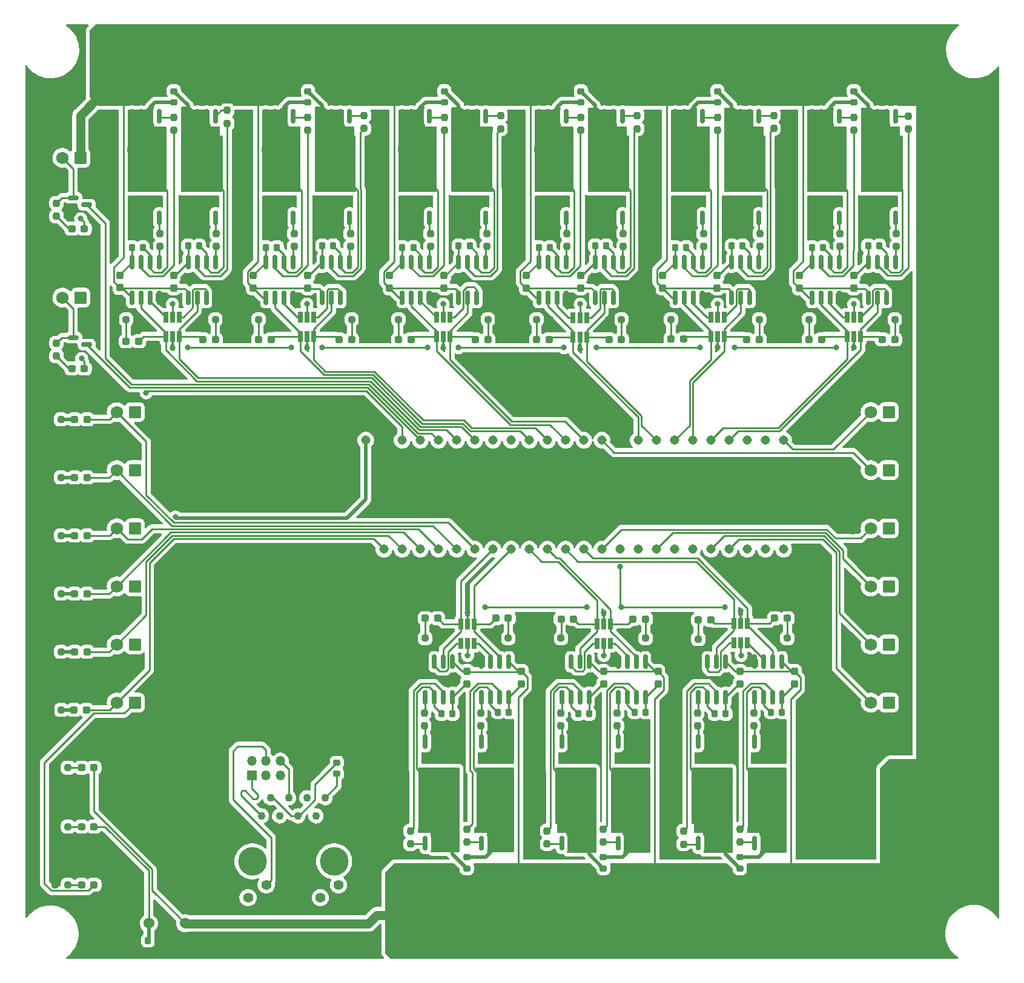
<source format=gtl>
%TF.GenerationSoftware,KiCad,Pcbnew,(6.0.10)*%
%TF.CreationDate,2022-12-30T00:20:43-06:00*%
%TF.ProjectId,Armboard_Hardware,41726d62-6f61-4726-945f-486172647761,rev?*%
%TF.SameCoordinates,Original*%
%TF.FileFunction,Copper,L1,Top*%
%TF.FilePolarity,Positive*%
%FSLAX46Y46*%
G04 Gerber Fmt 4.6, Leading zero omitted, Abs format (unit mm)*
G04 Created by KiCad (PCBNEW (6.0.10)) date 2022-12-30 00:20:43*
%MOMM*%
%LPD*%
G01*
G04 APERTURE LIST*
G04 Aperture macros list*
%AMRoundRect*
0 Rectangle with rounded corners*
0 $1 Rounding radius*
0 $2 $3 $4 $5 $6 $7 $8 $9 X,Y pos of 4 corners*
0 Add a 4 corners polygon primitive as box body*
4,1,4,$2,$3,$4,$5,$6,$7,$8,$9,$2,$3,0*
0 Add four circle primitives for the rounded corners*
1,1,$1+$1,$2,$3*
1,1,$1+$1,$4,$5*
1,1,$1+$1,$6,$7*
1,1,$1+$1,$8,$9*
0 Add four rect primitives between the rounded corners*
20,1,$1+$1,$2,$3,$4,$5,0*
20,1,$1+$1,$4,$5,$6,$7,0*
20,1,$1+$1,$6,$7,$8,$9,0*
20,1,$1+$1,$8,$9,$2,$3,0*%
G04 Aperture macros list end*
%TA.AperFunction,SMDPad,CuDef*%
%ADD10R,0.650000X1.560000*%
%TD*%
%TA.AperFunction,SMDPad,CuDef*%
%ADD11RoundRect,0.237500X-0.287500X-0.237500X0.287500X-0.237500X0.287500X0.237500X-0.287500X0.237500X0*%
%TD*%
%TA.AperFunction,SMDPad,CuDef*%
%ADD12RoundRect,0.237500X0.250000X0.237500X-0.250000X0.237500X-0.250000X-0.237500X0.250000X-0.237500X0*%
%TD*%
%TA.AperFunction,SMDPad,CuDef*%
%ADD13RoundRect,0.225000X0.250000X-0.225000X0.250000X0.225000X-0.250000X0.225000X-0.250000X-0.225000X0*%
%TD*%
%TA.AperFunction,SMDPad,CuDef*%
%ADD14RoundRect,0.237500X0.237500X-0.250000X0.237500X0.250000X-0.237500X0.250000X-0.237500X-0.250000X0*%
%TD*%
%TA.AperFunction,SMDPad,CuDef*%
%ADD15RoundRect,0.150000X0.150000X-0.825000X0.150000X0.825000X-0.150000X0.825000X-0.150000X-0.825000X0*%
%TD*%
%TA.AperFunction,SMDPad,CuDef*%
%ADD16RoundRect,0.150000X-0.150000X0.825000X-0.150000X-0.825000X0.150000X-0.825000X0.150000X0.825000X0*%
%TD*%
%TA.AperFunction,SMDPad,CuDef*%
%ADD17RoundRect,0.237500X-0.237500X0.250000X-0.237500X-0.250000X0.237500X-0.250000X0.237500X0.250000X0*%
%TD*%
%TA.AperFunction,SMDPad,CuDef*%
%ADD18RoundRect,0.225000X0.225000X0.250000X-0.225000X0.250000X-0.225000X-0.250000X0.225000X-0.250000X0*%
%TD*%
%TA.AperFunction,ComponentPad*%
%ADD19R,1.350000X1.350000*%
%TD*%
%TA.AperFunction,ComponentPad*%
%ADD20O,1.350000X1.350000*%
%TD*%
%TA.AperFunction,SMDPad,CuDef*%
%ADD21RoundRect,0.225000X-0.225000X-0.250000X0.225000X-0.250000X0.225000X0.250000X-0.225000X0.250000X0*%
%TD*%
%TA.AperFunction,SMDPad,CuDef*%
%ADD22RoundRect,0.237500X-0.237500X0.287500X-0.237500X-0.287500X0.237500X-0.287500X0.237500X0.287500X0*%
%TD*%
%TA.AperFunction,SMDPad,CuDef*%
%ADD23RoundRect,0.237500X-0.250000X-0.237500X0.250000X-0.237500X0.250000X0.237500X-0.250000X0.237500X0*%
%TD*%
%TA.AperFunction,SMDPad,CuDef*%
%ADD24RoundRect,0.225000X-0.250000X0.225000X-0.250000X-0.225000X0.250000X-0.225000X0.250000X0.225000X0*%
%TD*%
%TA.AperFunction,ComponentPad*%
%ADD25RoundRect,0.250000X0.620000X0.620000X-0.620000X0.620000X-0.620000X-0.620000X0.620000X-0.620000X0*%
%TD*%
%TA.AperFunction,ComponentPad*%
%ADD26C,1.740000*%
%TD*%
%TA.AperFunction,SMDPad,CuDef*%
%ADD27RoundRect,0.237500X0.287500X0.237500X-0.287500X0.237500X-0.287500X-0.237500X0.287500X-0.237500X0*%
%TD*%
%TA.AperFunction,ComponentPad*%
%ADD28C,1.524000*%
%TD*%
%TA.AperFunction,SMDPad,CuDef*%
%ADD29RoundRect,0.237500X0.237500X-0.287500X0.237500X0.287500X-0.237500X0.287500X-0.237500X-0.287500X0*%
%TD*%
%TA.AperFunction,SMDPad,CuDef*%
%ADD30RoundRect,0.150000X0.587500X0.150000X-0.587500X0.150000X-0.587500X-0.150000X0.587500X-0.150000X0*%
%TD*%
%TA.AperFunction,ComponentPad*%
%ADD31C,1.308000*%
%TD*%
%TA.AperFunction,ComponentPad*%
%ADD32C,1.100000*%
%TD*%
%TA.AperFunction,ComponentPad*%
%ADD33C,1.400000*%
%TD*%
%TA.AperFunction,ComponentPad*%
%ADD34C,4.000000*%
%TD*%
%TA.AperFunction,ComponentPad*%
%ADD35C,2.000000*%
%TD*%
%TA.AperFunction,ComponentPad*%
%ADD36O,5.100000X3.000000*%
%TD*%
%TA.AperFunction,ViaPad*%
%ADD37C,0.800000*%
%TD*%
%TA.AperFunction,Conductor*%
%ADD38C,0.254000*%
%TD*%
%TA.AperFunction,Conductor*%
%ADD39C,0.250000*%
%TD*%
%TA.AperFunction,Conductor*%
%ADD40C,1.270000*%
%TD*%
%TA.AperFunction,Conductor*%
%ADD41C,0.508000*%
%TD*%
G04 APERTURE END LIST*
D10*
X267782080Y-199978000D03*
X268732080Y-199978000D03*
X269682080Y-199978000D03*
X269682080Y-197278000D03*
X268732080Y-197278000D03*
X267782080Y-197278000D03*
D11*
X160770600Y-276682200D03*
X162520600Y-276682200D03*
D12*
X248816500Y-242316000D03*
X246991500Y-242316000D03*
D13*
X249663592Y-167215600D03*
X249663592Y-165665600D03*
X192416228Y-167215600D03*
X192416228Y-165665600D03*
D14*
X228653704Y-187419100D03*
X228653704Y-185594100D03*
D15*
X251677392Y-194569600D03*
X252947392Y-194569600D03*
X254217392Y-194569600D03*
X255487392Y-194569600D03*
X255487392Y-189619600D03*
X254217392Y-189619600D03*
X252947392Y-189619600D03*
X251677392Y-189619600D03*
D11*
X159780000Y-227838000D03*
X161530000Y-227838000D03*
D12*
X217574500Y-197612000D03*
X215749500Y-197612000D03*
X168844000Y-197612000D03*
X167019000Y-197612000D03*
D14*
X211497416Y-171163100D03*
X211497416Y-169338100D03*
D16*
X258684004Y-270893800D03*
X257414004Y-270893800D03*
X256144004Y-270893800D03*
X254874004Y-270893800D03*
X254874004Y-275843800D03*
X256144004Y-275843800D03*
X257414004Y-275843800D03*
X258684004Y-275843800D03*
D14*
X192423428Y-171163100D03*
X192423428Y-169338100D03*
D12*
X157946700Y-252222000D03*
X156121700Y-252222000D03*
D15*
X205630016Y-183393600D03*
X206900016Y-183393600D03*
X208170016Y-183393600D03*
X209440016Y-183393600D03*
X209440016Y-178443600D03*
X208170016Y-178443600D03*
X206900016Y-178443600D03*
X205630016Y-178443600D03*
X243803392Y-194569600D03*
X245073392Y-194569600D03*
X246343392Y-194569600D03*
X247613392Y-194569600D03*
X247613392Y-189619600D03*
X246343392Y-189619600D03*
X245073392Y-189619600D03*
X243803392Y-189619600D03*
D12*
X206906500Y-197612000D03*
X205081500Y-197612000D03*
D17*
X233727600Y-268900300D03*
X233727600Y-270725300D03*
D18*
X239615200Y-252540800D03*
X238065200Y-252540800D03*
D19*
X184563000Y-261363000D03*
D20*
X184563000Y-259363000D03*
X186563000Y-261363000D03*
X186563000Y-259363000D03*
X188563000Y-261363000D03*
X188563000Y-259363000D03*
D10*
X172532080Y-199978000D03*
X173482080Y-199978000D03*
X174432080Y-199978000D03*
X174432080Y-197278000D03*
X173482080Y-197278000D03*
X172532080Y-197278000D03*
D21*
X213483816Y-187287147D03*
X215033816Y-187287147D03*
D15*
X167808480Y-169169600D03*
X169078480Y-169169600D03*
X170348480Y-169169600D03*
X171618480Y-169169600D03*
X171618480Y-164219600D03*
X170348480Y-164219600D03*
X169078480Y-164219600D03*
X167808480Y-164219600D03*
D22*
X192398028Y-191473600D03*
X192398028Y-193223600D03*
D15*
X262890080Y-194569600D03*
X264160080Y-194569600D03*
X265430080Y-194569600D03*
X266700080Y-194569600D03*
X266700080Y-189619600D03*
X265430080Y-189619600D03*
X264160080Y-189619600D03*
X262890080Y-189619600D03*
D22*
X222931504Y-191473600D03*
X222931504Y-193223600D03*
D23*
X218619000Y-242189000D03*
X220444000Y-242189000D03*
D14*
X190493028Y-187419100D03*
X190493028Y-185594100D03*
D17*
X157249500Y-200890500D03*
X157249500Y-202715500D03*
D16*
X231721000Y-245493800D03*
X230451000Y-245493800D03*
X229181000Y-245493800D03*
X227911000Y-245493800D03*
X227911000Y-250443800D03*
X229181000Y-250443800D03*
X230451000Y-250443800D03*
X231721000Y-250443800D03*
D10*
X229494080Y-200058000D03*
X230444080Y-200058000D03*
X231394080Y-200058000D03*
X231394080Y-197358000D03*
X230444080Y-197358000D03*
X229494080Y-197358000D03*
D22*
X249645392Y-191473600D03*
X249645392Y-193223600D03*
D15*
X270764080Y-194569600D03*
X272034080Y-194569600D03*
X273304080Y-194569600D03*
X274574080Y-194569600D03*
X274574080Y-189619600D03*
X273304080Y-189619600D03*
X272034080Y-189619600D03*
X270764080Y-189619600D03*
D17*
X216569212Y-252644300D03*
X216569212Y-254469300D03*
D15*
X270764080Y-183393600D03*
X272034080Y-183393600D03*
X273304080Y-183393600D03*
X274574080Y-183393600D03*
X274574080Y-178443600D03*
X273304080Y-178443600D03*
X272034080Y-178443600D03*
X270764080Y-178443600D03*
D21*
X262869880Y-187522600D03*
X264419880Y-187522600D03*
D11*
X159780000Y-219710000D03*
X161530000Y-219710000D03*
D14*
X181132800Y-170184600D03*
X181132800Y-168359600D03*
D24*
X214646012Y-272847800D03*
X214646012Y-274397800D03*
D12*
X158875100Y-268554200D03*
X157050100Y-268554200D03*
D11*
X159780000Y-244094000D03*
X161530000Y-244094000D03*
D16*
X220506212Y-245493800D03*
X219236212Y-245493800D03*
X217966212Y-245493800D03*
X216696212Y-245493800D03*
X216696212Y-250443800D03*
X217966212Y-250443800D03*
X219236212Y-250443800D03*
X220506212Y-250443800D03*
D14*
X230584104Y-171163100D03*
X230584104Y-169338100D03*
D25*
X168224200Y-226810000D03*
D26*
X165684200Y-226810000D03*
D17*
X214638812Y-268900300D03*
X214638812Y-270725300D03*
D21*
X232570504Y-187287147D03*
X234120504Y-187287147D03*
D14*
X173675880Y-171163100D03*
X173675880Y-169338100D03*
D27*
X274470500Y-200406000D03*
X272720500Y-200406000D03*
D21*
X224696504Y-187522600D03*
X226246504Y-187522600D03*
D17*
X235658000Y-252644300D03*
X235658000Y-254469300D03*
D25*
X168224200Y-243078000D03*
D26*
X165684200Y-243078000D03*
D17*
X206769012Y-269154300D03*
X206769012Y-270979300D03*
D14*
X179619480Y-187419100D03*
X179619480Y-185594100D03*
X238458104Y-170923100D03*
X238458104Y-169098100D03*
X255614392Y-187419100D03*
X255614392Y-185594100D03*
D10*
X191328080Y-199978000D03*
X192278080Y-199978000D03*
X193228080Y-199978000D03*
X193228080Y-197278000D03*
X192278080Y-197278000D03*
X191328080Y-197278000D03*
D16*
X250810004Y-270893800D03*
X249540004Y-270893800D03*
X248270004Y-270893800D03*
X247000004Y-270893800D03*
X247000004Y-275843800D03*
X248270004Y-275843800D03*
X249540004Y-275843800D03*
X250810004Y-275843800D03*
D14*
X257544792Y-170909100D03*
X257544792Y-169084100D03*
D22*
X268732080Y-191473600D03*
X268732080Y-193223600D03*
D14*
X274701080Y-187419100D03*
X274701080Y-185594100D03*
D15*
X194430028Y-194569600D03*
X195700028Y-194569600D03*
X196970028Y-194569600D03*
X198240028Y-194569600D03*
X198240028Y-189619600D03*
X196970028Y-189619600D03*
X195700028Y-189619600D03*
X194430028Y-189619600D03*
D28*
X175260000Y-282067000D03*
X172720000Y-282067000D03*
X170180000Y-282067000D03*
D21*
X251657192Y-187287147D03*
X253207192Y-187287147D03*
D10*
X234742004Y-240204000D03*
X233792004Y-240204000D03*
X232842004Y-240204000D03*
X232842004Y-242904000D03*
X233792004Y-242904000D03*
X234742004Y-242904000D03*
D12*
X157884500Y-235966000D03*
X156059500Y-235966000D03*
D11*
X159705700Y-252222000D03*
X161455700Y-252222000D03*
D29*
X252842004Y-248589800D03*
X252842004Y-246839800D03*
D12*
X229639500Y-242189000D03*
X227814500Y-242189000D03*
D16*
X250810004Y-256669800D03*
X249540004Y-256669800D03*
X248270004Y-256669800D03*
X247000004Y-256669800D03*
X247000004Y-261619800D03*
X248270004Y-261619800D03*
X249540004Y-261619800D03*
X250810004Y-261619800D03*
D14*
X276352000Y-170965500D03*
X276352000Y-169140500D03*
D11*
X205081500Y-200406000D03*
X206831500Y-200406000D03*
D21*
X194409828Y-187287147D03*
X195959828Y-187287147D03*
D24*
X252823804Y-272847800D03*
X252823804Y-274397800D03*
D22*
X261104880Y-191473600D03*
X261104880Y-193223600D03*
D15*
X175682480Y-183393600D03*
X176952480Y-183393600D03*
X178222480Y-183393600D03*
X179492480Y-183393600D03*
X179492480Y-178443600D03*
X178222480Y-178443600D03*
X176952480Y-178443600D03*
X175682480Y-178443600D03*
D12*
X157884500Y-244094000D03*
X156059500Y-244094000D03*
D18*
X212652412Y-252776253D03*
X211102412Y-252776253D03*
D12*
X158875100Y-276682200D03*
X157050100Y-276682200D03*
D15*
X186556028Y-194569600D03*
X187826028Y-194569600D03*
X189096028Y-194569600D03*
X190366028Y-194569600D03*
X190366028Y-189619600D03*
X189096028Y-189619600D03*
X187826028Y-189619600D03*
X186556028Y-189619600D03*
D22*
X211472016Y-191473600D03*
X211472016Y-193223600D03*
D16*
X239595000Y-245493800D03*
X238325000Y-245493800D03*
X237055000Y-245493800D03*
X235785000Y-245493800D03*
X235785000Y-250443800D03*
X237055000Y-250443800D03*
X238325000Y-250443800D03*
X239595000Y-250443800D03*
D11*
X160770600Y-268554200D03*
X162520600Y-268554200D03*
D10*
X210378080Y-199978000D03*
X211328080Y-199978000D03*
X212278080Y-199978000D03*
X212278080Y-197278000D03*
X211328080Y-197278000D03*
X210378080Y-197278000D03*
D15*
X175682480Y-194569600D03*
X176952480Y-194569600D03*
X178222480Y-194569600D03*
X179492480Y-194569600D03*
X179492480Y-189619600D03*
X178222480Y-189619600D03*
X176952480Y-189619600D03*
X175682480Y-189619600D03*
D12*
X259447000Y-242189000D03*
X257622000Y-242189000D03*
D13*
X173668680Y-167215600D03*
X173668680Y-165665600D03*
D27*
X239635000Y-239522000D03*
X237885000Y-239522000D03*
D15*
X270764080Y-169169600D03*
X272034080Y-169169600D03*
X273304080Y-169169600D03*
X274574080Y-169169600D03*
X274574080Y-164219600D03*
X273304080Y-164219600D03*
X272034080Y-164219600D03*
X270764080Y-164219600D03*
D17*
X252816604Y-268900300D03*
X252816604Y-270725300D03*
D16*
X239595000Y-256669800D03*
X238325000Y-256669800D03*
X237055000Y-256669800D03*
X235785000Y-256669800D03*
X235785000Y-261619800D03*
X237055000Y-261619800D03*
X238325000Y-261619800D03*
X239595000Y-261619800D03*
D17*
X225853600Y-269154300D03*
X225853600Y-270979300D03*
D16*
X258684004Y-256669800D03*
X257414004Y-256669800D03*
X256144004Y-256669800D03*
X254874004Y-256669800D03*
X254874004Y-261619800D03*
X256144004Y-261619800D03*
X257414004Y-261619800D03*
X258684004Y-261619800D03*
X220506212Y-256669800D03*
X219236212Y-256669800D03*
X217966212Y-256669800D03*
X216696212Y-256669800D03*
X216696212Y-261619800D03*
X217966212Y-261619800D03*
X219236212Y-261619800D03*
X220506212Y-261619800D03*
D15*
X224716704Y-169169600D03*
X225986704Y-169169600D03*
X227256704Y-169169600D03*
X228526704Y-169169600D03*
X228526704Y-164219600D03*
X227256704Y-164219600D03*
X225986704Y-164219600D03*
X224716704Y-164219600D03*
D11*
X159780000Y-211582000D03*
X161530000Y-211582000D03*
D17*
X244942604Y-269165700D03*
X244942604Y-270990700D03*
D11*
X227816668Y-239522000D03*
X229566668Y-239522000D03*
D23*
X208802000Y-242189000D03*
X210627000Y-242189000D03*
D21*
X167788280Y-187522600D03*
X169338280Y-187522600D03*
D25*
X168224200Y-210566000D03*
D26*
X165684200Y-210566000D03*
D11*
X243181500Y-200329800D03*
X244931500Y-200329800D03*
X246991500Y-239649000D03*
X248741500Y-239649000D03*
D25*
X273634200Y-226822000D03*
D26*
X271094200Y-226822000D03*
X268554200Y-226822000D03*
D25*
X273634200Y-251194000D03*
D26*
X271094200Y-251194000D03*
X268554200Y-251194000D03*
D15*
X194430028Y-169169600D03*
X195700028Y-169169600D03*
X196970028Y-169169600D03*
X198240028Y-169169600D03*
X198240028Y-164219600D03*
X196970028Y-164219600D03*
X195700028Y-164219600D03*
X194430028Y-164219600D03*
D14*
X200272028Y-170899600D03*
X200272028Y-169074600D03*
D21*
X175662280Y-187287147D03*
X177212280Y-187287147D03*
D15*
X186556028Y-169169600D03*
X187826028Y-169169600D03*
X189096028Y-169169600D03*
X190366028Y-169169600D03*
X190366028Y-164219600D03*
X189096028Y-164219600D03*
X187826028Y-164219600D03*
X186556028Y-164219600D03*
D25*
X273634200Y-234950000D03*
D26*
X271094200Y-234950000D03*
X268554200Y-234950000D03*
D16*
X239595000Y-270893800D03*
X238325000Y-270893800D03*
X237055000Y-270893800D03*
X235785000Y-270893800D03*
X235785000Y-275843800D03*
X237055000Y-275843800D03*
X238325000Y-275843800D03*
X239595000Y-275843800D03*
D27*
X217574500Y-200406000D03*
X215824500Y-200406000D03*
D11*
X224385500Y-200406000D03*
X226135500Y-200406000D03*
D12*
X236267000Y-197612000D03*
X234442000Y-197612000D03*
D29*
X233753000Y-248589800D03*
X233753000Y-246839800D03*
D15*
X232590704Y-183393600D03*
X233860704Y-183393600D03*
X235130704Y-183393600D03*
X236400704Y-183393600D03*
X236400704Y-178443600D03*
X235130704Y-178443600D03*
X233860704Y-178443600D03*
X232590704Y-178443600D03*
D14*
X249670792Y-171163100D03*
X249670792Y-169338100D03*
D12*
X179474500Y-197612000D03*
X177649500Y-197612000D03*
D10*
X253858004Y-240124000D03*
X252908004Y-240124000D03*
X251958004Y-240124000D03*
X251958004Y-242824000D03*
X252908004Y-242824000D03*
X253858004Y-242824000D03*
D17*
X157249500Y-181332500D03*
X157249500Y-183157500D03*
D25*
X168224200Y-234938000D03*
D26*
X165684200Y-234938000D03*
D16*
X212632212Y-270893800D03*
X211362212Y-270893800D03*
X210092212Y-270893800D03*
X208822212Y-270893800D03*
X208822212Y-275843800D03*
X210092212Y-275843800D03*
X211362212Y-275843800D03*
X212632212Y-275843800D03*
X231721000Y-270893800D03*
X230451000Y-270893800D03*
X229181000Y-270893800D03*
X227911000Y-270893800D03*
X227911000Y-275843800D03*
X229181000Y-275843800D03*
X230451000Y-275843800D03*
X231721000Y-275843800D03*
D13*
X230576904Y-167215600D03*
X230576904Y-165665600D03*
D25*
X168224200Y-218682000D03*
D26*
X165684200Y-218682000D03*
D16*
X220506212Y-270893800D03*
X219236212Y-270893800D03*
X217966212Y-270893800D03*
X216696212Y-270893800D03*
X216696212Y-275843800D03*
X217966212Y-275843800D03*
X219236212Y-275843800D03*
X220506212Y-275843800D03*
D29*
X260469204Y-248589800D03*
X260469204Y-246839800D03*
D15*
X224716704Y-183393600D03*
X225986704Y-183393600D03*
X227256704Y-183393600D03*
X228526704Y-183393600D03*
X228526704Y-178443600D03*
X227256704Y-178443600D03*
X225986704Y-178443600D03*
X224716704Y-178443600D03*
X243803392Y-169169600D03*
X245073392Y-169169600D03*
X246343392Y-169169600D03*
X247613392Y-169169600D03*
X247613392Y-164219600D03*
X246343392Y-164219600D03*
X245073392Y-164219600D03*
X243803392Y-164219600D03*
D11*
X159422500Y-204470000D03*
X161172500Y-204470000D03*
D21*
X205609816Y-187522600D03*
X207159816Y-187522600D03*
D13*
X179070000Y-282093000D03*
X179070000Y-280543000D03*
D12*
X157884500Y-227838000D03*
X156059500Y-227838000D03*
D29*
X222291412Y-248589800D03*
X222291412Y-246839800D03*
D25*
X273634200Y-218682000D03*
D26*
X271094200Y-218682000D03*
X268554200Y-218682000D03*
D15*
X243803392Y-183393600D03*
X245073392Y-183393600D03*
X246343392Y-183393600D03*
X247613392Y-183393600D03*
X247613392Y-178443600D03*
X246343392Y-178443600D03*
X245073392Y-178443600D03*
X243803392Y-178443600D03*
D25*
X160630000Y-194552000D03*
D26*
X158090000Y-194552000D03*
D15*
X175682480Y-169169600D03*
X176952480Y-169169600D03*
X178222480Y-169169600D03*
X179492480Y-169169600D03*
X179492480Y-164219600D03*
X178222480Y-164219600D03*
X176952480Y-164219600D03*
X175682480Y-164219600D03*
D12*
X255524000Y-197612000D03*
X253699000Y-197612000D03*
D15*
X213504016Y-183393600D03*
X214774016Y-183393600D03*
X216044016Y-183393600D03*
X217314016Y-183393600D03*
X217314016Y-178443600D03*
X216044016Y-178443600D03*
X214774016Y-178443600D03*
X213504016Y-178443600D03*
D10*
X215692004Y-240204000D03*
X214742004Y-240204000D03*
X213792004Y-240204000D03*
X213792004Y-242904000D03*
X214742004Y-242904000D03*
X215692004Y-242904000D03*
D12*
X274470500Y-197612000D03*
X272645500Y-197612000D03*
D18*
X231741200Y-252776253D03*
X230191200Y-252776253D03*
D15*
X262890080Y-169169600D03*
X264160080Y-169169600D03*
X265430080Y-169169600D03*
X266700080Y-169169600D03*
X266700080Y-164219600D03*
X265430080Y-164219600D03*
X264160080Y-164219600D03*
X262890080Y-164219600D03*
D13*
X211490216Y-167215600D03*
X211490216Y-165665600D03*
D27*
X179474500Y-200406000D03*
X177724500Y-200406000D03*
D11*
X167019000Y-200660000D03*
X168769000Y-200660000D03*
D12*
X158875100Y-260299200D03*
X157050100Y-260299200D03*
D22*
X230558704Y-191473600D03*
X230558704Y-193223600D03*
D24*
X196469000Y-259588000D03*
X196469000Y-261138000D03*
D14*
X209567016Y-187419100D03*
X209567016Y-185594100D03*
D21*
X170040000Y-284480000D03*
X171590000Y-284480000D03*
D22*
X166116080Y-191403000D03*
X166116080Y-193153000D03*
D29*
X241380200Y-248589800D03*
X241380200Y-246839800D03*
D22*
X173650480Y-191473600D03*
X173650480Y-193223600D03*
D12*
X239635000Y-242189000D03*
X237810000Y-242189000D03*
D15*
X251677392Y-183393600D03*
X252947392Y-183393600D03*
X254217392Y-183393600D03*
X255487392Y-183393600D03*
X255487392Y-178443600D03*
X254217392Y-178443600D03*
X252947392Y-178443600D03*
X251677392Y-178443600D03*
D17*
X254747004Y-252644300D03*
X254747004Y-254469300D03*
D27*
X236267000Y-200406000D03*
X234517000Y-200406000D03*
D15*
X205630016Y-194569600D03*
X206900016Y-194569600D03*
X208170016Y-194569600D03*
X209440016Y-194569600D03*
X209440016Y-189619600D03*
X208170016Y-189619600D03*
X206900016Y-189619600D03*
X205630016Y-189619600D03*
D11*
X159422500Y-184912000D03*
X161172500Y-184912000D03*
D15*
X186556028Y-183393600D03*
X187826028Y-183393600D03*
X189096028Y-183393600D03*
X190366028Y-183393600D03*
X190366028Y-178443600D03*
X189096028Y-178443600D03*
X187826028Y-178443600D03*
X186556028Y-178443600D03*
X167808480Y-183393600D03*
X169078480Y-183393600D03*
X170348480Y-183393600D03*
X171618480Y-183393600D03*
X171618480Y-178443600D03*
X170348480Y-178443600D03*
X169078480Y-178443600D03*
X167808480Y-178443600D03*
D12*
X157884500Y-211582000D03*
X156059500Y-211582000D03*
D14*
X268757480Y-171163100D03*
X268757480Y-169338100D03*
D30*
X161489000Y-181544000D03*
X161489000Y-179644000D03*
X159614000Y-180594000D03*
D22*
X184770828Y-191473600D03*
X184770828Y-193223600D03*
D14*
X219371416Y-170925000D03*
X219371416Y-169100000D03*
X266827080Y-187419100D03*
X266827080Y-185594100D03*
D30*
X161489000Y-201102000D03*
X161489000Y-199202000D03*
X159614000Y-200152000D03*
D24*
X233734800Y-272847800D03*
X233734800Y-274397800D03*
D11*
X262485500Y-200406000D03*
X264235500Y-200406000D03*
D15*
X232590704Y-169169600D03*
X233860704Y-169169600D03*
X235130704Y-169169600D03*
X236400704Y-169169600D03*
X236400704Y-164219600D03*
X235130704Y-164219600D03*
X233860704Y-164219600D03*
X232590704Y-164219600D03*
D25*
X168224200Y-251194000D03*
D26*
X165684200Y-251194000D03*
D27*
X259447000Y-239395000D03*
X257697000Y-239395000D03*
D31*
X203042000Y-229729500D03*
X205582000Y-229729500D03*
X208122000Y-229729500D03*
X210662000Y-229729500D03*
X236062000Y-229729500D03*
X205582000Y-214489500D03*
X213202000Y-229729500D03*
X215742000Y-229729500D03*
X218282000Y-229729500D03*
X220822000Y-229729500D03*
X223362000Y-229729500D03*
X225902000Y-229729500D03*
X228442000Y-229729500D03*
X230982000Y-229729500D03*
X233522000Y-229729500D03*
X233522000Y-214489500D03*
X230982000Y-214489500D03*
X228442000Y-214489500D03*
X225902000Y-214489500D03*
X223362000Y-214489500D03*
X220822000Y-214489500D03*
X218282000Y-214489500D03*
X215742000Y-214489500D03*
X213202000Y-214489500D03*
X210662000Y-214489500D03*
X208122000Y-214489500D03*
X238602000Y-229729500D03*
X241142000Y-229729500D03*
X243682000Y-229729500D03*
X246222000Y-229729500D03*
X248762000Y-229729500D03*
X251302000Y-229729500D03*
X253842000Y-229729500D03*
X256382000Y-229729500D03*
X258922000Y-229729500D03*
X258922000Y-214489500D03*
X256382000Y-214489500D03*
X253842000Y-214489500D03*
X251302000Y-214489500D03*
X248762000Y-214489500D03*
X246222000Y-214489500D03*
X243682000Y-214489500D03*
X241142000Y-214489500D03*
X238602000Y-214489500D03*
X200502000Y-229729500D03*
X236062000Y-214489500D03*
X203042000Y-214489500D03*
X200502000Y-214489500D03*
D14*
X247740392Y-187419100D03*
X247740392Y-185594100D03*
D27*
X220444000Y-239395000D03*
X218694000Y-239395000D03*
D14*
X217441016Y-187419100D03*
X217441016Y-185594100D03*
D15*
X194430028Y-183393600D03*
X195700028Y-183393600D03*
X196970028Y-183393600D03*
X198240028Y-183393600D03*
X198240028Y-178443600D03*
X196970028Y-178443600D03*
X195700028Y-178443600D03*
X194430028Y-178443600D03*
D14*
X171745480Y-187419100D03*
X171745480Y-185594100D03*
D11*
X208802000Y-239395000D03*
X210552000Y-239395000D03*
D10*
X248732080Y-199978000D03*
X249682080Y-199978000D03*
X250632080Y-199978000D03*
X250632080Y-197278000D03*
X249682080Y-197278000D03*
X248732080Y-197278000D03*
D22*
X242018192Y-191473600D03*
X242018192Y-193223600D03*
D12*
X264310500Y-197612000D03*
X262485500Y-197612000D03*
D29*
X214664212Y-248589800D03*
X214664212Y-246839800D03*
D16*
X212632212Y-245493800D03*
X211362212Y-245493800D03*
X210092212Y-245493800D03*
X208822212Y-245493800D03*
X208822212Y-250443800D03*
X210092212Y-250443800D03*
X211362212Y-250443800D03*
X212632212Y-250443800D03*
D21*
X186535828Y-187522600D03*
X188085828Y-187522600D03*
D11*
X160770600Y-260299200D03*
X162520600Y-260299200D03*
D21*
X270743880Y-187287147D03*
X272293880Y-187287147D03*
D12*
X245006500Y-197612000D03*
X243181500Y-197612000D03*
D22*
X203844816Y-191473600D03*
X203844816Y-193223600D03*
D16*
X250810004Y-245493800D03*
X249540004Y-245493800D03*
X248270004Y-245493800D03*
X247000004Y-245493800D03*
X247000004Y-250443800D03*
X248270004Y-250443800D03*
X249540004Y-250443800D03*
X250810004Y-250443800D03*
X212632212Y-256669800D03*
X211362212Y-256669800D03*
X210092212Y-256669800D03*
X208822212Y-256669800D03*
X208822212Y-261619800D03*
X210092212Y-261619800D03*
X211362212Y-261619800D03*
X212632212Y-261619800D03*
D18*
X258704204Y-252540800D03*
X257154204Y-252540800D03*
D17*
X208695212Y-252644300D03*
X208695212Y-254469300D03*
X246873004Y-252644300D03*
X246873004Y-254469300D03*
D25*
X273634200Y-210554000D03*
D26*
X271094200Y-210554000D03*
X268554200Y-210554000D03*
D15*
X213504016Y-194569600D03*
X214774016Y-194569600D03*
X216044016Y-194569600D03*
X217314016Y-194569600D03*
X217314016Y-189619600D03*
X216044016Y-189619600D03*
X214774016Y-189619600D03*
X213504016Y-189619600D03*
X224716704Y-194569600D03*
X225986704Y-194569600D03*
X227256704Y-194569600D03*
X228526704Y-194569600D03*
X228526704Y-189619600D03*
X227256704Y-189619600D03*
X225986704Y-189619600D03*
X224716704Y-189619600D03*
D18*
X250830204Y-252776253D03*
X249280204Y-252776253D03*
D27*
X255524000Y-200406000D03*
X253774000Y-200406000D03*
D15*
X232590704Y-194569600D03*
X233860704Y-194569600D03*
X235130704Y-194569600D03*
X236400704Y-194569600D03*
X236400704Y-189619600D03*
X235130704Y-189619600D03*
X233860704Y-189619600D03*
X232590704Y-189619600D03*
X251677392Y-169169600D03*
X252947392Y-169169600D03*
X254217392Y-169169600D03*
X255487392Y-169169600D03*
X255487392Y-164219600D03*
X254217392Y-164219600D03*
X252947392Y-164219600D03*
X251677392Y-164219600D03*
X262890080Y-183393600D03*
X264160080Y-183393600D03*
X265430080Y-183393600D03*
X266700080Y-183393600D03*
X266700080Y-178443600D03*
X265430080Y-178443600D03*
X264160080Y-178443600D03*
X262890080Y-178443600D03*
D25*
X160630000Y-174994000D03*
D26*
X158090000Y-174994000D03*
D32*
X185930000Y-267048000D03*
X187200000Y-264508000D03*
X188470000Y-267048000D03*
X189740000Y-264508000D03*
X191010000Y-267048000D03*
X192280000Y-264508000D03*
X193550000Y-267048000D03*
X194820000Y-264508000D03*
D33*
X184050000Y-278478000D03*
X186590000Y-276688000D03*
X194160000Y-278478000D03*
X196700000Y-276688000D03*
D34*
X184660000Y-273398000D03*
X196090000Y-273398000D03*
D35*
X182500000Y-270348000D03*
X198250000Y-270348000D03*
D16*
X258684004Y-245493800D03*
X257414004Y-245493800D03*
X256144004Y-245493800D03*
X254874004Y-245493800D03*
X254874004Y-250443800D03*
X256144004Y-250443800D03*
X257414004Y-250443800D03*
X258684004Y-250443800D03*
D12*
X226210500Y-197612000D03*
X224385500Y-197612000D03*
D11*
X159780000Y-235966000D03*
X161530000Y-235966000D03*
D17*
X227784000Y-252644300D03*
X227784000Y-254469300D03*
D25*
X273634200Y-243066000D03*
D26*
X271094200Y-243066000D03*
X268554200Y-243066000D03*
D14*
X198367028Y-187419100D03*
X198367028Y-185594100D03*
D15*
X167808480Y-194569600D03*
X169078480Y-194569600D03*
X170348480Y-194569600D03*
X171618480Y-194569600D03*
X171618480Y-189619600D03*
X170348480Y-189619600D03*
X169078480Y-189619600D03*
X167808480Y-189619600D03*
X205630016Y-169169600D03*
X206900016Y-169169600D03*
X208170016Y-169169600D03*
X209440016Y-169169600D03*
X209440016Y-164219600D03*
X208170016Y-164219600D03*
X206900016Y-164219600D03*
X205630016Y-164219600D03*
D18*
X220526412Y-252540800D03*
X218976412Y-252540800D03*
D16*
X231721000Y-256669800D03*
X230451000Y-256669800D03*
X229181000Y-256669800D03*
X227911000Y-256669800D03*
X227911000Y-261619800D03*
X229181000Y-261619800D03*
X230451000Y-261619800D03*
X231721000Y-261619800D03*
D13*
X268750280Y-167215600D03*
X268750280Y-165665600D03*
D15*
X213504016Y-169169600D03*
X214774016Y-169169600D03*
X216044016Y-169169600D03*
X217314016Y-169169600D03*
X217314016Y-164219600D03*
X216044016Y-164219600D03*
X214774016Y-164219600D03*
X213504016Y-164219600D03*
D27*
X198524500Y-200406000D03*
X196774500Y-200406000D03*
D36*
X267843000Y-266256800D03*
X275717000Y-266256800D03*
D12*
X187348500Y-197612000D03*
X185523500Y-197612000D03*
D21*
X243783192Y-187522600D03*
X245333192Y-187522600D03*
D14*
X236527704Y-187419100D03*
X236527704Y-185594100D03*
D12*
X157884500Y-219710000D03*
X156059500Y-219710000D03*
X198524500Y-197612000D03*
X196699500Y-197612000D03*
D11*
X185523500Y-200406000D03*
X187273500Y-200406000D03*
D36*
X169713480Y-173806600D03*
X177587480Y-173806600D03*
X226621704Y-173806600D03*
X234495704Y-173806600D03*
X256779004Y-266256800D03*
X248905004Y-266256800D03*
X218601212Y-266256800D03*
X210727212Y-266256800D03*
X188461028Y-173806600D03*
X196335028Y-173806600D03*
X207535016Y-173806600D03*
X215409016Y-173806600D03*
X245708392Y-173806600D03*
X253582392Y-173806600D03*
X237690000Y-266256800D03*
X229816000Y-266256800D03*
X264795080Y-173806600D03*
X272669080Y-173806600D03*
D37*
X272034000Y-165735000D03*
X170307000Y-162560000D03*
X231775000Y-274320000D03*
X220345000Y-274320000D03*
X169037000Y-165735000D03*
X215900000Y-281940000D03*
X229235000Y-274320000D03*
X198247000Y-165735000D03*
X270764000Y-162560000D03*
X247015000Y-274320000D03*
X233807000Y-162560000D03*
X254635000Y-274320000D03*
X239395000Y-274320000D03*
X251714000Y-165735000D03*
X236220000Y-281940000D03*
X167767000Y-165735000D03*
X211455000Y-277495000D03*
X236347000Y-165735000D03*
X186563000Y-162560000D03*
X264160000Y-165735000D03*
X284480000Y-198120000D03*
X217297000Y-165735000D03*
X266700000Y-162560000D03*
X256540000Y-281940000D03*
X230505000Y-277495000D03*
X265430000Y-162560000D03*
X284480000Y-248920000D03*
X236855000Y-277495000D03*
X248920000Y-157734000D03*
X255905000Y-277495000D03*
X208153000Y-162560000D03*
X235077000Y-165735000D03*
X175641000Y-165735000D03*
X217297000Y-162560000D03*
X227203000Y-162560000D03*
X230505000Y-274320000D03*
X187833000Y-165735000D03*
X245110000Y-162560000D03*
X160655000Y-183515000D03*
X190373000Y-165735000D03*
X195707000Y-162560000D03*
X205740000Y-281940000D03*
X214757000Y-165735000D03*
X169037000Y-162560000D03*
X238125000Y-277495000D03*
X216027000Y-162560000D03*
X251714000Y-162560000D03*
X284480000Y-167640000D03*
X243840000Y-165735000D03*
X236347000Y-162560000D03*
X284480000Y-238760000D03*
X228600000Y-157734000D03*
X257175000Y-274320000D03*
X194437000Y-165735000D03*
X274574000Y-162560000D03*
X247650000Y-165735000D03*
X213487000Y-165735000D03*
X236855000Y-274320000D03*
X238760000Y-157734000D03*
X167767000Y-162560000D03*
X270764000Y-165735000D03*
X209423000Y-162560000D03*
X186563000Y-165735000D03*
X276860000Y-281940000D03*
X170180000Y-157734000D03*
X262890000Y-165735000D03*
X216535000Y-277495000D03*
X252984000Y-165735000D03*
X198120000Y-157734000D03*
X226060000Y-281940000D03*
X284480000Y-228600000D03*
X195707000Y-165735000D03*
X219075000Y-274320000D03*
X252984000Y-162560000D03*
X225933000Y-165735000D03*
X212725000Y-274320000D03*
X249555000Y-277495000D03*
X247015000Y-277495000D03*
X208915000Y-274320000D03*
X254254000Y-162560000D03*
X217805000Y-277495000D03*
X255524000Y-165735000D03*
X248285000Y-277495000D03*
X232537000Y-162560000D03*
X219075000Y-277495000D03*
X210185000Y-274320000D03*
X274574000Y-165735000D03*
X227965000Y-274320000D03*
X269240000Y-157734000D03*
X250825000Y-277495000D03*
X187833000Y-162560000D03*
X227965000Y-277495000D03*
X175641000Y-162560000D03*
X255524000Y-162560000D03*
X243840000Y-162560000D03*
X235077000Y-162560000D03*
X249555000Y-274320000D03*
X246380000Y-165735000D03*
X284480000Y-269240000D03*
X196977000Y-165735000D03*
X257175000Y-277495000D03*
X228473000Y-165735000D03*
X284480000Y-259080000D03*
X272034000Y-162560000D03*
X284480000Y-208280000D03*
X246380000Y-162560000D03*
X246380000Y-281940000D03*
X170307000Y-165735000D03*
X189103000Y-162560000D03*
X209423000Y-165735000D03*
X273304000Y-165735000D03*
X284480000Y-187960000D03*
X210185000Y-277495000D03*
X208280000Y-157734000D03*
X180340000Y-157734000D03*
X273304000Y-162560000D03*
X206883000Y-165735000D03*
X211455000Y-274320000D03*
X233807000Y-165735000D03*
X254254000Y-165735000D03*
X213487000Y-162560000D03*
X235585000Y-277495000D03*
X258445000Y-277495000D03*
X208915000Y-277495000D03*
X178181000Y-162560000D03*
X220345000Y-277495000D03*
X179451000Y-165735000D03*
X224663000Y-162560000D03*
X248285000Y-274320000D03*
X189103000Y-165735000D03*
X245110000Y-165735000D03*
X255905000Y-274320000D03*
X235585000Y-274320000D03*
X229235000Y-277495000D03*
X176911000Y-165735000D03*
X258445000Y-274320000D03*
X284480000Y-276860000D03*
X179451000Y-162560000D03*
X284480000Y-218440000D03*
X216027000Y-165735000D03*
X224663000Y-165735000D03*
X205613000Y-162560000D03*
X208153000Y-165735000D03*
X264160000Y-162560000D03*
X178181000Y-165735000D03*
X259080000Y-157734000D03*
X190373000Y-162560000D03*
X232537000Y-165735000D03*
X218440000Y-157734000D03*
X239395000Y-277495000D03*
X171577000Y-165735000D03*
X265430000Y-165735000D03*
X171577000Y-162560000D03*
X228473000Y-162560000D03*
X238125000Y-274320000D03*
X194437000Y-162560000D03*
X262890000Y-162560000D03*
X225933000Y-162560000D03*
X214757000Y-162560000D03*
X254635000Y-277495000D03*
X266700000Y-165735000D03*
X176911000Y-162560000D03*
X206883000Y-162560000D03*
X284480000Y-177800000D03*
X205613000Y-165735000D03*
X231775000Y-277495000D03*
X217805000Y-274320000D03*
X160782000Y-203073000D03*
X266700000Y-281940000D03*
X227203000Y-165735000D03*
X198247000Y-162560000D03*
X196977000Y-162560000D03*
X247650000Y-162560000D03*
X212725000Y-277495000D03*
X216535000Y-274320000D03*
X250825000Y-274320000D03*
X170352714Y-181796200D03*
X259080000Y-196342000D03*
X187821796Y-185225200D03*
X211341012Y-254977500D03*
X245046992Y-181656900D03*
X270764080Y-185171600D03*
X196965796Y-181796200D03*
X187821796Y-181796200D03*
X225979504Y-185085900D03*
X248666000Y-194437000D03*
X173482000Y-201574400D03*
X262890080Y-185171600D03*
X250814238Y-254965200D03*
X227249504Y-181656900D03*
X205604616Y-181656900D03*
X172720000Y-264922000D03*
X214757000Y-238582200D03*
X195695796Y-185225200D03*
X238325000Y-258267200D03*
X231721000Y-254838200D03*
X176956714Y-181796200D03*
X211328000Y-201625200D03*
X213478616Y-185085900D03*
X233807000Y-238607600D03*
X264160080Y-181742600D03*
X211341012Y-258406500D03*
X210071012Y-258406500D03*
X248274238Y-254965200D03*
X252920992Y-185085900D03*
X216018616Y-181656900D03*
X228473000Y-221996000D03*
X220485012Y-254977500D03*
X210439000Y-194437000D03*
X221488000Y-178181000D03*
X239522000Y-196469000D03*
X196965796Y-185225200D03*
X213478616Y-181656900D03*
X239595000Y-258267200D03*
X257418238Y-254965200D03*
X195695796Y-181796200D03*
X250814238Y-258394200D03*
X202184000Y-178054000D03*
X176956714Y-185225200D03*
X224409000Y-243713000D03*
X237055000Y-258267200D03*
X231721000Y-258267200D03*
X262890080Y-181742600D03*
X186551796Y-181796200D03*
X257418238Y-258394200D03*
X256148238Y-258394200D03*
X237055000Y-254838200D03*
X168148000Y-203835000D03*
X212611012Y-254977500D03*
X214748616Y-185085900D03*
X243776992Y-185085900D03*
X246316992Y-181656900D03*
X249682000Y-201549000D03*
X175686714Y-185225200D03*
X169082714Y-185225200D03*
X268732000Y-201549000D03*
X172593000Y-194437000D03*
X254190992Y-181656900D03*
X189091796Y-181796200D03*
X243776992Y-181656900D03*
X210071012Y-254977500D03*
X233853504Y-181656900D03*
X164465000Y-179578000D03*
X246316992Y-185085900D03*
X183261000Y-178181000D03*
X216018616Y-185085900D03*
X191389000Y-194437000D03*
X249544238Y-254965200D03*
X220485012Y-258406500D03*
X235123504Y-185085900D03*
X230451000Y-258267200D03*
X192278000Y-201574400D03*
X239595000Y-254838200D03*
X182118000Y-243078000D03*
X238325000Y-254838200D03*
X265430080Y-181742600D03*
X206874616Y-185085900D03*
X178226714Y-185225200D03*
X217945012Y-258406500D03*
X267716000Y-194437000D03*
X205604616Y-185085900D03*
X258688238Y-254965200D03*
X215646000Y-245618000D03*
X273304080Y-181742600D03*
X178226714Y-181796200D03*
X182118000Y-218694000D03*
X272034080Y-181742600D03*
X165608000Y-195961000D03*
X234823000Y-245618000D03*
X229181000Y-254838200D03*
X229181000Y-258267200D03*
X270764080Y-181742600D03*
X217945012Y-254977500D03*
X219215012Y-254977500D03*
X194425796Y-185225200D03*
X186551796Y-185225200D03*
X259334000Y-177800000D03*
X220218000Y-196215000D03*
X182372000Y-196723000D03*
X206874616Y-181656900D03*
X232583504Y-185085900D03*
X256148238Y-254965200D03*
X254190992Y-185085900D03*
X194425796Y-181796200D03*
X175686714Y-181796200D03*
X157099000Y-264922000D03*
X232583504Y-181656900D03*
X251650992Y-185085900D03*
X245046992Y-185085900D03*
X224709504Y-181656900D03*
X225979504Y-181656900D03*
X229616000Y-194437000D03*
X258688238Y-258394200D03*
X252907800Y-238379000D03*
X233853504Y-185085900D03*
X252920992Y-181656900D03*
X170352714Y-185225200D03*
X224155000Y-262890000D03*
X219215012Y-258406500D03*
X167812714Y-181796200D03*
X244602000Y-242697000D03*
X253873000Y-245618000D03*
X208144616Y-181656900D03*
X264160080Y-185171600D03*
X235123504Y-181656900D03*
X214748616Y-181656900D03*
X169082714Y-181796200D03*
X227249504Y-185085900D03*
X197485000Y-243078000D03*
X248274238Y-258394200D03*
X162433000Y-197231000D03*
X201295000Y-196596000D03*
X251650992Y-181656900D03*
X230451000Y-254838200D03*
X272034080Y-185171600D03*
X212611012Y-258406500D03*
X230454200Y-201777600D03*
X265430080Y-185171600D03*
X240538000Y-177673000D03*
X208144616Y-185085900D03*
X249544238Y-258394200D03*
X273304080Y-185171600D03*
X157099000Y-273050000D03*
X224709504Y-185085900D03*
X189091796Y-185225200D03*
X167812714Y-185225200D03*
X213487000Y-201549000D03*
X266319000Y-201549000D03*
X236220000Y-237871000D03*
X252095000Y-201549000D03*
X214757000Y-244602000D03*
X232791000Y-201549000D03*
X250698000Y-237871000D03*
X236093000Y-232193500D03*
X268732000Y-195453000D03*
X209169000Y-201549000D03*
X175641000Y-201549000D03*
X233807000Y-244602000D03*
X190119000Y-201549000D03*
X211328000Y-195453000D03*
X249682000Y-195453000D03*
X252984000Y-244602000D03*
X231394000Y-237871000D03*
X230505000Y-195453000D03*
X192278000Y-195453000D03*
X169799000Y-207863500D03*
X247269000Y-201549000D03*
X228219000Y-201549000D03*
X217170000Y-237871000D03*
X194437000Y-201549000D03*
X173482000Y-195453000D03*
X173905211Y-225233532D03*
D38*
X258684004Y-252520600D02*
X258704204Y-252540800D01*
X258684004Y-250443800D02*
X258684004Y-252520600D01*
X260335004Y-248502300D02*
X260335004Y-248792800D01*
X260469204Y-248658600D02*
X258684004Y-250443800D01*
X260469204Y-248502300D02*
X260469204Y-248658600D01*
X252842004Y-248502300D02*
X252751504Y-248502300D01*
X250810004Y-252756053D02*
X250830204Y-252776253D01*
X252751504Y-248502300D02*
X250810004Y-250443800D01*
X250810004Y-250443800D02*
X250810004Y-252756053D01*
D39*
X222291412Y-246839800D02*
X222243212Y-246888000D01*
D38*
X161172500Y-184032500D02*
X161172500Y-184912000D01*
X270764080Y-193745600D02*
X270288080Y-193269600D01*
X213504016Y-193745600D02*
X213028016Y-193269600D01*
D40*
X202057000Y-280924000D02*
X204470000Y-280924000D01*
D39*
X192398028Y-193223600D02*
X184770828Y-193223600D01*
X240904004Y-250698000D02*
X240904004Y-274320000D01*
D38*
X194430028Y-194569600D02*
X194430028Y-193745600D01*
D39*
X213028016Y-193269600D02*
X211518016Y-193269600D01*
X233753000Y-246839800D02*
X233067000Y-246839800D01*
X233067000Y-246839800D02*
X231721000Y-245493800D01*
X222931504Y-193223600D02*
X222131504Y-192423600D01*
X251201392Y-193269600D02*
X249691392Y-193269600D01*
D38*
X165314080Y-192351000D02*
X165316080Y-192353000D01*
D39*
X193954028Y-193269600D02*
X192444028Y-193269600D01*
X261104880Y-193223600D02*
X260304880Y-192423600D01*
X260469204Y-246839800D02*
X260030004Y-246839800D01*
X241218192Y-192423600D02*
X241218192Y-190581888D01*
X241218192Y-190581888D02*
X242570080Y-189230000D01*
X166116080Y-193153000D02*
X165316080Y-192353000D01*
D40*
X160630000Y-169062000D02*
X163195000Y-166497000D01*
D39*
X213978212Y-246839800D02*
X212632212Y-245493800D01*
X214664212Y-246839800D02*
X213978212Y-246839800D01*
D38*
X175682480Y-194569600D02*
X175682480Y-193745600D01*
X166374980Y-193136100D02*
X167808480Y-194569600D01*
D39*
X241380200Y-246839800D02*
X233753000Y-246839800D01*
X183970828Y-190933252D02*
X185420080Y-189484000D01*
D38*
X165314080Y-190286000D02*
X165314080Y-192351000D01*
D39*
X249645392Y-193223600D02*
X242018192Y-193223600D01*
D38*
X161172500Y-203463500D02*
X161172500Y-204470000D01*
D39*
X185420080Y-189484000D02*
X185420080Y-162560000D01*
D40*
X179070000Y-282093000D02*
X175286000Y-282093000D01*
D39*
X242180200Y-249421804D02*
X240904004Y-250698000D01*
X165316080Y-190284000D02*
X166624080Y-188976000D01*
X223520080Y-189484000D02*
X223520080Y-164084000D01*
X173650480Y-193223600D02*
X166186680Y-193223600D01*
D38*
X165316080Y-190284000D02*
X165314080Y-190286000D01*
D39*
X175206480Y-193269600D02*
X173696480Y-193269600D01*
X262890080Y-194569600D02*
X262450880Y-194569600D01*
D40*
X175286000Y-282093000D02*
X175260000Y-282067000D01*
D39*
X243364192Y-194569600D02*
X242018192Y-193223600D01*
D38*
X221939712Y-246927300D02*
X220506212Y-245493800D01*
X251677392Y-193745600D02*
X251201392Y-193269600D01*
X270764080Y-194569600D02*
X270764080Y-193745600D01*
D39*
X203044816Y-190909264D02*
X204470080Y-189484000D01*
D38*
X241028500Y-246927300D02*
X239595000Y-245493800D01*
D39*
X260304880Y-190799200D02*
X261620080Y-189484000D01*
D40*
X179070000Y-282093000D02*
X200888000Y-282093000D01*
D39*
X203844816Y-193223600D02*
X203044816Y-192423600D01*
X203044816Y-192423600D02*
X203044816Y-190909264D01*
X261620080Y-189484000D02*
X261620080Y-163576000D01*
D38*
X232590704Y-194569600D02*
X232590704Y-193745600D01*
D39*
X268778080Y-193269600D02*
X268732080Y-193223600D01*
X261269204Y-249382800D02*
X259954004Y-250698000D01*
X173696480Y-193269600D02*
X173650480Y-193223600D01*
D38*
X160782000Y-203073000D02*
X161172500Y-203463500D01*
D39*
X243803392Y-194569600D02*
X243364192Y-194569600D01*
X252842004Y-246839800D02*
X252156004Y-246839800D01*
X205190816Y-194569600D02*
X203844816Y-193223600D01*
X261269204Y-247639800D02*
X260469204Y-246839800D01*
X222931504Y-193223600D02*
X230558704Y-193223600D01*
D38*
X162520600Y-260299200D02*
X162520600Y-266406600D01*
D39*
X224716704Y-194569600D02*
X224277504Y-194569600D01*
X183970828Y-192423600D02*
X183970828Y-190933252D01*
D38*
X162520600Y-266406600D02*
X170634000Y-274520000D01*
D39*
X224277504Y-194569600D02*
X222931504Y-193223600D01*
X223091412Y-247639800D02*
X223091412Y-249206592D01*
X205630016Y-194569600D02*
X205190816Y-194569600D01*
D38*
X160655000Y-183515000D02*
X161172500Y-184032500D01*
D39*
X222291412Y-246839800D02*
X223091412Y-247639800D01*
D38*
X251677392Y-194569600D02*
X251677392Y-193745600D01*
X241380200Y-246927300D02*
X241028500Y-246927300D01*
D39*
X222131504Y-190872576D02*
X223520080Y-189484000D01*
D38*
X170634000Y-277441000D02*
X175260000Y-282067000D01*
D39*
X261269204Y-247639800D02*
X261269204Y-249382800D01*
X211518016Y-193269600D02*
X211472016Y-193223600D01*
D40*
X200888000Y-282093000D02*
X202057000Y-280924000D01*
D39*
X166624080Y-188976000D02*
X166624080Y-165354000D01*
D38*
X222291412Y-246927300D02*
X221939712Y-246927300D01*
D39*
X166186680Y-193223600D02*
X166116080Y-193153000D01*
X242570080Y-189230000D02*
X242570080Y-164084000D01*
X242180200Y-247639800D02*
X242180200Y-249421804D01*
X221854004Y-250444000D02*
X221854004Y-274955000D01*
X268732080Y-193223600D02*
X261104880Y-193223600D01*
X260304880Y-192423600D02*
X260304880Y-190799200D01*
X260030004Y-246839800D02*
X258684004Y-245493800D01*
X184770828Y-193223600D02*
X183970828Y-192423600D01*
X260469204Y-246839800D02*
X252842004Y-246839800D01*
X186116828Y-194569600D02*
X184770828Y-193223600D01*
X249691392Y-193269600D02*
X249645392Y-193223600D01*
D38*
X194430028Y-193745600D02*
X193954028Y-193269600D01*
D39*
X241380200Y-246839800D02*
X242180200Y-247639800D01*
D38*
X175682480Y-193745600D02*
X175206480Y-193269600D01*
D39*
X223091412Y-249206592D02*
X221854004Y-250444000D01*
X222131504Y-192423600D02*
X222131504Y-190872576D01*
X186556028Y-194569600D02*
X186116828Y-194569600D01*
D38*
X213504016Y-194569600D02*
X213504016Y-193745600D01*
D39*
X192444028Y-193269600D02*
X192398028Y-193223600D01*
X214712412Y-246888000D02*
X214664212Y-246839800D01*
X242018192Y-193223600D02*
X241218192Y-192423600D01*
X232068704Y-193223600D02*
X232114704Y-193269600D01*
D38*
X166023280Y-193136100D02*
X166374980Y-193136100D01*
X232590704Y-193745600D02*
X232114704Y-193269600D01*
D39*
X262450880Y-194569600D02*
X261104880Y-193223600D01*
X204470080Y-189484000D02*
X204470080Y-163068000D01*
X211472016Y-193223600D02*
X203844816Y-193223600D01*
X222243212Y-246888000D02*
X214712412Y-246888000D01*
X230558704Y-193223600D02*
X232068704Y-193223600D01*
X259954004Y-250698000D02*
X259954004Y-274320000D01*
X252156004Y-246839800D02*
X250810004Y-245493800D01*
D40*
X160630000Y-174994000D02*
X160630000Y-169062000D01*
D39*
X270288080Y-193269600D02*
X268778080Y-193269600D01*
D38*
X170634000Y-274520000D02*
X170634000Y-277441000D01*
D39*
X268732080Y-199978000D02*
X268732080Y-201548920D01*
D38*
X233792004Y-238622596D02*
X233807000Y-238607600D01*
X233792004Y-240204000D02*
X233792004Y-238622596D01*
X239633500Y-256708300D02*
X239595000Y-256669800D01*
X230444080Y-200058000D02*
X230444080Y-201767480D01*
X211328080Y-201625120D02*
X211328000Y-201625200D01*
X214742004Y-240204000D02*
X214742004Y-238597196D01*
X214742004Y-238597196D02*
X214757000Y-238582200D01*
X248270004Y-257046551D02*
X248270004Y-256669800D01*
X229181000Y-257046551D02*
X229181000Y-256669800D01*
D39*
X268732080Y-201548920D02*
X268732000Y-201549000D01*
D38*
X192278080Y-201574320D02*
X192278000Y-201574400D01*
X252908004Y-238379204D02*
X252907800Y-238379000D01*
X220544712Y-256708300D02*
X220506212Y-256669800D01*
X173482080Y-201574320D02*
X173482000Y-201574400D01*
X252908004Y-240124000D02*
X252908004Y-238379204D01*
D39*
X249682080Y-199978000D02*
X249682080Y-201548920D01*
D38*
X258722504Y-256708300D02*
X258684004Y-256669800D01*
X192278080Y-199978000D02*
X192278080Y-201574320D01*
X173482080Y-199978000D02*
X173482080Y-201574320D01*
X230444080Y-201767480D02*
X230454200Y-201777600D01*
X210092212Y-257046551D02*
X210092212Y-256669800D01*
X211328080Y-199978000D02*
X211328080Y-201625120D01*
D39*
X249682080Y-201548920D02*
X249682000Y-201549000D01*
D38*
X259447000Y-242189000D02*
X259447000Y-239395000D01*
X246991500Y-242316000D02*
X246991500Y-239649000D01*
X246645400Y-242186832D02*
X246643232Y-242189000D01*
X253223004Y-270725300D02*
X254705504Y-270725300D01*
X254705504Y-270725300D02*
X254874004Y-270893800D01*
X244942604Y-270990700D02*
X246903104Y-270990700D01*
X246903104Y-270990700D02*
X247000004Y-270893800D01*
X254874004Y-256669800D02*
X254874004Y-254596300D01*
X254874004Y-254596300D02*
X254747004Y-254469300D01*
X247000004Y-256669800D02*
X247000004Y-254596300D01*
X247000004Y-254596300D02*
X246873004Y-254469300D01*
X254329038Y-248504000D02*
X253277004Y-249556034D01*
X257414004Y-249619800D02*
X256296404Y-248502200D01*
X255811938Y-248502200D02*
X255810138Y-248504000D01*
X253277004Y-249556034D02*
X253277004Y-268439900D01*
X255810138Y-248504000D02*
X254329038Y-248504000D01*
X256296404Y-248502200D02*
X255811938Y-248502200D01*
X257414004Y-250443800D02*
X257414004Y-249619800D01*
X253277004Y-268439900D02*
X252816604Y-268900300D01*
X245404038Y-260665887D02*
X245404038Y-268704266D01*
X249540004Y-250443800D02*
X249540004Y-249682000D01*
X249540004Y-249619800D02*
X249540004Y-250443800D01*
X245403004Y-260664853D02*
X245404038Y-260665887D01*
X246484952Y-248539000D02*
X245403004Y-249620948D01*
X245403004Y-249620948D02*
X245403004Y-260664853D01*
X245404038Y-268704266D02*
X244942604Y-269165700D01*
X248397004Y-248539000D02*
X246484952Y-248539000D01*
X249540004Y-249682000D02*
X248397004Y-248539000D01*
X254874004Y-250443800D02*
X254874004Y-252517300D01*
X254874004Y-252517300D02*
X254747004Y-252644300D01*
X173482080Y-195453080D02*
X173482000Y-195453000D01*
X249682080Y-197278000D02*
X249682080Y-195453080D01*
X162520600Y-276682200D02*
X161718600Y-277484200D01*
X230444080Y-197358000D02*
X230444080Y-195513920D01*
X155575000Y-276492924D02*
X155575000Y-259588000D01*
X205582000Y-212591552D02*
X200581448Y-207591000D01*
D39*
X211328000Y-197278080D02*
X211328080Y-197278000D01*
D38*
X192278080Y-195453080D02*
X192278000Y-195453000D01*
X161718600Y-277484200D02*
X156566276Y-277484200D01*
X173482080Y-197278000D02*
X173482080Y-195453080D01*
X211328080Y-197278000D02*
X211328080Y-195453080D01*
X250698000Y-237871000D02*
X236220000Y-237871000D01*
X268732080Y-195453080D02*
X268732000Y-195453000D01*
X170071500Y-207591000D02*
X169799000Y-207863500D01*
X247269000Y-201549000D02*
X232791000Y-201549000D01*
X236093000Y-232193500D02*
X236093000Y-237744000D01*
D39*
X249682000Y-197278080D02*
X249682080Y-197278000D01*
D38*
X230444080Y-195513920D02*
X230505000Y-195453000D01*
D39*
X192278000Y-197278080D02*
X192278080Y-197278000D01*
D38*
X214742004Y-242904000D02*
X214742004Y-244587004D01*
X192278080Y-197278000D02*
X192278080Y-195453080D01*
D39*
X252908004Y-244526004D02*
X252908004Y-242824000D01*
D38*
X194437000Y-201549000D02*
X209169000Y-201549000D01*
X268732080Y-197278000D02*
X268732080Y-195453080D01*
D39*
X230505000Y-197418920D02*
X230444080Y-197358000D01*
X233792004Y-244587004D02*
X233807000Y-244602000D01*
D38*
X175641000Y-201549000D02*
X190119000Y-201549000D01*
X214742004Y-244587004D02*
X214757000Y-244602000D01*
X266319000Y-201549000D02*
X252095000Y-201549000D01*
D39*
X252984000Y-244602000D02*
X252908004Y-244526004D01*
D38*
X249682080Y-195453080D02*
X249682000Y-195453000D01*
X211328080Y-195453080D02*
X211328000Y-195453000D01*
X236093000Y-237744000D02*
X236220000Y-237871000D01*
X156566276Y-277484200D02*
X155575000Y-276492924D01*
X162487000Y-252676000D02*
X166742200Y-252676000D01*
X205582000Y-214489500D02*
X205582000Y-212591552D01*
X155575000Y-259588000D02*
X162487000Y-252676000D01*
X200581448Y-207591000D02*
X170071500Y-207591000D01*
X166742200Y-252676000D02*
X168224200Y-251194000D01*
X213487000Y-201549000D02*
X228219000Y-201549000D01*
D39*
X233792004Y-242904000D02*
X233792004Y-244587004D01*
D38*
X231394000Y-237871000D02*
X217170000Y-237871000D01*
X173646495Y-226002243D02*
X169799000Y-222154748D01*
X169799000Y-214680800D02*
X165684200Y-210566000D01*
X212014743Y-226002243D02*
X173646495Y-226002243D01*
X169799000Y-222154748D02*
X169799000Y-214680800D01*
X164668200Y-211582000D02*
X161455700Y-211582000D01*
X165684200Y-210566000D02*
X164668200Y-211582000D01*
X215742000Y-229729500D02*
X212014743Y-226002243D01*
X165684200Y-218682000D02*
X164604200Y-219762000D01*
X173458443Y-226456243D02*
X165684200Y-218682000D01*
X161507700Y-219762000D02*
X161455700Y-219710000D01*
X209928743Y-226456243D02*
X173458443Y-226456243D01*
X164604200Y-219762000D02*
X161507700Y-219762000D01*
X213202000Y-229729500D02*
X209928743Y-226456243D01*
X210662000Y-229729500D02*
X207842743Y-226910243D01*
X164656200Y-227838000D02*
X161455700Y-227838000D01*
X167220200Y-228346000D02*
X165684200Y-226810000D01*
X169164000Y-228346000D02*
X167220200Y-228346000D01*
X170599757Y-226910243D02*
X169164000Y-228346000D01*
X207842743Y-226910243D02*
X170599757Y-226910243D01*
X165684200Y-226810000D02*
X164656200Y-227838000D01*
X173257957Y-227364243D02*
X165684200Y-234938000D01*
X205756743Y-227364243D02*
X173257957Y-227364243D01*
X208122000Y-229729500D02*
X205756743Y-227364243D01*
X164604200Y-236018000D02*
X161507700Y-236018000D01*
X165684200Y-234938000D02*
X164604200Y-236018000D01*
X173446009Y-227818243D02*
X169799000Y-231465252D01*
X169799000Y-238963200D02*
X165684200Y-243078000D01*
X203670743Y-227818243D02*
X173446009Y-227818243D01*
X164616200Y-244146000D02*
X161507700Y-244146000D01*
X161507700Y-244146000D02*
X161455700Y-244094000D01*
X169799000Y-231465252D02*
X169799000Y-238963200D01*
X205582000Y-229729500D02*
X203670743Y-227818243D01*
X165684200Y-243078000D02*
X164616200Y-244146000D01*
X165684200Y-251194000D02*
X164656200Y-252222000D01*
X173634061Y-228272243D02*
X170253000Y-231653304D01*
X170253000Y-246625200D02*
X165684200Y-251194000D01*
X170253000Y-231653304D02*
X170253000Y-246625200D01*
X203042000Y-229729500D02*
X201584743Y-228272243D01*
X164656200Y-252222000D02*
X161455700Y-252222000D01*
X201584743Y-228272243D02*
X173634061Y-228272243D01*
X258922000Y-214489500D02*
X260205500Y-215773000D01*
X260205500Y-215773000D02*
X265875200Y-215773000D01*
X265875200Y-215773000D02*
X271094200Y-210554000D01*
X268639200Y-216227000D02*
X271094200Y-218682000D01*
X235259500Y-216227000D02*
X268639200Y-216227000D01*
X233522000Y-214489500D02*
X235259500Y-216227000D01*
X236267500Y-226984000D02*
X264957000Y-226984000D01*
X269697200Y-228219000D02*
X271094200Y-226822000D01*
X233522000Y-229729500D02*
X236267500Y-226984000D01*
X264957000Y-226984000D02*
X266192000Y-228219000D01*
X266192000Y-228219000D02*
X269697200Y-228219000D01*
X271094200Y-234950000D02*
X267208000Y-231063800D01*
X264768948Y-227438000D02*
X267208000Y-229877052D01*
X243433500Y-227438000D02*
X264768948Y-227438000D01*
X241142000Y-229729500D02*
X243433500Y-227438000D01*
X267208000Y-231063800D02*
X267208000Y-229877052D01*
X250599500Y-227892000D02*
X264580896Y-227892000D01*
X248762000Y-229729500D02*
X250599500Y-227892000D01*
X264580896Y-227892000D02*
X266754000Y-230065104D01*
X266754000Y-230065104D02*
X266754000Y-238725800D01*
X266754000Y-238725800D02*
X271094200Y-243066000D01*
X264392844Y-228346000D02*
X266300000Y-230253156D01*
X266300000Y-230253156D02*
X266300000Y-246399800D01*
X252685500Y-228346000D02*
X264392844Y-228346000D01*
X266300000Y-246399800D02*
X271094200Y-251194000D01*
X251302000Y-229729500D02*
X252685500Y-228346000D01*
X253858004Y-240124000D02*
X253858004Y-240396004D01*
X253858004Y-240124000D02*
X256968000Y-240124000D01*
X253858004Y-240396004D02*
X257414004Y-243952004D01*
X232265500Y-231013000D02*
X230982000Y-229729500D01*
X253858004Y-237983004D02*
X246888000Y-231013000D01*
X253858004Y-240124000D02*
X253858004Y-237983004D01*
X257414004Y-243952004D02*
X257414004Y-245493800D01*
X246888000Y-231013000D02*
X232265500Y-231013000D01*
X256968000Y-240124000D02*
X257697000Y-239395000D01*
X251958004Y-241055996D02*
X249540004Y-243473996D01*
X248741500Y-239649000D02*
X249216500Y-240124000D01*
X251958004Y-240124000D02*
X251958004Y-241055996D01*
X230179500Y-231467000D02*
X228442000Y-229729500D01*
X249216500Y-240124000D02*
X251958004Y-240124000D01*
X251958004Y-240124000D02*
X251958004Y-236725056D01*
X249540004Y-243473996D02*
X249540004Y-245493800D01*
X251958004Y-236725056D02*
X246699948Y-231467000D01*
X246699948Y-231467000D02*
X230179500Y-231467000D01*
X234742004Y-240204000D02*
X237203000Y-240204000D01*
D39*
X234742004Y-241219004D02*
X238325000Y-244802000D01*
X238325000Y-244802000D02*
X238325000Y-245493800D01*
D38*
X227584000Y-231013000D02*
X227185500Y-231013000D01*
X234742004Y-238171004D02*
X227584000Y-231013000D01*
X227185500Y-231013000D02*
X225902000Y-229729500D01*
X237203000Y-240204000D02*
X237885000Y-239522000D01*
X234742004Y-240204000D02*
X234742004Y-238171004D01*
D39*
X234742004Y-240204000D02*
X234742004Y-241219004D01*
D38*
X230451000Y-243640000D02*
X230451000Y-245493800D01*
X232842004Y-240204000D02*
X232842004Y-236913056D01*
X230451000Y-245926000D02*
X230451000Y-245493800D01*
X232842004Y-236913056D02*
X227395948Y-231467000D01*
X232842004Y-240204000D02*
X232842004Y-241248996D01*
X230248668Y-240204000D02*
X229566668Y-239522000D01*
X232842004Y-240204000D02*
X230248668Y-240204000D01*
X232842004Y-241248996D02*
X230451000Y-243640000D01*
X227395948Y-231467000D02*
X225099500Y-231467000D01*
X225099500Y-231467000D02*
X223362000Y-229729500D01*
X169451000Y-199978000D02*
X168769000Y-200660000D01*
X207971104Y-213054500D02*
X211767000Y-213054500D01*
X172532080Y-199456080D02*
X169078480Y-196002480D01*
X201145604Y-206229000D02*
X207971104Y-213054500D01*
X211767000Y-213054500D02*
X213202000Y-214489500D01*
X172532080Y-199978000D02*
X172532080Y-201869080D01*
X176892000Y-206229000D02*
X201145604Y-206229000D01*
X172532080Y-199978000D02*
X169451000Y-199978000D01*
X169078480Y-196002480D02*
X169078480Y-194569600D01*
X172532080Y-199978000D02*
X172532080Y-199456080D01*
X172532080Y-201869080D02*
X176892000Y-206229000D01*
X215127552Y-213233000D02*
X222105500Y-213233000D01*
X191328080Y-199978000D02*
X191328080Y-201996080D01*
X191328080Y-201996080D02*
X194653000Y-205321000D01*
X194653000Y-205321000D02*
X201521708Y-205321000D01*
X191328080Y-199456080D02*
X187826028Y-195954028D01*
X187826028Y-195954028D02*
X187826028Y-194569600D01*
X208347208Y-212146500D02*
X214041052Y-212146500D01*
X214041052Y-212146500D02*
X215127552Y-213233000D01*
X222105500Y-213233000D02*
X223362000Y-214489500D01*
X201521708Y-205321000D02*
X208347208Y-212146500D01*
X191328080Y-199978000D02*
X187701500Y-199978000D01*
X187701500Y-199978000D02*
X187273500Y-200406000D01*
X191328080Y-199978000D02*
X191328080Y-199456080D01*
X208535260Y-211692500D02*
X214229104Y-211692500D01*
X193228080Y-199978000D02*
X196346500Y-199978000D01*
X193228080Y-199978000D02*
X193228080Y-203254028D01*
X195700028Y-194569600D02*
X195700028Y-196475972D01*
X196346500Y-199978000D02*
X196774500Y-200406000D01*
X214229104Y-211692500D02*
X215315604Y-212779000D01*
X193228080Y-198947920D02*
X193228080Y-199978000D01*
X194841052Y-204867000D02*
X201709760Y-204867000D01*
X195700028Y-196475972D02*
X193228080Y-198947920D01*
X201709760Y-204867000D02*
X208535260Y-211692500D01*
X215315604Y-212779000D02*
X224191500Y-212779000D01*
X224191500Y-212779000D02*
X225902000Y-214489500D01*
X193228080Y-203254028D02*
X194841052Y-204867000D01*
X206831500Y-200406000D02*
X207259500Y-199978000D01*
X226277500Y-212325000D02*
X228442000Y-214489500D01*
X207259500Y-199978000D02*
X210378080Y-199978000D01*
X220707000Y-212325000D02*
X226277500Y-212325000D01*
X210378080Y-199978000D02*
X210378080Y-199202080D01*
X210378080Y-201996080D02*
X220707000Y-212325000D01*
X210378080Y-199202080D02*
X206900016Y-195724016D01*
X210378080Y-199978000D02*
X210378080Y-201996080D01*
X206900016Y-195724016D02*
X206900016Y-194569600D01*
X215396500Y-199978000D02*
X215824500Y-200406000D01*
X212278080Y-199978000D02*
X215396500Y-199978000D01*
X220895052Y-211871000D02*
X228363500Y-211871000D01*
X212278080Y-199978000D02*
X212278080Y-199201920D01*
X212278080Y-199201920D02*
X214774016Y-196705984D01*
X228363500Y-211871000D02*
X230982000Y-214489500D01*
X212278080Y-199978000D02*
X212278080Y-203254028D01*
X212278080Y-203254028D02*
X220895052Y-211871000D01*
X214774016Y-196705984D02*
X214774016Y-194569600D01*
X225986704Y-195760704D02*
X225986704Y-194569600D01*
X229494080Y-200058000D02*
X226483500Y-200058000D01*
X229494080Y-200058000D02*
X229494080Y-202189080D01*
X229494080Y-202189080D02*
X238602000Y-211297000D01*
X229494080Y-199268080D02*
X225986704Y-195760704D01*
X229494080Y-200058000D02*
X229494080Y-199268080D01*
X238602000Y-211297000D02*
X238602000Y-214489500D01*
X226483500Y-200058000D02*
X226135500Y-200406000D01*
X231394080Y-200058000D02*
X234169000Y-200058000D01*
X239056000Y-212403500D02*
X241142000Y-214489500D01*
X233860704Y-196669296D02*
X233860704Y-194569600D01*
X231394080Y-200058000D02*
X231394080Y-203447028D01*
X231394080Y-200058000D02*
X231394080Y-199135920D01*
X239056000Y-211108948D02*
X239056000Y-212403500D01*
X231394080Y-199135920D02*
X233860704Y-196669296D01*
X234169000Y-200058000D02*
X234517000Y-200406000D01*
X231394080Y-203447028D02*
X239056000Y-211108948D01*
X248732080Y-199202080D02*
X245073392Y-195543392D01*
X248732080Y-199978000D02*
X248732080Y-199202080D01*
X248732080Y-199978000D02*
X248732080Y-203253868D01*
X245283300Y-199978000D02*
X244931500Y-200329800D01*
X248732080Y-199978000D02*
X245283300Y-199978000D01*
X245768000Y-212403500D02*
X243682000Y-214489500D01*
X245768000Y-206217948D02*
X245768000Y-212403500D01*
X245073392Y-195543392D02*
X245073392Y-194569600D01*
X248732080Y-203253868D02*
X245768000Y-206217948D01*
X250632080Y-198947920D02*
X252857000Y-196723000D01*
X252947392Y-194569600D02*
X252947392Y-196632608D01*
X250632080Y-199978000D02*
X250632080Y-201995920D01*
X252947392Y-196632608D02*
X252857000Y-196723000D01*
X250632080Y-199978000D02*
X250632080Y-198947920D01*
X250632080Y-199978000D02*
X253346000Y-199978000D01*
X246222000Y-206406000D02*
X246222000Y-214489500D01*
X250632080Y-201995920D02*
X246222000Y-206406000D01*
X253346000Y-199978000D02*
X253774000Y-200406000D01*
X264160080Y-195580080D02*
X264160080Y-194569600D01*
X267782080Y-203126868D02*
X258129948Y-212779000D01*
X267782080Y-199202080D02*
X264160080Y-195580080D01*
X250472500Y-212779000D02*
X248762000Y-214489500D01*
X258129948Y-212779000D02*
X250472500Y-212779000D01*
X264663500Y-199978000D02*
X267782080Y-199978000D01*
X267782080Y-199978000D02*
X267782080Y-199202080D01*
X264235500Y-200406000D02*
X264663500Y-199978000D01*
X267782080Y-199978000D02*
X267782080Y-203126868D01*
X252558500Y-213233000D02*
X251302000Y-214489500D01*
X269682080Y-199978000D02*
X272292500Y-199978000D01*
X269682080Y-198947920D02*
X269682080Y-199978000D01*
X269682080Y-199978000D02*
X269682080Y-201868920D01*
X272034080Y-194569600D02*
X272034080Y-196595920D01*
X272034080Y-196595920D02*
X269682080Y-198947920D01*
X269682080Y-201868920D02*
X258318000Y-213233000D01*
X272292500Y-199978000D02*
X272720500Y-200406000D01*
X258318000Y-213233000D02*
X252558500Y-213233000D01*
D39*
X215692004Y-241219004D02*
X219236212Y-244763212D01*
X217885000Y-240204000D02*
X215692004Y-240204000D01*
X218694000Y-239395000D02*
X217885000Y-240204000D01*
D38*
X215692004Y-240204000D02*
X215692004Y-234859496D01*
D39*
X215692004Y-240204000D02*
X215692004Y-241219004D01*
D38*
X215692004Y-234859496D02*
X220822000Y-229729500D01*
D39*
X219236212Y-244763212D02*
X219236212Y-245493800D01*
X211362212Y-245870551D02*
X211362212Y-245493800D01*
D38*
X213792004Y-240204000D02*
X213792004Y-234219496D01*
D39*
X210552000Y-239395000D02*
X211361000Y-240204000D01*
X211361000Y-240204000D02*
X213792004Y-240204000D01*
D38*
X213792004Y-241248996D02*
X211362212Y-243678788D01*
X213792004Y-234219496D02*
X218282000Y-229729500D01*
X211362212Y-243678788D02*
X211362212Y-245493800D01*
X213792004Y-240204000D02*
X213792004Y-241248996D01*
D39*
X213792004Y-240204000D02*
X213792004Y-240659000D01*
D38*
X247000004Y-252517300D02*
X246873004Y-252644300D01*
X247000004Y-250443800D02*
X247000004Y-252517300D01*
X239595000Y-252520600D02*
X239615200Y-252540800D01*
X239595000Y-250443800D02*
X239595000Y-252520600D01*
X241380200Y-248502300D02*
X241380200Y-248658600D01*
X241246000Y-248502300D02*
X241246000Y-248792800D01*
X241380200Y-248658600D02*
X239595000Y-250443800D01*
X233662500Y-248502300D02*
X231721000Y-250443800D01*
X233753000Y-248502300D02*
X233662500Y-248502300D01*
X231721000Y-252756053D02*
X231741200Y-252776253D01*
X231721000Y-250443800D02*
X231721000Y-252756053D01*
X166023280Y-191404800D02*
X167808480Y-189619600D01*
X167808480Y-187542800D02*
X167788280Y-187522600D01*
X166157480Y-191561100D02*
X166157480Y-191270600D01*
X166023280Y-191561100D02*
X166023280Y-191404800D01*
X167808480Y-189619600D02*
X167808480Y-187542800D01*
X175682480Y-187307347D02*
X175662280Y-187287147D01*
X173740980Y-191561100D02*
X175682480Y-189619600D01*
X173650480Y-191561100D02*
X173740980Y-191561100D01*
X175682480Y-189619600D02*
X175682480Y-187307347D01*
X184770828Y-191404800D02*
X186556028Y-189619600D01*
X184905028Y-191561100D02*
X184905028Y-191270600D01*
X184770828Y-191561100D02*
X184770828Y-191404800D01*
X186556028Y-187542800D02*
X186535828Y-187522600D01*
X186556028Y-189619600D02*
X186556028Y-187542800D01*
X192398028Y-191561100D02*
X192488528Y-191561100D01*
X192488528Y-191561100D02*
X194430028Y-189619600D01*
X194430028Y-189619600D02*
X194430028Y-187307347D01*
X194430028Y-187307347D02*
X194409828Y-187287147D01*
X205630016Y-189619600D02*
X205630016Y-187542800D01*
D39*
X203844816Y-191404800D02*
X205630016Y-189619600D01*
D38*
X205630016Y-187542800D02*
X205609816Y-187522600D01*
X211472016Y-191561100D02*
X211562516Y-191561100D01*
X213504016Y-187307347D02*
X213483816Y-187287147D01*
X211562516Y-191561100D02*
X213504016Y-189619600D01*
X213504016Y-189619600D02*
X213504016Y-187307347D01*
X223065704Y-191561100D02*
X223065704Y-191270600D01*
X222931504Y-191404800D02*
X224716704Y-189619600D01*
X224716704Y-187542800D02*
X224696504Y-187522600D01*
X224716704Y-189619600D02*
X224716704Y-187542800D01*
X222931504Y-191561100D02*
X222931504Y-191404800D01*
X230649204Y-191561100D02*
X232590704Y-189619600D01*
X230558704Y-191561100D02*
X230649204Y-191561100D01*
X232590704Y-189619600D02*
X232590704Y-187307347D01*
X232590704Y-187307347D02*
X232570504Y-187287147D01*
X242152392Y-191561100D02*
X242152392Y-191270600D01*
X243803392Y-189619600D02*
X243803392Y-187542800D01*
X242018192Y-191404800D02*
X243803392Y-189619600D01*
X243803392Y-187542800D02*
X243783192Y-187522600D01*
X251677392Y-187307347D02*
X251657192Y-187287147D01*
X249735892Y-191561100D02*
X251677392Y-189619600D01*
X251677392Y-189619600D02*
X251677392Y-187307347D01*
X249645392Y-191561100D02*
X249735892Y-191561100D01*
X261239080Y-191561100D02*
X261239080Y-191270600D01*
X261104880Y-191404800D02*
X262890080Y-189619600D01*
X261104880Y-191561100D02*
X261104880Y-191404800D01*
X262890080Y-187542800D02*
X262869880Y-187522600D01*
X262890080Y-189619600D02*
X262890080Y-187542800D01*
X270764080Y-189619600D02*
X270764080Y-187307347D01*
X268822580Y-191561100D02*
X270764080Y-189619600D01*
X270764080Y-187307347D02*
X270743880Y-187287147D01*
X268732080Y-191561100D02*
X268822580Y-191561100D01*
X222157212Y-248502300D02*
X222157212Y-248792800D01*
X222291412Y-248658600D02*
X220506212Y-250443800D01*
X222291412Y-248502300D02*
X222291412Y-248658600D01*
X220506212Y-250443800D02*
X220506212Y-252520600D01*
X220506212Y-252520600D02*
X220526412Y-252540800D01*
X212632212Y-250443800D02*
X212632212Y-252756053D01*
X212632212Y-252756053D02*
X212652412Y-252776253D01*
X214664212Y-248502300D02*
X214573712Y-248502300D01*
X214573712Y-248502300D02*
X212632212Y-250443800D01*
X239635000Y-242189000D02*
X239635000Y-239522000D01*
X227816668Y-239522000D02*
X227816668Y-242186832D01*
X227816668Y-242186832D02*
X227814500Y-242189000D01*
X179474500Y-197612000D02*
X179474500Y-200406000D01*
X167019000Y-197612000D02*
X167019000Y-200660000D01*
D39*
X198524500Y-197612000D02*
X198524500Y-200406000D01*
D38*
X185523500Y-197612000D02*
X185523500Y-200406000D01*
D39*
X217574500Y-197612000D02*
X217574500Y-200406000D01*
D38*
X205081500Y-197612000D02*
X205081500Y-200406000D01*
X236267000Y-197612000D02*
X236267000Y-200406000D01*
X224385500Y-197612000D02*
X224385500Y-200406000D01*
X255524000Y-200406000D02*
X255524000Y-197612000D01*
X243181500Y-197612000D02*
X243181500Y-200329800D01*
X274470500Y-197612000D02*
X274470500Y-200406000D01*
X262485500Y-197612000D02*
X262485500Y-200406000D01*
X208802000Y-239395000D02*
X208802000Y-242189000D01*
X220444000Y-239395000D02*
X220444000Y-242189000D01*
X235616500Y-270725300D02*
X235785000Y-270893800D01*
X234134000Y-270725300D02*
X235616500Y-270725300D01*
X227825500Y-270979300D02*
X227911000Y-270893800D01*
X225853600Y-270979300D02*
X227825500Y-270979300D01*
X235785000Y-256669800D02*
X235785000Y-254596300D01*
X235785000Y-254596300D02*
X235658000Y-254469300D01*
X227911000Y-256669800D02*
X227911000Y-254596300D01*
X227911000Y-254596300D02*
X227784000Y-254469300D01*
X173269480Y-169338100D02*
X171786980Y-169338100D01*
X171786980Y-169338100D02*
X171618480Y-169169600D01*
D39*
X181132800Y-168359600D02*
X180302480Y-168359600D01*
X180302480Y-168359600D02*
X179492480Y-169169600D01*
D38*
X171618480Y-185467100D02*
X171745480Y-185594100D01*
X171618480Y-183393600D02*
X171618480Y-185467100D01*
X179492480Y-183393600D02*
X179492480Y-185467100D01*
X179492480Y-185467100D02*
X179619480Y-185594100D01*
X190534528Y-169338100D02*
X190366028Y-169169600D01*
X192017028Y-169338100D02*
X190534528Y-169338100D01*
X198335028Y-169074600D02*
X198240028Y-169169600D01*
X200272028Y-169074600D02*
X198335028Y-169074600D01*
X190366028Y-183393600D02*
X190366028Y-185467100D01*
X190366028Y-185467100D02*
X190493028Y-185594100D01*
X198240028Y-183393600D02*
X198240028Y-185467100D01*
X198240028Y-185467100D02*
X198367028Y-185594100D01*
X211091016Y-169338100D02*
X209608516Y-169338100D01*
X209608516Y-169338100D02*
X209440016Y-169169600D01*
X219371416Y-169100000D02*
X217383616Y-169100000D01*
X217314016Y-169169600D02*
X217383616Y-169100000D01*
X209440016Y-185467100D02*
X209567016Y-185594100D01*
X209440016Y-183393600D02*
X209440016Y-185467100D01*
X217314016Y-183393600D02*
X217314016Y-185467100D01*
X217314016Y-185467100D02*
X217441016Y-185594100D01*
X228695204Y-169338100D02*
X228526704Y-169169600D01*
X230177704Y-169338100D02*
X228695204Y-169338100D01*
X238458104Y-169098100D02*
X236472204Y-169098100D01*
X236400704Y-169169600D02*
X236472204Y-169098100D01*
X236486204Y-169084100D02*
X236400704Y-169169600D01*
X228526704Y-183393600D02*
X228526704Y-185467100D01*
X228526704Y-185467100D02*
X228653704Y-185594100D01*
X236400704Y-185467100D02*
X236527704Y-185594100D01*
X236400704Y-183393600D02*
X236400704Y-185467100D01*
X247781892Y-169338100D02*
X247613392Y-169169600D01*
X249264392Y-169338100D02*
X247781892Y-169338100D01*
X257544792Y-169084100D02*
X255572892Y-169084100D01*
X255572892Y-169084100D02*
X255487392Y-169169600D01*
X247613392Y-185467100D02*
X247740392Y-185594100D01*
X247613392Y-183393600D02*
X247613392Y-185467100D01*
X255487392Y-185467100D02*
X255614392Y-185594100D01*
X255487392Y-183393600D02*
X255487392Y-185467100D01*
X268351080Y-169338100D02*
X266868580Y-169338100D01*
X266868580Y-169338100D02*
X266700080Y-169169600D01*
D39*
X276352000Y-169140500D02*
X274603180Y-169140500D01*
D38*
X266700080Y-183393600D02*
X266700080Y-185467100D01*
X266700080Y-185467100D02*
X266827080Y-185594100D01*
X274574080Y-183393600D02*
X274574080Y-185467100D01*
X274574080Y-185467100D02*
X274701080Y-185594100D01*
X216527712Y-270725300D02*
X216696212Y-270893800D01*
X215045212Y-270725300D02*
X216527712Y-270725300D01*
X208736712Y-270979300D02*
X208822212Y-270893800D01*
X206769012Y-270979300D02*
X208736712Y-270979300D01*
X216696212Y-254596300D02*
X216569212Y-254469300D01*
X216696212Y-256669800D02*
X216696212Y-254596300D01*
X208822212Y-256669800D02*
X208822212Y-254596300D01*
X208822212Y-254596300D02*
X208695212Y-254469300D01*
X237207400Y-248502200D02*
X236849934Y-248502200D01*
X234188000Y-249551800D02*
X234188000Y-268439900D01*
X236849934Y-248502200D02*
X236848134Y-248504000D01*
X238325000Y-249619800D02*
X237207400Y-248502200D01*
X235235800Y-248504000D02*
X234188000Y-249551800D01*
X234188000Y-268439900D02*
X233727600Y-268900300D01*
X236848134Y-248504000D02*
X235235800Y-248504000D01*
X238325000Y-250443800D02*
X238325000Y-249619800D01*
X229435000Y-248539000D02*
X230451000Y-249555000D01*
X226336200Y-268671700D02*
X226336200Y-260687053D01*
X230451000Y-249619800D02*
X230451000Y-250443800D01*
X225853600Y-269154300D02*
X226336200Y-268671700D01*
X226314000Y-260664853D02*
X226314000Y-249620947D01*
X227395948Y-248539000D02*
X229435000Y-248539000D01*
X230451000Y-249555000D02*
X230451000Y-250443800D01*
X226314000Y-249620947D02*
X227395948Y-248539000D01*
X226336200Y-260687053D02*
X226314000Y-260664853D01*
X235785000Y-250443800D02*
X235785000Y-252517300D01*
X235785000Y-252517300D02*
X235658000Y-252644300D01*
X227911000Y-250443800D02*
X227911000Y-252517300D01*
X227911000Y-252517300D02*
X227784000Y-252644300D01*
X173675880Y-189998489D02*
X173675880Y-171163100D01*
X172114969Y-191559400D02*
X173675880Y-189998489D01*
X170555346Y-191559400D02*
X172114969Y-191559400D01*
X169078480Y-189619600D02*
X169078480Y-190443600D01*
X170196080Y-191561200D02*
X170553546Y-191561200D01*
X170553546Y-191561200D02*
X170555346Y-191559400D01*
X169078480Y-190443600D02*
X170196080Y-191561200D01*
X181102000Y-190627000D02*
X180204600Y-191524400D01*
D39*
X181132800Y-190596200D02*
X181132800Y-170184600D01*
D38*
X180204600Y-191524400D02*
X177968480Y-191524400D01*
X176952480Y-190443600D02*
X176952480Y-189619600D01*
X177968480Y-191524400D02*
X176952480Y-190508400D01*
D39*
X181102000Y-190627000D02*
X181132800Y-190596200D01*
D38*
X176952480Y-190508400D02*
X176952480Y-189619600D01*
X171618480Y-187546100D02*
X171745480Y-187419100D01*
X171618480Y-189619600D02*
X171618480Y-187546100D01*
X179492480Y-189619600D02*
X179492480Y-187546100D01*
X179492480Y-187546100D02*
X179619480Y-187419100D01*
X188943628Y-191561200D02*
X189301094Y-191561200D01*
X192423428Y-189998489D02*
X192423428Y-171163100D01*
X189302894Y-191559400D02*
X190862517Y-191559400D01*
X189301094Y-191561200D02*
X189302894Y-191559400D01*
X187826028Y-190443600D02*
X188943628Y-191561200D01*
X190862517Y-191559400D02*
X192423428Y-189998489D01*
X187826028Y-189619600D02*
X187826028Y-190443600D01*
X199837028Y-179398547D02*
X199734396Y-179295915D01*
X195700028Y-190508400D02*
X196716028Y-191524400D01*
X196716028Y-191524400D02*
X198755080Y-191524400D01*
X199734396Y-171437232D02*
X200272028Y-170899600D01*
X195700028Y-190443600D02*
X195700028Y-189619600D01*
X199734396Y-179295915D02*
X199734396Y-171437232D01*
X195700028Y-189619600D02*
X195700028Y-190508400D01*
X198755080Y-191524400D02*
X199837028Y-190442452D01*
X199837028Y-190442452D02*
X199837028Y-179398547D01*
X190366028Y-187546100D02*
X190493028Y-187419100D01*
X190366028Y-189619600D02*
X190366028Y-187546100D01*
X198240028Y-189619600D02*
X198240028Y-187546100D01*
X198240028Y-187546100D02*
X198367028Y-187419100D01*
X211455000Y-171205516D02*
X211497416Y-171163100D01*
X206900016Y-190443600D02*
X208017616Y-191561200D01*
X206900016Y-189619600D02*
X206900016Y-190443600D01*
X211455000Y-190040905D02*
X211455000Y-171205516D01*
X208017616Y-191561200D02*
X209934705Y-191561200D01*
X209934705Y-191561200D02*
X211455000Y-190040905D01*
X214774016Y-189619600D02*
X214774016Y-190508400D01*
X214774016Y-190443600D02*
X214774016Y-189619600D01*
X214774016Y-190508400D02*
X215790016Y-191524400D01*
X217956068Y-191524400D02*
X218911016Y-190569452D01*
X218911016Y-190569452D02*
X218911016Y-179398547D01*
X215790016Y-191524400D02*
X217956068Y-191524400D01*
X218863416Y-179350947D02*
X218863416Y-171433000D01*
X218911016Y-179398547D02*
X218863416Y-179350947D01*
X218863416Y-171433000D02*
X219371416Y-170925000D01*
X209440016Y-187546100D02*
X209567016Y-187419100D01*
X209440016Y-189619600D02*
X209440016Y-187546100D01*
X217314016Y-189619600D02*
X217314016Y-187546100D01*
X217314016Y-187546100D02*
X217441016Y-187419100D01*
X230505000Y-190077593D02*
X230505000Y-171242204D01*
X225986704Y-190443600D02*
X227104304Y-191561200D01*
X225986704Y-189619600D02*
X225986704Y-190443600D01*
X227104304Y-191561200D02*
X229021393Y-191561200D01*
X229021393Y-191561200D02*
X230505000Y-190077593D01*
X230505000Y-171242204D02*
X230584104Y-171163100D01*
X237993704Y-171387500D02*
X238458104Y-170923100D01*
X237993704Y-179394547D02*
X237993704Y-171387500D01*
X233860704Y-190443600D02*
X233860704Y-189619600D01*
X233860704Y-190508400D02*
X234872640Y-191520336D01*
X236919820Y-191520336D02*
X237997704Y-190442452D01*
X234872640Y-191520336D02*
X236919820Y-191520336D01*
X237997704Y-190442452D02*
X237997704Y-179398547D01*
X233860704Y-189619600D02*
X233860704Y-190508400D01*
X237997704Y-179398547D02*
X237993704Y-179394547D01*
X228526704Y-187546100D02*
X228653704Y-187419100D01*
X228526704Y-189619600D02*
X228526704Y-187546100D01*
X236400704Y-189619600D02*
X236400704Y-187546100D01*
X236400704Y-187546100D02*
X236527704Y-187419100D01*
X249682000Y-171174308D02*
X249670792Y-171163100D01*
X248108081Y-191561200D02*
X249682000Y-189987281D01*
X245073392Y-189619600D02*
X245073392Y-190443600D01*
X249682000Y-189987281D02*
X249682000Y-171174308D01*
X246190992Y-191561200D02*
X248108081Y-191561200D01*
X245073392Y-190443600D02*
X246190992Y-191561200D01*
X252947392Y-189619600D02*
X252947392Y-190508400D01*
X256002444Y-191524400D02*
X257084392Y-190442452D01*
X252947392Y-190508400D02*
X253963392Y-191524400D01*
X257084392Y-190442452D02*
X257084392Y-179398547D01*
X252947392Y-190443600D02*
X252947392Y-189619600D01*
X257084392Y-179398547D02*
X257061192Y-179375347D01*
X257061192Y-179375347D02*
X257061192Y-171392700D01*
X257061192Y-171392700D02*
X257544792Y-170909100D01*
X253963392Y-191524400D02*
X256002444Y-191524400D01*
X247613392Y-187546100D02*
X247740392Y-187419100D01*
X247613392Y-189619600D02*
X247613392Y-187546100D01*
X255487392Y-187546100D02*
X255614392Y-187419100D01*
X255487392Y-189619600D02*
X255487392Y-187546100D01*
X268640000Y-190115969D02*
X268640000Y-187912866D01*
X265277680Y-191561200D02*
X267194769Y-191561200D01*
X268732000Y-171188580D02*
X268757480Y-171163100D01*
X267194769Y-191561200D02*
X268640000Y-190115969D01*
X268640000Y-187912866D02*
X268732000Y-187820866D01*
X264160080Y-189619600D02*
X264160080Y-190443600D01*
X264160080Y-190443600D02*
X265277680Y-191561200D01*
X268732000Y-187820866D02*
X268732000Y-171188580D01*
D39*
X275260824Y-191468400D02*
X276352000Y-190377224D01*
X272034080Y-189996351D02*
X273506129Y-191468400D01*
X276352000Y-190377224D02*
X276352000Y-170965500D01*
X272034080Y-189619600D02*
X272034080Y-189996351D01*
X273506129Y-191468400D02*
X275260824Y-191468400D01*
D38*
X266700080Y-187546100D02*
X266827080Y-187419100D01*
X266700080Y-189619600D02*
X266700080Y-187546100D01*
X274574080Y-189619600D02*
X274574080Y-187546100D01*
X274574080Y-187546100D02*
X274701080Y-187419100D01*
X219236212Y-249619800D02*
X218118612Y-248502200D01*
X215405012Y-260970652D02*
X215405012Y-268134100D01*
X218118612Y-248502200D02*
X216201523Y-248502200D01*
X215099212Y-260664853D02*
X215405012Y-260970652D01*
X215405012Y-268134100D02*
X214638812Y-268900300D01*
X216201523Y-248502200D02*
X215099212Y-249604511D01*
X215099212Y-249604511D02*
X215099212Y-260664853D01*
X219236212Y-250443800D02*
X219236212Y-249619800D01*
X207178612Y-249550326D02*
X207403275Y-249325663D01*
X207178612Y-260618253D02*
X207178612Y-249550326D01*
X208521612Y-248539000D02*
X208189938Y-248539000D01*
X211362212Y-250443800D02*
X211362212Y-249728600D01*
X210426612Y-248793000D02*
X210172612Y-248539000D01*
X207403275Y-249325663D02*
X207339775Y-249389163D01*
X211362212Y-249619800D02*
X211362212Y-250443800D01*
X207200812Y-268722500D02*
X207200812Y-260640453D01*
X210172612Y-248539000D02*
X208521612Y-248539000D01*
X211362212Y-249728600D02*
X210426612Y-248793000D01*
X207200812Y-260640453D02*
X207178612Y-260618253D01*
X208189938Y-248539000D02*
X207403275Y-249325663D01*
X206769012Y-269154300D02*
X207200812Y-268722500D01*
X216696212Y-250443800D02*
X216696212Y-252517300D01*
X216696212Y-252517300D02*
X216569212Y-252644300D01*
X208822212Y-252517300D02*
X208695212Y-252644300D01*
X208822212Y-250443800D02*
X208822212Y-252517300D01*
X254517399Y-249006168D02*
X253731004Y-249792563D01*
X255530372Y-249006168D02*
X254517399Y-249006168D01*
D41*
X255459857Y-272847800D02*
X256144004Y-272163653D01*
X252823804Y-272847800D02*
X255459857Y-272847800D01*
D38*
X254874004Y-261619800D02*
X253731004Y-260476800D01*
X255668004Y-249143800D02*
X256144004Y-249619800D01*
X256144004Y-251530600D02*
X257154204Y-252540800D01*
X256144004Y-250443800D02*
X256144004Y-251530600D01*
X253731004Y-260476800D02*
X253731004Y-249940049D01*
X256144004Y-249619800D02*
X256144004Y-250443800D01*
D41*
X256144004Y-272163653D02*
X256144004Y-270893800D01*
D38*
X253731004Y-249792563D02*
X253731004Y-249940049D01*
X255668004Y-249143800D02*
X255530372Y-249006168D01*
X245857004Y-260476800D02*
X247000004Y-261619800D01*
D41*
X250810004Y-270893800D02*
X250810004Y-272384000D01*
D38*
X248270004Y-250443800D02*
X248270004Y-249682000D01*
X248270004Y-251766053D02*
X249280204Y-252776253D01*
X248270004Y-249682000D02*
X247635004Y-249047000D01*
X246619004Y-249047000D02*
X245857004Y-249809000D01*
X247635004Y-249047000D02*
X246619004Y-249047000D01*
D41*
X250810004Y-272384000D02*
X252823804Y-274397800D01*
D38*
X248270004Y-250443800D02*
X248270004Y-251766053D01*
X245857004Y-249809000D02*
X245857004Y-260476800D01*
X237055000Y-250443800D02*
X237055000Y-251530600D01*
X235428395Y-249006168D02*
X234642000Y-249792563D01*
X235785000Y-261619800D02*
X234642000Y-260476800D01*
X234642000Y-260476800D02*
X234642000Y-249940049D01*
X236579000Y-249143800D02*
X237055000Y-249619800D01*
D41*
X236370853Y-272847800D02*
X237055000Y-272163653D01*
D38*
X237055000Y-251530600D02*
X238065200Y-252540800D01*
D41*
X237055000Y-272163653D02*
X237055000Y-270893800D01*
X233734800Y-272847800D02*
X236370853Y-272847800D01*
D38*
X236441368Y-249006168D02*
X235428395Y-249006168D01*
X237055000Y-249619800D02*
X237055000Y-250443800D01*
X236579000Y-249143800D02*
X236441368Y-249006168D01*
X234642000Y-249792563D02*
X234642000Y-249940049D01*
X226768000Y-249809000D02*
X226768000Y-260476800D01*
X228546000Y-249047000D02*
X227530000Y-249047000D01*
X229181000Y-251766053D02*
X230191200Y-252776253D01*
D41*
X231721000Y-270893800D02*
X231721000Y-272384000D01*
X231721000Y-272384000D02*
X233734800Y-274397800D01*
D38*
X229181000Y-250443800D02*
X229181000Y-249682000D01*
X229181000Y-249682000D02*
X228546000Y-249047000D01*
X229181000Y-249619800D02*
X229181000Y-250443800D01*
X227530000Y-249047000D02*
X226768000Y-249809000D01*
X229181000Y-250443800D02*
X229181000Y-251766053D01*
X226768000Y-260476800D02*
X227911000Y-261619800D01*
X172761480Y-179586600D02*
X172761480Y-190123351D01*
X170348480Y-189619600D02*
X170348480Y-188532800D01*
D41*
X171032627Y-167215600D02*
X170348480Y-167899747D01*
D38*
X170824480Y-190919600D02*
X170962112Y-191057232D01*
X170348480Y-188532800D02*
X169338280Y-187522600D01*
X170348480Y-190443600D02*
X170348480Y-189619600D01*
X171975085Y-191057232D02*
X172761480Y-190270837D01*
X171618480Y-178443600D02*
X172761480Y-179586600D01*
X172761480Y-190270837D02*
X172761480Y-190123351D01*
X170824480Y-190919600D02*
X170348480Y-190443600D01*
D41*
X173668680Y-167215600D02*
X171032627Y-167215600D01*
X170348480Y-167899747D02*
X170348480Y-169169600D01*
D38*
X170962112Y-191057232D02*
X171975085Y-191057232D01*
X179873480Y-191016400D02*
X180635480Y-190254400D01*
D41*
X175682480Y-169169600D02*
X175682480Y-167679400D01*
D38*
X178222480Y-190381400D02*
X178857480Y-191016400D01*
X178857480Y-191016400D02*
X179873480Y-191016400D01*
X178222480Y-190443600D02*
X178222480Y-189619600D01*
X178222480Y-189619600D02*
X178222480Y-190381400D01*
X180635480Y-190254400D02*
X180635480Y-179586600D01*
X178222480Y-189619600D02*
X178222480Y-188297347D01*
X180635480Y-179586600D02*
X179492480Y-178443600D01*
D41*
X175682480Y-167679400D02*
X173668680Y-165665600D01*
D38*
X178222480Y-188297347D02*
X177212280Y-187287147D01*
X189096028Y-188532800D02*
X188085828Y-187522600D01*
X190722633Y-191057232D02*
X191509028Y-190270837D01*
D41*
X189780175Y-167215600D02*
X189096028Y-167899747D01*
D38*
X189096028Y-190443600D02*
X189096028Y-189619600D01*
X190366028Y-178443600D02*
X191509028Y-179586600D01*
X189096028Y-189619600D02*
X189096028Y-188532800D01*
X189709660Y-191057232D02*
X190722633Y-191057232D01*
X191509028Y-179586600D02*
X191509028Y-190123351D01*
X189572028Y-190919600D02*
X189709660Y-191057232D01*
D41*
X192416228Y-167215600D02*
X189780175Y-167215600D01*
D38*
X189572028Y-190919600D02*
X189096028Y-190443600D01*
X191509028Y-190270837D02*
X191509028Y-190123351D01*
D41*
X189096028Y-167899747D02*
X189096028Y-169169600D01*
D38*
X199383028Y-179586600D02*
X198240028Y-178443600D01*
X196970028Y-190443600D02*
X196970028Y-189619600D01*
X196970028Y-188297347D02*
X195959828Y-187287147D01*
X196970028Y-189619600D02*
X196970028Y-188297347D01*
X196970028Y-189619600D02*
X196970028Y-190381400D01*
D41*
X194430028Y-167679400D02*
X192416228Y-165665600D01*
D38*
X198621028Y-191016400D02*
X199383028Y-190254400D01*
D41*
X194430028Y-169169600D02*
X194430028Y-167679400D01*
D38*
X197605028Y-191016400D02*
X198621028Y-191016400D01*
X196970028Y-190381400D02*
X197605028Y-191016400D01*
X199383028Y-190254400D02*
X199383028Y-179586600D01*
X208170016Y-190443600D02*
X208170016Y-189619600D01*
X210583016Y-179586600D02*
X210583016Y-190123351D01*
X208646016Y-190919600D02*
X208170016Y-190443600D01*
X208170016Y-189619600D02*
X208170016Y-188532800D01*
X208170016Y-188532800D02*
X207159816Y-187522600D01*
D41*
X208854163Y-167215600D02*
X208170016Y-167899747D01*
D38*
X209440016Y-178443600D02*
X210583016Y-179586600D01*
X208783648Y-191057232D02*
X209796621Y-191057232D01*
D41*
X211490216Y-167215600D02*
X208854163Y-167215600D01*
D38*
X209796621Y-191057232D02*
X210583016Y-190270837D01*
X210583016Y-190270837D02*
X210583016Y-190123351D01*
D41*
X208170016Y-167899747D02*
X208170016Y-169169600D01*
D38*
X208646016Y-190919600D02*
X208783648Y-191057232D01*
D41*
X213504016Y-167679400D02*
X211490216Y-165665600D01*
D38*
X218457016Y-179586600D02*
X217314016Y-178443600D01*
X216679016Y-191016400D02*
X217822016Y-191016400D01*
X216044016Y-189619600D02*
X216044016Y-190381400D01*
X217822016Y-191016400D02*
X218457016Y-190381400D01*
X216044016Y-190443600D02*
X216044016Y-189619600D01*
X218457016Y-190381400D02*
X218457016Y-179586600D01*
X216044016Y-189619600D02*
X216044016Y-188297347D01*
D41*
X213504016Y-169169600D02*
X213504016Y-167679400D01*
D38*
X216044016Y-188297347D02*
X215033816Y-187287147D01*
X216044016Y-190381400D02*
X216679016Y-191016400D01*
X227732704Y-190919600D02*
X227256704Y-190443600D01*
X229669704Y-179586600D02*
X229669704Y-190123351D01*
X227256704Y-188532800D02*
X226246504Y-187522600D01*
X227870336Y-191057232D02*
X228883309Y-191057232D01*
D41*
X227256704Y-167899747D02*
X227256704Y-169169600D01*
D38*
X227256704Y-189619600D02*
X227256704Y-188532800D01*
D41*
X230576904Y-167215600D02*
X227940851Y-167215600D01*
D38*
X229669704Y-190270837D02*
X229669704Y-190123351D01*
X227732704Y-190919600D02*
X227870336Y-191057232D01*
X228526704Y-178443600D02*
X229669704Y-179586600D01*
X227256704Y-190443600D02*
X227256704Y-189619600D01*
X228883309Y-191057232D02*
X229669704Y-190270837D01*
D41*
X227940851Y-167215600D02*
X227256704Y-167899747D01*
D38*
X235130704Y-189619600D02*
X235130704Y-190381400D01*
D41*
X232590704Y-167679400D02*
X230576904Y-165665600D01*
D38*
X235130704Y-190381400D02*
X235765704Y-191016400D01*
X237543704Y-179586600D02*
X236400704Y-178443600D01*
X235130704Y-189619600D02*
X235130704Y-188297347D01*
X235130704Y-190443600D02*
X235130704Y-189619600D01*
X235765704Y-191016400D02*
X236781704Y-191016400D01*
D41*
X232590704Y-169169600D02*
X232590704Y-167679400D01*
D38*
X235130704Y-188297347D02*
X234120504Y-187287147D01*
X236781704Y-191016400D02*
X237543704Y-190254400D01*
X237543704Y-190254400D02*
X237543704Y-179586600D01*
X247613392Y-178443600D02*
X248756392Y-179586600D01*
D41*
X249663592Y-167215600D02*
X247027539Y-167215600D01*
D38*
X247969997Y-191057232D02*
X248756392Y-190270837D01*
X248756392Y-179586600D02*
X248756392Y-190123351D01*
D41*
X247027539Y-167215600D02*
X246343392Y-167899747D01*
D38*
X246343392Y-190443600D02*
X246343392Y-189619600D01*
X248756392Y-190270837D02*
X248756392Y-190123351D01*
X246819392Y-190919600D02*
X246343392Y-190443600D01*
D41*
X246343392Y-167899747D02*
X246343392Y-169169600D01*
D38*
X246957024Y-191057232D02*
X247969997Y-191057232D01*
X246819392Y-190919600D02*
X246957024Y-191057232D01*
X246343392Y-189619600D02*
X246343392Y-188532800D01*
X246343392Y-188532800D02*
X245333192Y-187522600D01*
X254217392Y-190381400D02*
X254852392Y-191016400D01*
X256630392Y-179586600D02*
X255487392Y-178443600D01*
X254217392Y-188297347D02*
X253207192Y-187287147D01*
X254217392Y-189619600D02*
X254217392Y-188297347D01*
X254852392Y-191016400D02*
X255868392Y-191016400D01*
D41*
X251677392Y-167679400D02*
X249663592Y-165665600D01*
D38*
X254217392Y-190443600D02*
X254217392Y-189619600D01*
X254217392Y-189619600D02*
X254217392Y-190381400D01*
X256630392Y-190254400D02*
X256630392Y-179586600D01*
X255868392Y-191016400D02*
X256630392Y-190254400D01*
D41*
X251677392Y-169169600D02*
X251677392Y-167679400D01*
D38*
X265906080Y-190919600D02*
X265430080Y-190443600D01*
X265906080Y-190919600D02*
X266043712Y-191057232D01*
D41*
X266114227Y-167215600D02*
X265430080Y-167899747D01*
D38*
X265430080Y-189619600D02*
X265430080Y-188532800D01*
X267843080Y-179586600D02*
X267843080Y-190123351D01*
X267056685Y-191057232D02*
X267843080Y-190270837D01*
X266700080Y-178443600D02*
X267843080Y-179586600D01*
X265430080Y-190443600D02*
X265430080Y-189619600D01*
X266043712Y-191057232D02*
X267056685Y-191057232D01*
X267843080Y-190270837D02*
X267843080Y-190123351D01*
D41*
X268750280Y-167215600D02*
X266114227Y-167215600D01*
D38*
X265430080Y-188532800D02*
X264419880Y-187522600D01*
D41*
X265430080Y-167899747D02*
X265430080Y-169169600D01*
D38*
X275564600Y-179434120D02*
X274574080Y-178443600D01*
X273304080Y-190443600D02*
X273304080Y-189619600D01*
D41*
X270764080Y-167679400D02*
X268750280Y-165665600D01*
D38*
X273304080Y-188297347D02*
X272293880Y-187287147D01*
X275073600Y-191016400D02*
X275564600Y-190525400D01*
X273304080Y-190381400D02*
X273939080Y-191016400D01*
X273304080Y-189619600D02*
X273304080Y-188297347D01*
X275564600Y-190525400D02*
X275564600Y-179434120D01*
X273939080Y-191016400D02*
X275073600Y-191016400D01*
X273304080Y-189619600D02*
X273304080Y-190381400D01*
D41*
X270764080Y-169169600D02*
X270764080Y-167679400D01*
D38*
X217966212Y-250443800D02*
X217966212Y-251530600D01*
D41*
X217966212Y-272163653D02*
X217966212Y-270893800D01*
D38*
X215553212Y-260476800D02*
X215553212Y-249940049D01*
D41*
X217282065Y-272847800D02*
X217966212Y-272163653D01*
X214646012Y-272847800D02*
X217282065Y-272847800D01*
D38*
X217966212Y-249619800D02*
X217966212Y-250443800D01*
X215553212Y-249792563D02*
X215553212Y-249940049D01*
X217966212Y-251530600D02*
X218976412Y-252540800D01*
X217490212Y-249143800D02*
X217966212Y-249619800D01*
X216696212Y-261619800D02*
X215553212Y-260476800D01*
X217490212Y-249143800D02*
X217352580Y-249006168D01*
X216339607Y-249006168D02*
X215553212Y-249792563D01*
X217352580Y-249006168D02*
X216339607Y-249006168D01*
D41*
X212632212Y-270893800D02*
X212632212Y-272384000D01*
D38*
X207632612Y-260430200D02*
X208822212Y-261619800D01*
X210092212Y-250443800D02*
X210092212Y-251766053D01*
X210092212Y-251766053D02*
X211102412Y-252776253D01*
X209410612Y-249047000D02*
X208394612Y-249047000D01*
D41*
X212632212Y-272384000D02*
X214646012Y-274397800D01*
D38*
X207632612Y-249809000D02*
X207632612Y-260430200D01*
X210092212Y-249619800D02*
X210092212Y-250443800D01*
X210092212Y-250443800D02*
X210092212Y-249728600D01*
X210092212Y-249728600D02*
X209410612Y-249047000D01*
X208394612Y-249047000D02*
X207632612Y-249809000D01*
X159614000Y-180594000D02*
X159614000Y-176518000D01*
X157988000Y-180594000D02*
X157249500Y-181332500D01*
X159614000Y-176518000D02*
X158090000Y-174994000D01*
X159614000Y-180594000D02*
X157988000Y-180594000D01*
D41*
X159705700Y-211582000D02*
X157946700Y-211582000D01*
X159705700Y-219710000D02*
X157946700Y-219710000D01*
X159705700Y-227838000D02*
X157946700Y-227838000D01*
X159705700Y-235966000D02*
X157946700Y-235966000D01*
X159705700Y-244094000D02*
X157946700Y-244094000D01*
X159705700Y-252222000D02*
X157946700Y-252222000D01*
D38*
X158875100Y-260299200D02*
X160770600Y-260299200D01*
D39*
X160770600Y-276682200D02*
X158875100Y-276682200D01*
D38*
X159004000Y-184912000D02*
X159422500Y-184912000D01*
X157249500Y-183157500D02*
X159004000Y-184912000D01*
X157988000Y-200152000D02*
X157249500Y-200890500D01*
X159614000Y-200152000D02*
X157988000Y-200152000D01*
X159614000Y-196076000D02*
X158090000Y-194552000D01*
X159614000Y-200152000D02*
X159614000Y-196076000D01*
X159004000Y-204470000D02*
X159422500Y-204470000D01*
X157249500Y-202715500D02*
X159004000Y-204470000D01*
X208159156Y-212600500D02*
X213853000Y-212600500D01*
X177296500Y-199978000D02*
X177724500Y-200406000D01*
X213853000Y-212600500D02*
X215742000Y-214489500D01*
X174432080Y-199978000D02*
X177296500Y-199978000D01*
X174432080Y-198947920D02*
X176952480Y-196427520D01*
X174432080Y-199978000D02*
X174432080Y-203127028D01*
X177080052Y-205775000D02*
X201333656Y-205775000D01*
X174432080Y-199978000D02*
X174432080Y-198947920D01*
X201333656Y-205775000D02*
X208159156Y-212600500D01*
X174432080Y-203127028D02*
X177080052Y-205775000D01*
X176952480Y-196427520D02*
X176952480Y-194569600D01*
X193421000Y-264795000D02*
X191168000Y-267048000D01*
X193421000Y-262636000D02*
X193421000Y-264795000D01*
X190086000Y-267048000D02*
X187546000Y-264508000D01*
X187546000Y-264508000D02*
X187200000Y-264508000D01*
X191168000Y-267048000D02*
X191010000Y-267048000D01*
X191010000Y-267048000D02*
X190086000Y-267048000D01*
X196469000Y-259588000D02*
X193421000Y-262636000D01*
X196469000Y-262859000D02*
X194820000Y-264508000D01*
X196469000Y-261138000D02*
X196469000Y-262859000D01*
X181991000Y-264808000D02*
X181991000Y-257950000D01*
X186055000Y-257315000D02*
X186563000Y-257823000D01*
X182626000Y-257315000D02*
X186055000Y-257315000D01*
X187290000Y-275988000D02*
X187290000Y-270107000D01*
X186590000Y-276688000D02*
X187290000Y-275988000D01*
X187290000Y-270107000D02*
X181991000Y-264808000D01*
X181991000Y-257950000D02*
X182626000Y-257315000D01*
X186563000Y-257823000D02*
X186563000Y-259363000D01*
X184563000Y-263252000D02*
X185420000Y-264109000D01*
X184785000Y-264681000D02*
X183642000Y-263538000D01*
X183031000Y-263768000D02*
X183031000Y-264149000D01*
X183642000Y-263538000D02*
X183261000Y-263538000D01*
X184785000Y-264681000D02*
X185166000Y-264681000D01*
X184563000Y-263252000D02*
X184563000Y-261363000D01*
X185930000Y-267048000D02*
X183031000Y-264149000D01*
X183261000Y-263538000D02*
X183031000Y-263768000D01*
X185166000Y-264681000D02*
X185420000Y-264427000D01*
X185420000Y-264427000D02*
X185420000Y-264109000D01*
X188563000Y-259363000D02*
X189740000Y-260540000D01*
X189740000Y-260540000D02*
X189740000Y-264508000D01*
X161489000Y-181544000D02*
X164084000Y-184139000D01*
X164084000Y-184139000D02*
X164084000Y-203054948D01*
X209681000Y-213508500D02*
X210662000Y-214489500D01*
X200957552Y-206683000D02*
X207783052Y-213508500D01*
X207783052Y-213508500D02*
X209681000Y-213508500D01*
X167712052Y-206683000D02*
X200957552Y-206683000D01*
X164084000Y-203054948D02*
X167712052Y-206683000D01*
X200769500Y-207137000D02*
X208122000Y-214489500D01*
X161489000Y-201102000D02*
X167524000Y-207137000D01*
X167524000Y-207137000D02*
X200769500Y-207137000D01*
X170180000Y-274708052D02*
X164026148Y-268554200D01*
D41*
X174092922Y-225421243D02*
X197869757Y-225421243D01*
D38*
X164026148Y-268554200D02*
X162520600Y-268554200D01*
D41*
X170180000Y-282067000D02*
X170180000Y-284340000D01*
X173905211Y-225233532D02*
X174092922Y-225421243D01*
D38*
X170180000Y-282067000D02*
X170180000Y-274708052D01*
D41*
X197869757Y-225421243D02*
X200502000Y-222789000D01*
X170180000Y-284340000D02*
X170040000Y-284480000D01*
X200502000Y-222789000D02*
X200502000Y-214489500D01*
D39*
X256144004Y-245110000D02*
X256144004Y-245493800D01*
X253858004Y-242824000D02*
X256144004Y-245110000D01*
X248270004Y-246634000D02*
X248270004Y-245493800D01*
X249794004Y-246888000D02*
X248524004Y-246888000D01*
X251958004Y-242824000D02*
X251383004Y-242824000D01*
X250165004Y-244042000D02*
X250165004Y-246517000D01*
X251383004Y-242824000D02*
X250165004Y-244042000D01*
X250165004Y-246517000D02*
X249794004Y-246888000D01*
X248524004Y-246888000D02*
X248270004Y-246634000D01*
X234742004Y-242904000D02*
X235317004Y-242904000D01*
X235317004Y-242904000D02*
X237055000Y-244641996D01*
X237055000Y-244641996D02*
X237055000Y-245493800D01*
D38*
X231078000Y-244089004D02*
X231078000Y-246516380D01*
X232263004Y-242904000D02*
X231078000Y-244089004D01*
X229181000Y-246072000D02*
X229181000Y-245493800D01*
X231078000Y-246516380D02*
X230798580Y-246795800D01*
X232842004Y-242904000D02*
X232263004Y-242904000D01*
X230798580Y-246795800D02*
X229904800Y-246795800D01*
X229904800Y-246795800D02*
X229181000Y-246072000D01*
D39*
X170348480Y-195094400D02*
X170348480Y-194569600D01*
X172532080Y-197278000D02*
X170348480Y-195094400D01*
X178222480Y-193462400D02*
X178222480Y-194569600D01*
X176554480Y-193269600D02*
X178029680Y-193269600D01*
X178029680Y-193269600D02*
X178222480Y-193462400D01*
X174432080Y-197278000D02*
X175007080Y-197278000D01*
X176327480Y-195957600D02*
X176327480Y-193496600D01*
X175007080Y-197278000D02*
X176327480Y-195957600D01*
X176327480Y-193496600D02*
X176554480Y-193269600D01*
X191328080Y-197278000D02*
X190928080Y-197278000D01*
X190928080Y-197278000D02*
X189096028Y-195445948D01*
X189096028Y-195445948D02*
X189096028Y-194569600D01*
X193228080Y-197278000D02*
X193803080Y-197278000D01*
X195353277Y-193269600D02*
X196571680Y-193269600D01*
X193803080Y-197278000D02*
X195075028Y-196006052D01*
X195075028Y-193547849D02*
X195353277Y-193269600D01*
X196571680Y-193269600D02*
X196970028Y-193667948D01*
X196970028Y-193667948D02*
X196970028Y-194569600D01*
X195075028Y-196006052D02*
X195075028Y-193547849D01*
X208170016Y-195069936D02*
X208170016Y-194569600D01*
X210378080Y-197278000D02*
X208170016Y-195069936D01*
X214149016Y-193547849D02*
X214656865Y-193040000D01*
X214149016Y-195982064D02*
X214149016Y-193547849D01*
X215646080Y-193040000D02*
X216044016Y-193437936D01*
X212853080Y-197278000D02*
X214149016Y-195982064D01*
X214656865Y-193040000D02*
X215646080Y-193040000D01*
X216044016Y-193437936D02*
X216044016Y-194569600D01*
X212278080Y-197278000D02*
X212853080Y-197278000D01*
X229494080Y-197358000D02*
X228854080Y-197358000D01*
X228854080Y-197358000D02*
X227256704Y-195760624D01*
X227256704Y-195760624D02*
X227256704Y-194569600D01*
X235130704Y-193474624D02*
X235130704Y-194569600D01*
X233450480Y-193269600D02*
X234925680Y-193269600D01*
X234925680Y-193269600D02*
X235130704Y-193474624D01*
X233235704Y-193484376D02*
X233450480Y-193269600D01*
X233235704Y-196091376D02*
X233235704Y-193484376D01*
X231969080Y-197358000D02*
X233235704Y-196091376D01*
X231394080Y-197358000D02*
X231969080Y-197358000D01*
X246343392Y-195464312D02*
X246343392Y-194569600D01*
X248732080Y-197278000D02*
X248157080Y-197278000D01*
X248157080Y-197278000D02*
X246343392Y-195464312D01*
X252322392Y-193547849D02*
X252600641Y-193269600D01*
X254217392Y-193511312D02*
X254217392Y-194569600D01*
X252322392Y-195587688D02*
X252322392Y-193547849D01*
X252600641Y-193269600D02*
X253975680Y-193269600D01*
X250632080Y-197278000D02*
X252322392Y-195587688D01*
X253975680Y-193269600D02*
X254217392Y-193511312D01*
X265430080Y-195501000D02*
X265430080Y-194569600D01*
X267207080Y-197278000D02*
X265430080Y-195501000D01*
X267782080Y-197278000D02*
X267207080Y-197278000D01*
X269722431Y-197278000D02*
X271409080Y-195591351D01*
X271409080Y-193547849D02*
X271687329Y-193269600D01*
X273304080Y-193548000D02*
X273304080Y-194569600D01*
X273025680Y-193269600D02*
X273304080Y-193548000D01*
X271687329Y-193269600D02*
X273025680Y-193269600D01*
X269682080Y-197278000D02*
X269722431Y-197278000D01*
X271409080Y-195591351D02*
X271409080Y-193547849D01*
X217966212Y-244603208D02*
X217966212Y-245493800D01*
X216267004Y-242904000D02*
X217966212Y-244603208D01*
X215692004Y-242904000D02*
X216267004Y-242904000D01*
D38*
X210854800Y-246795800D02*
X210092212Y-246033212D01*
X213213004Y-242904000D02*
X211989212Y-244127792D01*
X210092212Y-246033212D02*
X210092212Y-245493800D01*
X211989212Y-246516380D02*
X211709792Y-246795800D01*
X213792004Y-242904000D02*
X213213004Y-242904000D01*
X211709792Y-246795800D02*
X210854800Y-246795800D01*
X211989212Y-244127792D02*
X211989212Y-246516380D01*
X160770600Y-268554200D02*
X158875100Y-268554200D01*
%TA.AperFunction,Conductor*%
G36*
X213789407Y-167941286D02*
G01*
X213857522Y-167961308D01*
X213895967Y-168000107D01*
X213899429Y-168005601D01*
X213899431Y-168005603D01*
X213904334Y-168013383D01*
X213911268Y-168019426D01*
X214011128Y-168106458D01*
X214011132Y-168106461D01*
X214014518Y-168109412D01*
X214018294Y-168111854D01*
X214070357Y-168145525D01*
X214070364Y-168145529D01*
X214074134Y-168147967D01*
X214206913Y-168209066D01*
X214351523Y-168230280D01*
X214356024Y-168230293D01*
X214356026Y-168230293D01*
X214386670Y-168230380D01*
X214422519Y-168230483D01*
X214567244Y-168210097D01*
X214586155Y-168204603D01*
X214621307Y-168199600D01*
X214926722Y-168199600D01*
X214961873Y-168204603D01*
X215015564Y-168220201D01*
X215029544Y-168225172D01*
X215071901Y-168243108D01*
X215071909Y-168243111D01*
X215075785Y-168244752D01*
X215139924Y-168262299D01*
X215144096Y-168262859D01*
X215144099Y-168262860D01*
X215192084Y-168269305D01*
X215275427Y-168280500D01*
X215542605Y-168280500D01*
X215625948Y-168269305D01*
X215673933Y-168262860D01*
X215673936Y-168262859D01*
X215678108Y-168262299D01*
X215742247Y-168244752D01*
X215746123Y-168243111D01*
X215746131Y-168243108D01*
X215788488Y-168225172D01*
X215802468Y-168220201D01*
X215856159Y-168204603D01*
X215891310Y-168199600D01*
X216196722Y-168199600D01*
X216231873Y-168204603D01*
X216285564Y-168220201D01*
X216299544Y-168225172D01*
X216341901Y-168243108D01*
X216341909Y-168243111D01*
X216345785Y-168244752D01*
X216349846Y-168245863D01*
X216409924Y-168262299D01*
X216409578Y-168263564D01*
X216467371Y-168294091D01*
X216502254Y-168355927D01*
X216505516Y-168384410D01*
X216505516Y-170061102D01*
X216505709Y-170063550D01*
X216505709Y-170063558D01*
X216507506Y-170086384D01*
X216508454Y-170098431D01*
X216510247Y-170104603D01*
X216510248Y-170104608D01*
X216524452Y-170153499D01*
X216543445Y-170218871D01*
X216548440Y-170252824D01*
X216552027Y-170632798D01*
X216565295Y-170632789D01*
X216615595Y-170632755D01*
X216981393Y-170632505D01*
X217016623Y-170637506D01*
X217060185Y-170650162D01*
X217066590Y-170650666D01*
X217066595Y-170650667D01*
X217095058Y-170652907D01*
X217095066Y-170652907D01*
X217097514Y-170653100D01*
X217530518Y-170653100D01*
X217532966Y-170652907D01*
X217532974Y-170652907D01*
X217561434Y-170650667D01*
X217561437Y-170650667D01*
X217567847Y-170650162D01*
X217574023Y-170648368D01*
X217574027Y-170648367D01*
X217612973Y-170637052D01*
X217648039Y-170632049D01*
X217915225Y-170631866D01*
X218178531Y-170631686D01*
X218246664Y-170651641D01*
X218293194Y-170705265D01*
X218304616Y-170757686D01*
X218304616Y-171097963D01*
X218289030Y-171158665D01*
X218267847Y-171197197D01*
X218265876Y-171204872D01*
X218265874Y-171204878D01*
X218262785Y-171216911D01*
X218256382Y-171235613D01*
X218248299Y-171254292D01*
X218247060Y-171262117D01*
X218241356Y-171298127D01*
X218238951Y-171309740D01*
X218227916Y-171352718D01*
X218227916Y-171373065D01*
X218226365Y-171392776D01*
X218223181Y-171412879D01*
X218223927Y-171420771D01*
X218227357Y-171457056D01*
X218227916Y-171468914D01*
X218227916Y-179271927D01*
X218227386Y-179283161D01*
X218225708Y-179290666D01*
X218225957Y-179298585D01*
X218227854Y-179358959D01*
X218227916Y-179362916D01*
X218227916Y-179390930D01*
X218228412Y-179394855D01*
X218228412Y-179394856D01*
X218228424Y-179394951D01*
X218229357Y-179406796D01*
X218230751Y-179451152D01*
X218235852Y-179468710D01*
X218236429Y-179470695D01*
X218240439Y-179490059D01*
X218242989Y-179510246D01*
X218245905Y-179517610D01*
X218245906Y-179517615D01*
X218259323Y-179551501D01*
X218263165Y-179562720D01*
X218270514Y-179588015D01*
X218275516Y-179623166D01*
X218275516Y-179625900D01*
X218255514Y-179694021D01*
X218201858Y-179740514D01*
X218149516Y-179751900D01*
X212614016Y-179751900D01*
X212545895Y-179731898D01*
X212499402Y-179678242D01*
X212488016Y-179625900D01*
X212488016Y-168066937D01*
X212508018Y-167998816D01*
X212561674Y-167952323D01*
X212614051Y-167940937D01*
X213789407Y-167941286D01*
G37*
%TD.AperFunction*%
%TA.AperFunction,Conductor*%
G36*
X194718156Y-167857602D02*
G01*
X194756631Y-167896419D01*
X194825441Y-168005601D01*
X194825443Y-168005603D01*
X194830346Y-168013383D01*
X194837280Y-168019426D01*
X194937140Y-168106458D01*
X194937144Y-168106461D01*
X194940530Y-168109412D01*
X194944306Y-168111854D01*
X194996369Y-168145525D01*
X194996376Y-168145529D01*
X195000146Y-168147967D01*
X195132925Y-168209066D01*
X195277535Y-168230280D01*
X195282036Y-168230293D01*
X195282038Y-168230293D01*
X195312682Y-168230380D01*
X195348531Y-168230483D01*
X195493256Y-168210097D01*
X195512167Y-168204603D01*
X195547319Y-168199600D01*
X195852734Y-168199600D01*
X195887885Y-168204603D01*
X195941576Y-168220201D01*
X195955556Y-168225172D01*
X195997913Y-168243108D01*
X195997921Y-168243111D01*
X196001797Y-168244752D01*
X196065936Y-168262299D01*
X196070108Y-168262859D01*
X196070111Y-168262860D01*
X196118096Y-168269305D01*
X196201439Y-168280500D01*
X196468617Y-168280500D01*
X196551960Y-168269305D01*
X196599945Y-168262860D01*
X196599948Y-168262859D01*
X196604120Y-168262299D01*
X196668259Y-168244752D01*
X196672135Y-168243111D01*
X196672143Y-168243108D01*
X196714500Y-168225172D01*
X196728480Y-168220201D01*
X196782171Y-168204603D01*
X196817322Y-168199600D01*
X197122734Y-168199600D01*
X197157885Y-168204603D01*
X197211576Y-168220201D01*
X197225556Y-168225172D01*
X197267913Y-168243108D01*
X197267921Y-168243111D01*
X197271797Y-168244752D01*
X197275858Y-168245863D01*
X197335936Y-168262299D01*
X197335590Y-168263564D01*
X197393383Y-168294091D01*
X197428266Y-168355927D01*
X197431528Y-168384410D01*
X197431528Y-170061102D01*
X197434466Y-170098431D01*
X197480883Y-170258201D01*
X197484920Y-170265027D01*
X197561537Y-170394580D01*
X197561539Y-170394583D01*
X197565575Y-170401407D01*
X197571183Y-170407015D01*
X197576039Y-170413275D01*
X197574053Y-170414815D01*
X197602149Y-170466267D01*
X197605028Y-170493050D01*
X197605028Y-170631600D01*
X197904373Y-170631600D01*
X197939525Y-170636603D01*
X197980017Y-170648367D01*
X197980021Y-170648368D01*
X197986197Y-170650162D01*
X197992602Y-170650666D01*
X197992607Y-170650667D01*
X198021070Y-170652907D01*
X198021078Y-170652907D01*
X198023526Y-170653100D01*
X198456530Y-170653100D01*
X198458978Y-170652907D01*
X198458986Y-170652907D01*
X198487449Y-170650667D01*
X198487454Y-170650666D01*
X198493859Y-170650162D01*
X198500035Y-170648368D01*
X198500039Y-170648367D01*
X198540531Y-170636603D01*
X198575683Y-170631600D01*
X198749028Y-170631600D01*
X198817149Y-170651602D01*
X198863642Y-170705258D01*
X198875028Y-170757600D01*
X198875028Y-171901600D01*
X198972896Y-171901600D01*
X199041017Y-171921602D01*
X199087510Y-171975258D01*
X199098896Y-172027600D01*
X199098896Y-179216895D01*
X199098366Y-179228129D01*
X199096688Y-179235634D01*
X199096937Y-179243553D01*
X199098834Y-179303927D01*
X199098896Y-179307884D01*
X199098896Y-179335898D01*
X199099392Y-179339823D01*
X199099392Y-179339824D01*
X199099404Y-179339919D01*
X199100337Y-179351764D01*
X199101731Y-179396120D01*
X199103943Y-179403732D01*
X199107409Y-179415663D01*
X199111419Y-179435027D01*
X199113969Y-179455214D01*
X199116885Y-179462578D01*
X199116886Y-179462583D01*
X199130303Y-179496471D01*
X199134148Y-179507700D01*
X199146527Y-179550308D01*
X199150565Y-179557135D01*
X199150566Y-179557138D01*
X199156884Y-179567821D01*
X199165585Y-179585580D01*
X199172568Y-179603218D01*
X199179046Y-179673919D01*
X199146272Y-179736898D01*
X199084652Y-179772161D01*
X199055415Y-179775600D01*
X193540028Y-179775600D01*
X193471907Y-179755598D01*
X193425414Y-179701942D01*
X193414028Y-179649600D01*
X193414028Y-167963600D01*
X193434030Y-167895479D01*
X193487686Y-167848986D01*
X193540028Y-167837600D01*
X194650035Y-167837600D01*
X194718156Y-167857602D01*
G37*
%TD.AperFunction*%
%TA.AperFunction,Conductor*%
G36*
X227701681Y-167984602D02*
G01*
X227748174Y-168038258D01*
X227758278Y-168108532D01*
X227754557Y-168125752D01*
X227721142Y-168240769D01*
X227720638Y-168247174D01*
X227720637Y-168247179D01*
X227718397Y-168275642D01*
X227718204Y-168278098D01*
X227718204Y-170061102D01*
X227721142Y-170098431D01*
X227722937Y-170104608D01*
X227759701Y-170231153D01*
X227764704Y-170266306D01*
X227764704Y-170631600D01*
X228191049Y-170631600D01*
X228226201Y-170636603D01*
X228266693Y-170648367D01*
X228266697Y-170648368D01*
X228272873Y-170650162D01*
X228279278Y-170650666D01*
X228279283Y-170650667D01*
X228307746Y-170652907D01*
X228307754Y-170652907D01*
X228310202Y-170653100D01*
X228743206Y-170653100D01*
X228745654Y-170652907D01*
X228745662Y-170652907D01*
X228774125Y-170650667D01*
X228774130Y-170650666D01*
X228780535Y-170650162D01*
X228786711Y-170648368D01*
X228786715Y-170648367D01*
X228827207Y-170636603D01*
X228862359Y-170631600D01*
X229416704Y-170631600D01*
X229484825Y-170651602D01*
X229531318Y-170705258D01*
X229542704Y-170757600D01*
X229542704Y-179649600D01*
X229522702Y-179717721D01*
X229469046Y-179764214D01*
X229416704Y-179775600D01*
X224279580Y-179775600D01*
X224211459Y-179755598D01*
X224164966Y-179701942D01*
X224153580Y-179649600D01*
X224153580Y-168398996D01*
X224173582Y-168330875D01*
X224227238Y-168284382D01*
X224262806Y-168274118D01*
X224346621Y-168262860D01*
X224346624Y-168262859D01*
X224350796Y-168262299D01*
X224414935Y-168244752D01*
X224418811Y-168243111D01*
X224418819Y-168243108D01*
X224461176Y-168225172D01*
X224475156Y-168220201D01*
X224528847Y-168204603D01*
X224563998Y-168199600D01*
X224869410Y-168199600D01*
X224904561Y-168204603D01*
X224958252Y-168220201D01*
X224972232Y-168225172D01*
X225014589Y-168243108D01*
X225014597Y-168243111D01*
X225018473Y-168244752D01*
X225082612Y-168262299D01*
X225086784Y-168262859D01*
X225086787Y-168262860D01*
X225134772Y-168269305D01*
X225218115Y-168280500D01*
X225485293Y-168280500D01*
X225568636Y-168269305D01*
X225616621Y-168262860D01*
X225616624Y-168262859D01*
X225620796Y-168262299D01*
X225684935Y-168244752D01*
X225688811Y-168243111D01*
X225688819Y-168243108D01*
X225731176Y-168225172D01*
X225745156Y-168220201D01*
X225798847Y-168204603D01*
X225833998Y-168199600D01*
X226139409Y-168199600D01*
X226174561Y-168204603D01*
X226231472Y-168221137D01*
X226231476Y-168221138D01*
X226234433Y-168221997D01*
X226332694Y-168240410D01*
X226335754Y-168240679D01*
X226335760Y-168240680D01*
X226378275Y-168244420D01*
X226378282Y-168244420D01*
X226381337Y-168244689D01*
X226481316Y-168243712D01*
X226622927Y-168207541D01*
X226627085Y-168205818D01*
X226684354Y-168182085D01*
X226684361Y-168182082D01*
X226688515Y-168180360D01*
X226773497Y-168129917D01*
X226806454Y-168110355D01*
X226806455Y-168110354D01*
X226814205Y-168105754D01*
X226825895Y-168093194D01*
X226908199Y-168004759D01*
X226969250Y-167968520D01*
X227000434Y-167964600D01*
X227633560Y-167964600D01*
X227701681Y-167984602D01*
G37*
%TD.AperFunction*%
%TA.AperFunction,Conductor*%
G36*
X283440507Y-156357502D02*
G01*
X283487000Y-156411158D01*
X283497104Y-156481432D01*
X283467610Y-156546012D01*
X283437939Y-156571105D01*
X283386669Y-156602339D01*
X283070899Y-156840721D01*
X283068617Y-156842831D01*
X283068608Y-156842838D01*
X282951541Y-156951054D01*
X282780366Y-157109287D01*
X282778294Y-157111625D01*
X282778289Y-157111630D01*
X282520028Y-157403029D01*
X282520023Y-157403035D01*
X282517944Y-157405381D01*
X282286227Y-157726074D01*
X282087507Y-158068196D01*
X282086217Y-158071033D01*
X282086215Y-158071037D01*
X281925041Y-158425521D01*
X281923749Y-158428363D01*
X281796572Y-158803013D01*
X281707234Y-159188443D01*
X281656619Y-159580839D01*
X281645227Y-159976322D01*
X281673170Y-160370982D01*
X281740173Y-160760915D01*
X281845572Y-161142265D01*
X281988326Y-161511261D01*
X282167023Y-161864255D01*
X282379895Y-162197755D01*
X282624838Y-162508463D01*
X282627013Y-162510719D01*
X282627018Y-162510725D01*
X282750468Y-162638784D01*
X282899429Y-162793308D01*
X282901822Y-162795341D01*
X283198559Y-163047438D01*
X283198567Y-163047445D01*
X283200954Y-163049472D01*
X283203534Y-163051255D01*
X283523857Y-163272645D01*
X283523866Y-163272650D01*
X283526429Y-163274422D01*
X283529164Y-163275935D01*
X283529169Y-163275938D01*
X283693957Y-163367093D01*
X283872638Y-163465934D01*
X283875507Y-163467167D01*
X283875518Y-163467172D01*
X284233287Y-163620881D01*
X284236155Y-163622113D01*
X284239132Y-163623054D01*
X284239136Y-163623056D01*
X284367911Y-163663782D01*
X284613387Y-163741416D01*
X285000603Y-163822662D01*
X285003721Y-163822998D01*
X285391522Y-163864785D01*
X285391525Y-163864785D01*
X285393973Y-163865049D01*
X285396436Y-163865120D01*
X285396437Y-163865120D01*
X285400086Y-163865225D01*
X285451291Y-163866700D01*
X285722352Y-163866700D01*
X285723915Y-163866622D01*
X285723923Y-163866622D01*
X285820291Y-163861824D01*
X286018158Y-163851974D01*
X286021243Y-163851510D01*
X286021245Y-163851510D01*
X286406316Y-163793617D01*
X286409409Y-163793152D01*
X286610584Y-163742060D01*
X286789839Y-163696535D01*
X286789842Y-163696534D01*
X286792882Y-163695762D01*
X286795830Y-163694692D01*
X287161849Y-163561834D01*
X287161859Y-163561830D01*
X287164787Y-163560767D01*
X287521446Y-163389502D01*
X287859331Y-163183661D01*
X288175101Y-162945279D01*
X288177383Y-162943169D01*
X288177392Y-162943162D01*
X288463337Y-162678836D01*
X288465634Y-162676713D01*
X288614751Y-162508463D01*
X288725972Y-162382971D01*
X288725977Y-162382965D01*
X288728056Y-162380619D01*
X288823370Y-162248706D01*
X288879479Y-162205205D01*
X288950199Y-162198945D01*
X289013077Y-162231912D01*
X289048150Y-162293640D01*
X289051500Y-162322500D01*
X289051500Y-281217080D01*
X289031498Y-281285201D01*
X288977842Y-281331694D01*
X288907568Y-281341798D01*
X288842988Y-281312304D01*
X288819292Y-281284872D01*
X288795259Y-281247219D01*
X288739105Y-281159245D01*
X288494162Y-280848537D01*
X288491987Y-280846281D01*
X288491982Y-280846275D01*
X288329922Y-280678164D01*
X288219571Y-280563692D01*
X288216999Y-280561507D01*
X287920441Y-280309562D01*
X287920433Y-280309555D01*
X287918046Y-280307528D01*
X287723891Y-280173339D01*
X287595143Y-280084355D01*
X287595134Y-280084350D01*
X287592571Y-280082578D01*
X287589836Y-280081065D01*
X287589831Y-280081062D01*
X287382080Y-279966141D01*
X287246362Y-279891066D01*
X287243493Y-279889833D01*
X287243482Y-279889828D01*
X286885713Y-279736119D01*
X286885710Y-279736118D01*
X286882845Y-279734887D01*
X286879868Y-279733946D01*
X286879864Y-279733944D01*
X286744443Y-279691116D01*
X286505613Y-279615584D01*
X286118397Y-279534338D01*
X286065044Y-279528589D01*
X285727478Y-279492215D01*
X285727475Y-279492215D01*
X285725027Y-279491951D01*
X285722564Y-279491880D01*
X285722563Y-279491880D01*
X285718914Y-279491775D01*
X285667709Y-279490300D01*
X285396648Y-279490300D01*
X285395085Y-279490378D01*
X285395077Y-279490378D01*
X285298709Y-279495176D01*
X285100842Y-279505026D01*
X285097757Y-279505490D01*
X285097755Y-279505490D01*
X284944114Y-279528589D01*
X284709591Y-279563848D01*
X284706556Y-279564619D01*
X284706555Y-279564619D01*
X284329161Y-279660465D01*
X284329158Y-279660466D01*
X284326118Y-279661238D01*
X284323171Y-279662308D01*
X284323170Y-279662308D01*
X283957151Y-279795166D01*
X283957141Y-279795170D01*
X283954213Y-279796233D01*
X283597554Y-279967498D01*
X283259669Y-280173339D01*
X282943899Y-280411721D01*
X282941617Y-280413831D01*
X282941608Y-280413838D01*
X282781697Y-280561659D01*
X282653366Y-280680287D01*
X282651294Y-280682625D01*
X282651289Y-280682630D01*
X282393028Y-280974029D01*
X282393023Y-280974035D01*
X282390944Y-280976381D01*
X282159227Y-281297074D01*
X281960507Y-281639196D01*
X281796749Y-281999363D01*
X281795747Y-282002316D01*
X281795745Y-282002320D01*
X281773789Y-282067000D01*
X281669572Y-282374013D01*
X281580234Y-282759443D01*
X281529619Y-283151839D01*
X281518227Y-283547322D01*
X281518448Y-283550441D01*
X281518448Y-283550448D01*
X281525585Y-283651248D01*
X281546170Y-283941982D01*
X281613173Y-284331915D01*
X281718572Y-284713265D01*
X281719702Y-284716185D01*
X281719703Y-284716189D01*
X281846241Y-285043268D01*
X281861326Y-285082261D01*
X281862741Y-285085055D01*
X281862744Y-285085063D01*
X281915215Y-285188713D01*
X282040023Y-285435255D01*
X282252895Y-285768755D01*
X282497838Y-286079463D01*
X282500013Y-286081719D01*
X282500018Y-286081725D01*
X282507202Y-286089177D01*
X282772429Y-286364308D01*
X282774822Y-286366341D01*
X283071559Y-286618438D01*
X283071567Y-286618445D01*
X283073954Y-286620472D01*
X283076534Y-286622255D01*
X283319019Y-286789847D01*
X283363685Y-286845033D01*
X283371426Y-286915606D01*
X283339782Y-286979161D01*
X283278802Y-287015519D01*
X283247380Y-287019500D01*
X204013690Y-287019500D01*
X203945569Y-286999498D01*
X203924595Y-286982595D01*
X203236905Y-286294905D01*
X203202879Y-286232593D01*
X203200000Y-286205810D01*
X203200000Y-275007190D01*
X203220002Y-274939069D01*
X203236905Y-274918095D01*
X204433095Y-273721905D01*
X204495407Y-273687879D01*
X204522190Y-273685000D01*
X212802684Y-273685000D01*
X212870805Y-273705002D01*
X212891779Y-273721905D01*
X213625607Y-274455733D01*
X213659633Y-274518045D01*
X213662512Y-274544828D01*
X213662512Y-274671532D01*
X213673125Y-274773819D01*
X213675307Y-274780359D01*
X213724549Y-274927953D01*
X213727256Y-274936068D01*
X213817260Y-275081513D01*
X213938310Y-275202352D01*
X214083911Y-275292102D01*
X214246255Y-275345949D01*
X214253092Y-275346649D01*
X214253094Y-275346650D01*
X214294413Y-275350883D01*
X214347280Y-275356300D01*
X214944744Y-275356300D01*
X214947990Y-275355963D01*
X214947994Y-275355963D01*
X214982095Y-275352425D01*
X215047031Y-275345687D01*
X215200738Y-275294406D01*
X215202336Y-275293873D01*
X215202338Y-275293872D01*
X215209280Y-275291556D01*
X215354725Y-275201552D01*
X215475564Y-275080502D01*
X215542887Y-274971285D01*
X215561474Y-274941131D01*
X215561475Y-274941129D01*
X215565314Y-274934901D01*
X215619161Y-274772557D01*
X215629512Y-274671532D01*
X215629512Y-274124068D01*
X215618899Y-274021781D01*
X215564768Y-273859532D01*
X215565349Y-273859338D01*
X215555352Y-273794273D01*
X215584221Y-273729410D01*
X215643574Y-273690452D01*
X215680237Y-273685000D01*
X231891472Y-273685000D01*
X231959593Y-273705002D01*
X231980567Y-273721905D01*
X232714395Y-274455733D01*
X232748421Y-274518045D01*
X232751300Y-274544828D01*
X232751300Y-274671532D01*
X232761913Y-274773819D01*
X232764095Y-274780359D01*
X232813337Y-274927953D01*
X232816044Y-274936068D01*
X232906048Y-275081513D01*
X233027098Y-275202352D01*
X233172699Y-275292102D01*
X233335043Y-275345949D01*
X233341880Y-275346649D01*
X233341882Y-275346650D01*
X233383201Y-275350883D01*
X233436068Y-275356300D01*
X234033532Y-275356300D01*
X234036778Y-275355963D01*
X234036782Y-275355963D01*
X234070883Y-275352425D01*
X234135819Y-275345687D01*
X234289526Y-275294406D01*
X234291124Y-275293873D01*
X234291126Y-275293872D01*
X234298068Y-275291556D01*
X234443513Y-275201552D01*
X234564352Y-275080502D01*
X234631675Y-274971285D01*
X234650262Y-274941131D01*
X234650263Y-274941129D01*
X234654102Y-274934901D01*
X234707949Y-274772557D01*
X234718300Y-274671532D01*
X234718300Y-274124068D01*
X234707687Y-274021781D01*
X234653556Y-273859532D01*
X234654137Y-273859338D01*
X234644140Y-273794273D01*
X234673009Y-273729410D01*
X234732362Y-273690452D01*
X234769025Y-273685000D01*
X250980476Y-273685000D01*
X251048597Y-273705002D01*
X251069571Y-273721905D01*
X251803399Y-274455733D01*
X251837425Y-274518045D01*
X251840304Y-274544828D01*
X251840304Y-274671532D01*
X251850917Y-274773819D01*
X251853099Y-274780359D01*
X251902341Y-274927953D01*
X251905048Y-274936068D01*
X251995052Y-275081513D01*
X252116102Y-275202352D01*
X252261703Y-275292102D01*
X252424047Y-275345949D01*
X252430884Y-275346649D01*
X252430886Y-275346650D01*
X252472205Y-275350883D01*
X252525072Y-275356300D01*
X253122536Y-275356300D01*
X253125782Y-275355963D01*
X253125786Y-275355963D01*
X253159887Y-275352425D01*
X253224823Y-275345687D01*
X253378530Y-275294406D01*
X253380128Y-275293873D01*
X253380130Y-275293872D01*
X253387072Y-275291556D01*
X253532517Y-275201552D01*
X253653356Y-275080502D01*
X253720679Y-274971285D01*
X253739266Y-274941131D01*
X253739267Y-274941129D01*
X253743106Y-274934901D01*
X253796953Y-274772557D01*
X253807304Y-274671532D01*
X253807304Y-274124068D01*
X253796691Y-274021781D01*
X253742560Y-273859532D01*
X253743141Y-273859338D01*
X253733144Y-273794273D01*
X253762013Y-273729410D01*
X253821366Y-273690452D01*
X253858029Y-273685000D01*
X272415000Y-273685000D01*
X272415000Y-260402190D01*
X272435002Y-260334069D01*
X272451905Y-260313095D01*
X273648095Y-259116905D01*
X273710407Y-259082879D01*
X273737190Y-259080000D01*
X277495000Y-259080000D01*
X277495000Y-167767000D01*
X275075491Y-167767000D01*
X275011352Y-167749453D01*
X274994510Y-167739493D01*
X274994506Y-167739491D01*
X274987681Y-167735455D01*
X274980070Y-167733244D01*
X274980068Y-167733243D01*
X274890780Y-167707303D01*
X274827911Y-167689038D01*
X274821506Y-167688534D01*
X274821501Y-167688533D01*
X274793038Y-167686293D01*
X274793030Y-167686293D01*
X274790582Y-167686100D01*
X274357578Y-167686100D01*
X274355130Y-167686293D01*
X274355122Y-167686293D01*
X274326659Y-167688533D01*
X274326654Y-167688534D01*
X274320249Y-167689038D01*
X274257380Y-167707303D01*
X274168092Y-167733243D01*
X274168090Y-167733244D01*
X274160479Y-167735455D01*
X274153654Y-167739491D01*
X274153650Y-167739493D01*
X274136808Y-167749453D01*
X274072669Y-167767000D01*
X273805491Y-167767000D01*
X273741352Y-167749453D01*
X273724510Y-167739493D01*
X273724506Y-167739491D01*
X273717681Y-167735455D01*
X273710070Y-167733244D01*
X273710068Y-167733243D01*
X273620780Y-167707303D01*
X273557911Y-167689038D01*
X273551506Y-167688534D01*
X273551501Y-167688533D01*
X273523038Y-167686293D01*
X273523030Y-167686293D01*
X273520582Y-167686100D01*
X273087578Y-167686100D01*
X273085130Y-167686293D01*
X273085122Y-167686293D01*
X273056659Y-167688533D01*
X273056654Y-167688534D01*
X273050249Y-167689038D01*
X272987380Y-167707303D01*
X272898092Y-167733243D01*
X272898090Y-167733244D01*
X272890479Y-167735455D01*
X272883654Y-167739491D01*
X272883650Y-167739493D01*
X272866808Y-167749453D01*
X272802669Y-167767000D01*
X272535491Y-167767000D01*
X272471352Y-167749453D01*
X272454510Y-167739493D01*
X272454506Y-167739491D01*
X272447681Y-167735455D01*
X272440070Y-167733244D01*
X272440068Y-167733243D01*
X272350780Y-167707303D01*
X272287911Y-167689038D01*
X272281506Y-167688534D01*
X272281501Y-167688533D01*
X272253038Y-167686293D01*
X272253030Y-167686293D01*
X272250582Y-167686100D01*
X271817578Y-167686100D01*
X271815130Y-167686293D01*
X271815122Y-167686293D01*
X271786659Y-167688533D01*
X271786654Y-167688534D01*
X271780249Y-167689038D01*
X271774073Y-167690832D01*
X271774069Y-167690833D01*
X271684051Y-167716985D01*
X271613055Y-167716782D01*
X271553439Y-167678227D01*
X271523746Y-167610573D01*
X271523269Y-167606480D01*
X271522837Y-167602109D01*
X271517483Y-167536272D01*
X271517482Y-167536269D01*
X271516889Y-167528973D01*
X271514634Y-167522011D01*
X271513434Y-167516007D01*
X271512028Y-167510060D01*
X271511181Y-167502793D01*
X271486133Y-167433787D01*
X271484705Y-167429627D01*
X271464349Y-167366791D01*
X271464348Y-167366789D01*
X271462092Y-167359825D01*
X271458295Y-167353568D01*
X271455740Y-167347987D01*
X271453009Y-167342534D01*
X271450514Y-167335659D01*
X271410243Y-167274235D01*
X271407922Y-167270555D01*
X271372770Y-167212625D01*
X271372766Y-167212620D01*
X271369853Y-167207819D01*
X271362412Y-167199395D01*
X271362442Y-167199369D01*
X271359844Y-167196441D01*
X271357040Y-167193087D01*
X271353026Y-167186965D01*
X271296475Y-167133394D01*
X271294034Y-167131017D01*
X269770685Y-165607667D01*
X269736659Y-165545355D01*
X269733780Y-165518572D01*
X269733780Y-165391868D01*
X269723167Y-165289581D01*
X269711584Y-165254863D01*
X269671353Y-165134276D01*
X269671352Y-165134274D01*
X269669036Y-165127332D01*
X269579032Y-164981887D01*
X269457982Y-164861048D01*
X269312381Y-164771298D01*
X269150037Y-164717451D01*
X269143200Y-164716751D01*
X269143198Y-164716750D01*
X269101879Y-164712517D01*
X269049012Y-164707100D01*
X268451548Y-164707100D01*
X268448302Y-164707437D01*
X268448298Y-164707437D01*
X268414197Y-164710975D01*
X268349261Y-164717713D01*
X268342720Y-164719895D01*
X268342721Y-164719895D01*
X268193956Y-164769527D01*
X268193954Y-164769528D01*
X268187012Y-164771844D01*
X268041567Y-164861848D01*
X267920728Y-164982898D01*
X267916888Y-164989128D01*
X267916887Y-164989129D01*
X267835535Y-165121107D01*
X267830978Y-165128499D01*
X267777131Y-165290843D01*
X267766780Y-165391868D01*
X267766780Y-165939332D01*
X267777393Y-166041619D01*
X267831524Y-166203868D01*
X267835376Y-166210092D01*
X267835376Y-166210093D01*
X267866753Y-166260797D01*
X267885591Y-166329249D01*
X267864430Y-166397018D01*
X267809989Y-166442590D01*
X267759609Y-166453100D01*
X266181603Y-166453100D01*
X266162653Y-166451667D01*
X266148254Y-166449476D01*
X266148248Y-166449476D01*
X266141019Y-166448376D01*
X266133727Y-166448969D01*
X266133724Y-166448969D01*
X266088044Y-166452685D01*
X266077829Y-166453100D01*
X266069702Y-166453100D01*
X266066066Y-166453524D01*
X266066064Y-166453524D01*
X266062612Y-166453927D01*
X266041303Y-166456411D01*
X266036983Y-166456838D01*
X265963801Y-166462791D01*
X265956839Y-166465047D01*
X265950851Y-166466243D01*
X265944894Y-166467651D01*
X265937620Y-166468499D01*
X265930738Y-166470997D01*
X265930734Y-166470998D01*
X265868620Y-166493545D01*
X265864516Y-166494955D01*
X265794652Y-166517587D01*
X265788389Y-166521387D01*
X265782847Y-166523925D01*
X265777371Y-166526667D01*
X265770486Y-166529166D01*
X265764362Y-166533181D01*
X265709095Y-166569415D01*
X265705427Y-166571730D01*
X265642646Y-166609827D01*
X265638441Y-166613541D01*
X265638438Y-166613543D01*
X265634222Y-166617267D01*
X265634196Y-166617238D01*
X265631265Y-166619838D01*
X265627911Y-166622642D01*
X265621792Y-166626654D01*
X265616760Y-166631966D01*
X265568239Y-166683186D01*
X265565861Y-166685628D01*
X264938552Y-167312937D01*
X264924139Y-167325324D01*
X264906516Y-167338293D01*
X264901772Y-167343876D01*
X264901773Y-167343876D01*
X264872101Y-167378802D01*
X264865171Y-167386318D01*
X264859427Y-167392062D01*
X264857153Y-167394936D01*
X264857147Y-167394943D01*
X264841708Y-167414458D01*
X264838917Y-167417862D01*
X264796135Y-167468219D01*
X264796132Y-167468223D01*
X264791396Y-167473798D01*
X264788068Y-167480315D01*
X264784691Y-167485379D01*
X264781464Y-167490603D01*
X264776920Y-167496347D01*
X264767657Y-167516166D01*
X264745848Y-167562829D01*
X264743917Y-167566780D01*
X264710537Y-167632151D01*
X264708796Y-167639266D01*
X264706659Y-167645012D01*
X264705779Y-167647657D01*
X264704563Y-167649409D01*
X264702059Y-167656520D01*
X264701636Y-167657426D01*
X264701635Y-167657429D01*
X264699643Y-167656498D01*
X264665299Y-167705983D01*
X264599711Y-167733164D01*
X264551068Y-167728885D01*
X264420091Y-167690833D01*
X264420087Y-167690832D01*
X264413911Y-167689038D01*
X264407506Y-167688534D01*
X264407501Y-167688533D01*
X264379038Y-167686293D01*
X264379030Y-167686293D01*
X264376582Y-167686100D01*
X263943578Y-167686100D01*
X263941130Y-167686293D01*
X263941122Y-167686293D01*
X263912659Y-167688533D01*
X263912654Y-167688534D01*
X263906249Y-167689038D01*
X263843380Y-167707303D01*
X263754092Y-167733243D01*
X263754090Y-167733244D01*
X263746479Y-167735455D01*
X263739654Y-167739491D01*
X263739650Y-167739493D01*
X263722808Y-167749453D01*
X263658669Y-167767000D01*
X263391491Y-167767000D01*
X263327352Y-167749453D01*
X263310510Y-167739493D01*
X263310506Y-167739491D01*
X263303681Y-167735455D01*
X263296070Y-167733244D01*
X263296068Y-167733243D01*
X263206780Y-167707303D01*
X263143911Y-167689038D01*
X263137506Y-167688534D01*
X263137501Y-167688533D01*
X263109038Y-167686293D01*
X263109030Y-167686293D01*
X263106582Y-167686100D01*
X262673578Y-167686100D01*
X262671130Y-167686293D01*
X262671122Y-167686293D01*
X262642659Y-167688533D01*
X262642654Y-167688534D01*
X262636249Y-167689038D01*
X262573380Y-167707303D01*
X262484092Y-167733243D01*
X262484090Y-167733244D01*
X262476479Y-167735455D01*
X262469654Y-167739491D01*
X262469650Y-167739493D01*
X262452808Y-167749453D01*
X262388669Y-167767000D01*
X255988803Y-167767000D01*
X255924664Y-167749453D01*
X255907822Y-167739493D01*
X255907818Y-167739491D01*
X255900993Y-167735455D01*
X255893382Y-167733244D01*
X255893380Y-167733243D01*
X255804092Y-167707303D01*
X255741223Y-167689038D01*
X255734818Y-167688534D01*
X255734813Y-167688533D01*
X255706350Y-167686293D01*
X255706342Y-167686293D01*
X255703894Y-167686100D01*
X255270890Y-167686100D01*
X255268442Y-167686293D01*
X255268434Y-167686293D01*
X255239971Y-167688533D01*
X255239966Y-167688534D01*
X255233561Y-167689038D01*
X255170692Y-167707303D01*
X255081404Y-167733243D01*
X255081402Y-167733244D01*
X255073791Y-167735455D01*
X255066966Y-167739491D01*
X255066962Y-167739493D01*
X255050120Y-167749453D01*
X254985981Y-167767000D01*
X254718803Y-167767000D01*
X254654664Y-167749453D01*
X254637822Y-167739493D01*
X254637818Y-167739491D01*
X254630993Y-167735455D01*
X254623382Y-167733244D01*
X254623380Y-167733243D01*
X254534092Y-167707303D01*
X254471223Y-167689038D01*
X254464818Y-167688534D01*
X254464813Y-167688533D01*
X254436350Y-167686293D01*
X254436342Y-167686293D01*
X254433894Y-167686100D01*
X254000890Y-167686100D01*
X253998442Y-167686293D01*
X253998434Y-167686293D01*
X253969971Y-167688533D01*
X253969966Y-167688534D01*
X253963561Y-167689038D01*
X253900692Y-167707303D01*
X253811404Y-167733243D01*
X253811402Y-167733244D01*
X253803791Y-167735455D01*
X253796966Y-167739491D01*
X253796962Y-167739493D01*
X253780120Y-167749453D01*
X253715981Y-167767000D01*
X253448803Y-167767000D01*
X253384664Y-167749453D01*
X253367822Y-167739493D01*
X253367818Y-167739491D01*
X253360993Y-167735455D01*
X253353382Y-167733244D01*
X253353380Y-167733243D01*
X253264092Y-167707303D01*
X253201223Y-167689038D01*
X253194818Y-167688534D01*
X253194813Y-167688533D01*
X253166350Y-167686293D01*
X253166342Y-167686293D01*
X253163894Y-167686100D01*
X252730890Y-167686100D01*
X252728442Y-167686293D01*
X252728434Y-167686293D01*
X252699971Y-167688533D01*
X252699966Y-167688534D01*
X252693561Y-167689038D01*
X252687385Y-167690832D01*
X252687381Y-167690833D01*
X252597363Y-167716985D01*
X252526367Y-167716782D01*
X252466751Y-167678227D01*
X252437058Y-167610573D01*
X252436581Y-167606480D01*
X252436149Y-167602109D01*
X252430795Y-167536272D01*
X252430794Y-167536269D01*
X252430201Y-167528973D01*
X252427946Y-167522011D01*
X252426746Y-167516007D01*
X252425340Y-167510060D01*
X252424493Y-167502793D01*
X252399445Y-167433787D01*
X252398017Y-167429627D01*
X252377661Y-167366791D01*
X252377660Y-167366789D01*
X252375404Y-167359825D01*
X252371607Y-167353568D01*
X252369052Y-167347987D01*
X252366321Y-167342534D01*
X252363826Y-167335659D01*
X252323555Y-167274235D01*
X252321234Y-167270555D01*
X252286082Y-167212625D01*
X252286078Y-167212620D01*
X252283165Y-167207819D01*
X252275724Y-167199395D01*
X252275754Y-167199369D01*
X252273156Y-167196441D01*
X252270352Y-167193087D01*
X252266338Y-167186965D01*
X252209787Y-167133394D01*
X252207346Y-167131017D01*
X250683997Y-165607667D01*
X250649971Y-165545355D01*
X250647092Y-165518572D01*
X250647092Y-165391868D01*
X250636479Y-165289581D01*
X250624896Y-165254863D01*
X250584665Y-165134276D01*
X250584664Y-165134274D01*
X250582348Y-165127332D01*
X250492344Y-164981887D01*
X250371294Y-164861048D01*
X250225693Y-164771298D01*
X250063349Y-164717451D01*
X250056512Y-164716751D01*
X250056510Y-164716750D01*
X250015191Y-164712517D01*
X249962324Y-164707100D01*
X249364860Y-164707100D01*
X249361614Y-164707437D01*
X249361610Y-164707437D01*
X249327509Y-164710975D01*
X249262573Y-164717713D01*
X249256032Y-164719895D01*
X249256033Y-164719895D01*
X249107268Y-164769527D01*
X249107266Y-164769528D01*
X249100324Y-164771844D01*
X248954879Y-164861848D01*
X248834040Y-164982898D01*
X248830200Y-164989128D01*
X248830199Y-164989129D01*
X248748847Y-165121107D01*
X248744290Y-165128499D01*
X248690443Y-165290843D01*
X248680092Y-165391868D01*
X248680092Y-165939332D01*
X248690705Y-166041619D01*
X248744836Y-166203868D01*
X248748688Y-166210092D01*
X248748688Y-166210093D01*
X248780065Y-166260797D01*
X248798903Y-166329249D01*
X248777742Y-166397018D01*
X248723301Y-166442590D01*
X248672921Y-166453100D01*
X247094915Y-166453100D01*
X247075965Y-166451667D01*
X247061566Y-166449476D01*
X247061560Y-166449476D01*
X247054331Y-166448376D01*
X247047039Y-166448969D01*
X247047036Y-166448969D01*
X247001356Y-166452685D01*
X246991141Y-166453100D01*
X246983014Y-166453100D01*
X246979378Y-166453524D01*
X246979376Y-166453524D01*
X246975924Y-166453927D01*
X246954615Y-166456411D01*
X246950295Y-166456838D01*
X246877113Y-166462791D01*
X246870151Y-166465047D01*
X246864163Y-166466243D01*
X246858206Y-166467651D01*
X246850932Y-166468499D01*
X246844050Y-166470997D01*
X246844046Y-166470998D01*
X246781932Y-166493545D01*
X246777828Y-166494955D01*
X246707964Y-166517587D01*
X246701701Y-166521387D01*
X246696159Y-166523925D01*
X246690683Y-166526667D01*
X246683798Y-166529166D01*
X246677674Y-166533181D01*
X246622407Y-166569415D01*
X246618739Y-166571730D01*
X246555958Y-166609827D01*
X246551753Y-166613541D01*
X246551750Y-166613543D01*
X246547534Y-166617267D01*
X246547508Y-166617238D01*
X246544577Y-166619838D01*
X246541223Y-166622642D01*
X246535104Y-166626654D01*
X246530072Y-166631966D01*
X246481551Y-166683186D01*
X246479173Y-166685628D01*
X245851864Y-167312937D01*
X245837451Y-167325324D01*
X245819828Y-167338293D01*
X245815084Y-167343876D01*
X245815085Y-167343876D01*
X245785413Y-167378802D01*
X245778483Y-167386318D01*
X245772739Y-167392062D01*
X245770465Y-167394936D01*
X245770459Y-167394943D01*
X245755020Y-167414458D01*
X245752229Y-167417862D01*
X245709447Y-167468219D01*
X245709444Y-167468223D01*
X245704708Y-167473798D01*
X245701380Y-167480315D01*
X245698003Y-167485379D01*
X245694776Y-167490603D01*
X245690232Y-167496347D01*
X245680969Y-167516166D01*
X245659160Y-167562829D01*
X245657229Y-167566780D01*
X245623849Y-167632151D01*
X245622108Y-167639266D01*
X245619971Y-167645012D01*
X245619091Y-167647657D01*
X245617875Y-167649409D01*
X245615371Y-167656520D01*
X245614948Y-167657426D01*
X245614947Y-167657429D01*
X245612955Y-167656498D01*
X245578611Y-167705983D01*
X245513023Y-167733164D01*
X245464380Y-167728885D01*
X245333403Y-167690833D01*
X245333399Y-167690832D01*
X245327223Y-167689038D01*
X245320818Y-167688534D01*
X245320813Y-167688533D01*
X245292350Y-167686293D01*
X245292342Y-167686293D01*
X245289894Y-167686100D01*
X244856890Y-167686100D01*
X244854442Y-167686293D01*
X244854434Y-167686293D01*
X244825971Y-167688533D01*
X244825966Y-167688534D01*
X244819561Y-167689038D01*
X244756692Y-167707303D01*
X244667404Y-167733243D01*
X244667402Y-167733244D01*
X244659791Y-167735455D01*
X244652966Y-167739491D01*
X244652962Y-167739493D01*
X244636120Y-167749453D01*
X244571981Y-167767000D01*
X244304803Y-167767000D01*
X244240664Y-167749453D01*
X244223822Y-167739493D01*
X244223818Y-167739491D01*
X244216993Y-167735455D01*
X244209382Y-167733244D01*
X244209380Y-167733243D01*
X244120092Y-167707303D01*
X244057223Y-167689038D01*
X244050818Y-167688534D01*
X244050813Y-167688533D01*
X244022350Y-167686293D01*
X244022342Y-167686293D01*
X244019894Y-167686100D01*
X243586890Y-167686100D01*
X243584442Y-167686293D01*
X243584434Y-167686293D01*
X243555971Y-167688533D01*
X243555966Y-167688534D01*
X243549561Y-167689038D01*
X243486692Y-167707303D01*
X243397404Y-167733243D01*
X243397402Y-167733244D01*
X243389791Y-167735455D01*
X243382966Y-167739491D01*
X243382962Y-167739493D01*
X243366120Y-167749453D01*
X243301981Y-167767000D01*
X236902115Y-167767000D01*
X236837976Y-167749453D01*
X236821134Y-167739493D01*
X236821130Y-167739491D01*
X236814305Y-167735455D01*
X236806694Y-167733244D01*
X236806692Y-167733243D01*
X236717404Y-167707303D01*
X236654535Y-167689038D01*
X236648130Y-167688534D01*
X236648125Y-167688533D01*
X236619662Y-167686293D01*
X236619654Y-167686293D01*
X236617206Y-167686100D01*
X236184202Y-167686100D01*
X236181754Y-167686293D01*
X236181746Y-167686293D01*
X236153283Y-167688533D01*
X236153278Y-167688534D01*
X236146873Y-167689038D01*
X236084004Y-167707303D01*
X235994716Y-167733243D01*
X235994714Y-167733244D01*
X235987103Y-167735455D01*
X235980278Y-167739491D01*
X235980274Y-167739493D01*
X235963432Y-167749453D01*
X235899293Y-167767000D01*
X235632115Y-167767000D01*
X235567976Y-167749453D01*
X235551134Y-167739493D01*
X235551130Y-167739491D01*
X235544305Y-167735455D01*
X235536694Y-167733244D01*
X235536692Y-167733243D01*
X235447404Y-167707303D01*
X235384535Y-167689038D01*
X235378130Y-167688534D01*
X235378125Y-167688533D01*
X235349662Y-167686293D01*
X235349654Y-167686293D01*
X235347206Y-167686100D01*
X234914202Y-167686100D01*
X234911754Y-167686293D01*
X234911746Y-167686293D01*
X234883283Y-167688533D01*
X234883278Y-167688534D01*
X234876873Y-167689038D01*
X234814004Y-167707303D01*
X234724716Y-167733243D01*
X234724714Y-167733244D01*
X234717103Y-167735455D01*
X234710278Y-167739491D01*
X234710274Y-167739493D01*
X234693432Y-167749453D01*
X234629293Y-167767000D01*
X234362115Y-167767000D01*
X234297976Y-167749453D01*
X234281134Y-167739493D01*
X234281130Y-167739491D01*
X234274305Y-167735455D01*
X234266694Y-167733244D01*
X234266692Y-167733243D01*
X234177404Y-167707303D01*
X234114535Y-167689038D01*
X234108130Y-167688534D01*
X234108125Y-167688533D01*
X234079662Y-167686293D01*
X234079654Y-167686293D01*
X234077206Y-167686100D01*
X233644202Y-167686100D01*
X233641754Y-167686293D01*
X233641746Y-167686293D01*
X233613283Y-167688533D01*
X233613278Y-167688534D01*
X233606873Y-167689038D01*
X233600697Y-167690832D01*
X233600693Y-167690833D01*
X233510675Y-167716985D01*
X233439679Y-167716782D01*
X233380063Y-167678227D01*
X233350370Y-167610573D01*
X233349893Y-167606480D01*
X233349461Y-167602109D01*
X233344107Y-167536272D01*
X233344106Y-167536269D01*
X233343513Y-167528973D01*
X233341258Y-167522011D01*
X233340058Y-167516007D01*
X233338652Y-167510060D01*
X233337805Y-167502793D01*
X233312757Y-167433787D01*
X233311329Y-167429627D01*
X233290973Y-167366791D01*
X233290972Y-167366789D01*
X233288716Y-167359825D01*
X233284919Y-167353568D01*
X233282364Y-167347987D01*
X233279633Y-167342534D01*
X233277138Y-167335659D01*
X233236867Y-167274235D01*
X233234546Y-167270555D01*
X233199394Y-167212625D01*
X233199390Y-167212620D01*
X233196477Y-167207819D01*
X233189036Y-167199395D01*
X233189066Y-167199369D01*
X233186468Y-167196441D01*
X233183664Y-167193087D01*
X233179650Y-167186965D01*
X233123099Y-167133394D01*
X233120658Y-167131017D01*
X231597309Y-165607667D01*
X231563283Y-165545355D01*
X231560404Y-165518572D01*
X231560404Y-165391868D01*
X231549791Y-165289581D01*
X231538208Y-165254863D01*
X231497977Y-165134276D01*
X231497976Y-165134274D01*
X231495660Y-165127332D01*
X231405656Y-164981887D01*
X231284606Y-164861048D01*
X231139005Y-164771298D01*
X230976661Y-164717451D01*
X230969824Y-164716751D01*
X230969822Y-164716750D01*
X230928503Y-164712517D01*
X230875636Y-164707100D01*
X230278172Y-164707100D01*
X230274926Y-164707437D01*
X230274922Y-164707437D01*
X230240821Y-164710975D01*
X230175885Y-164717713D01*
X230169344Y-164719895D01*
X230169345Y-164719895D01*
X230020580Y-164769527D01*
X230020578Y-164769528D01*
X230013636Y-164771844D01*
X229868191Y-164861848D01*
X229747352Y-164982898D01*
X229743512Y-164989128D01*
X229743511Y-164989129D01*
X229662159Y-165121107D01*
X229657602Y-165128499D01*
X229603755Y-165290843D01*
X229593404Y-165391868D01*
X229593404Y-165939332D01*
X229604017Y-166041619D01*
X229658148Y-166203868D01*
X229662000Y-166210092D01*
X229662000Y-166210093D01*
X229693377Y-166260797D01*
X229712215Y-166329249D01*
X229691054Y-166397018D01*
X229636613Y-166442590D01*
X229586233Y-166453100D01*
X228008227Y-166453100D01*
X227989277Y-166451667D01*
X227974878Y-166449476D01*
X227974872Y-166449476D01*
X227967643Y-166448376D01*
X227960351Y-166448969D01*
X227960348Y-166448969D01*
X227914668Y-166452685D01*
X227904453Y-166453100D01*
X227896326Y-166453100D01*
X227892690Y-166453524D01*
X227892688Y-166453524D01*
X227889236Y-166453927D01*
X227867927Y-166456411D01*
X227863607Y-166456838D01*
X227790425Y-166462791D01*
X227783463Y-166465047D01*
X227777475Y-166466243D01*
X227771518Y-166467651D01*
X227764244Y-166468499D01*
X227757362Y-166470997D01*
X227757358Y-166470998D01*
X227695244Y-166493545D01*
X227691140Y-166494955D01*
X227621276Y-166517587D01*
X227615013Y-166521387D01*
X227609471Y-166523925D01*
X227603995Y-166526667D01*
X227597110Y-166529166D01*
X227590986Y-166533181D01*
X227535719Y-166569415D01*
X227532051Y-166571730D01*
X227469270Y-166609827D01*
X227465065Y-166613541D01*
X227465062Y-166613543D01*
X227460846Y-166617267D01*
X227460820Y-166617238D01*
X227457889Y-166619838D01*
X227454535Y-166622642D01*
X227448416Y-166626654D01*
X227443384Y-166631966D01*
X227394863Y-166683186D01*
X227392485Y-166685628D01*
X226765176Y-167312937D01*
X226750763Y-167325324D01*
X226733140Y-167338293D01*
X226728396Y-167343876D01*
X226728397Y-167343876D01*
X226698725Y-167378802D01*
X226691795Y-167386318D01*
X226686051Y-167392062D01*
X226683777Y-167394936D01*
X226683771Y-167394943D01*
X226668332Y-167414458D01*
X226665541Y-167417862D01*
X226622759Y-167468219D01*
X226622756Y-167468223D01*
X226618020Y-167473798D01*
X226614692Y-167480315D01*
X226611315Y-167485379D01*
X226608088Y-167490603D01*
X226603544Y-167496347D01*
X226594281Y-167516166D01*
X226572472Y-167562829D01*
X226570541Y-167566780D01*
X226537161Y-167632151D01*
X226535420Y-167639266D01*
X226533283Y-167645012D01*
X226532403Y-167647657D01*
X226531187Y-167649409D01*
X226528683Y-167656520D01*
X226528260Y-167657426D01*
X226528259Y-167657429D01*
X226526267Y-167656498D01*
X226491923Y-167705983D01*
X226426335Y-167733164D01*
X226377692Y-167728885D01*
X226246715Y-167690833D01*
X226246711Y-167690832D01*
X226240535Y-167689038D01*
X226234130Y-167688534D01*
X226234125Y-167688533D01*
X226205662Y-167686293D01*
X226205654Y-167686293D01*
X226203206Y-167686100D01*
X225770202Y-167686100D01*
X225767754Y-167686293D01*
X225767746Y-167686293D01*
X225739283Y-167688533D01*
X225739278Y-167688534D01*
X225732873Y-167689038D01*
X225670004Y-167707303D01*
X225580716Y-167733243D01*
X225580714Y-167733244D01*
X225573103Y-167735455D01*
X225566278Y-167739491D01*
X225566274Y-167739493D01*
X225549432Y-167749453D01*
X225485293Y-167767000D01*
X225218115Y-167767000D01*
X225153976Y-167749453D01*
X225137134Y-167739493D01*
X225137130Y-167739491D01*
X225130305Y-167735455D01*
X225122694Y-167733244D01*
X225122692Y-167733243D01*
X225033404Y-167707303D01*
X224970535Y-167689038D01*
X224964130Y-167688534D01*
X224964125Y-167688533D01*
X224935662Y-167686293D01*
X224935654Y-167686293D01*
X224933206Y-167686100D01*
X224500202Y-167686100D01*
X224497754Y-167686293D01*
X224497746Y-167686293D01*
X224469283Y-167688533D01*
X224469278Y-167688534D01*
X224462873Y-167689038D01*
X224400004Y-167707303D01*
X224310716Y-167733243D01*
X224310714Y-167733244D01*
X224303103Y-167735455D01*
X224296278Y-167739491D01*
X224296274Y-167739493D01*
X224279432Y-167749453D01*
X224215293Y-167767000D01*
X217815427Y-167767000D01*
X217751288Y-167749453D01*
X217734446Y-167739493D01*
X217734442Y-167739491D01*
X217727617Y-167735455D01*
X217720006Y-167733244D01*
X217720004Y-167733243D01*
X217630716Y-167707303D01*
X217567847Y-167689038D01*
X217561442Y-167688534D01*
X217561437Y-167688533D01*
X217532974Y-167686293D01*
X217532966Y-167686293D01*
X217530518Y-167686100D01*
X217097514Y-167686100D01*
X217095066Y-167686293D01*
X217095058Y-167686293D01*
X217066595Y-167688533D01*
X217066590Y-167688534D01*
X217060185Y-167689038D01*
X216997316Y-167707303D01*
X216908028Y-167733243D01*
X216908026Y-167733244D01*
X216900415Y-167735455D01*
X216893590Y-167739491D01*
X216893586Y-167739493D01*
X216876744Y-167749453D01*
X216812605Y-167767000D01*
X216545427Y-167767000D01*
X216481288Y-167749453D01*
X216464446Y-167739493D01*
X216464442Y-167739491D01*
X216457617Y-167735455D01*
X216450006Y-167733244D01*
X216450004Y-167733243D01*
X216360716Y-167707303D01*
X216297847Y-167689038D01*
X216291442Y-167688534D01*
X216291437Y-167688533D01*
X216262974Y-167686293D01*
X216262966Y-167686293D01*
X216260518Y-167686100D01*
X215827514Y-167686100D01*
X215825066Y-167686293D01*
X215825058Y-167686293D01*
X215796595Y-167688533D01*
X215796590Y-167688534D01*
X215790185Y-167689038D01*
X215727316Y-167707303D01*
X215638028Y-167733243D01*
X215638026Y-167733244D01*
X215630415Y-167735455D01*
X215623590Y-167739491D01*
X215623586Y-167739493D01*
X215606744Y-167749453D01*
X215542605Y-167767000D01*
X215275427Y-167767000D01*
X215211288Y-167749453D01*
X215194446Y-167739493D01*
X215194442Y-167739491D01*
X215187617Y-167735455D01*
X215180006Y-167733244D01*
X215180004Y-167733243D01*
X215090716Y-167707303D01*
X215027847Y-167689038D01*
X215021442Y-167688534D01*
X215021437Y-167688533D01*
X214992974Y-167686293D01*
X214992966Y-167686293D01*
X214990518Y-167686100D01*
X214557514Y-167686100D01*
X214555066Y-167686293D01*
X214555058Y-167686293D01*
X214526595Y-167688533D01*
X214526590Y-167688534D01*
X214520185Y-167689038D01*
X214514009Y-167690832D01*
X214514005Y-167690833D01*
X214423987Y-167716985D01*
X214352991Y-167716782D01*
X214293375Y-167678227D01*
X214263682Y-167610573D01*
X214263205Y-167606480D01*
X214262773Y-167602109D01*
X214257419Y-167536272D01*
X214257418Y-167536269D01*
X214256825Y-167528973D01*
X214254570Y-167522011D01*
X214253370Y-167516007D01*
X214251964Y-167510060D01*
X214251117Y-167502793D01*
X214226069Y-167433787D01*
X214224641Y-167429627D01*
X214204285Y-167366791D01*
X214204284Y-167366789D01*
X214202028Y-167359825D01*
X214198231Y-167353568D01*
X214195676Y-167347987D01*
X214192945Y-167342534D01*
X214190450Y-167335659D01*
X214150179Y-167274235D01*
X214147858Y-167270555D01*
X214112706Y-167212625D01*
X214112702Y-167212620D01*
X214109789Y-167207819D01*
X214102348Y-167199395D01*
X214102378Y-167199369D01*
X214099780Y-167196441D01*
X214096976Y-167193087D01*
X214092962Y-167186965D01*
X214036411Y-167133394D01*
X214033970Y-167131017D01*
X212510621Y-165607667D01*
X212476595Y-165545355D01*
X212473716Y-165518572D01*
X212473716Y-165391868D01*
X212463103Y-165289581D01*
X212451520Y-165254863D01*
X212411289Y-165134276D01*
X212411288Y-165134274D01*
X212408972Y-165127332D01*
X212318968Y-164981887D01*
X212197918Y-164861048D01*
X212052317Y-164771298D01*
X211889973Y-164717451D01*
X211883136Y-164716751D01*
X211883134Y-164716750D01*
X211841815Y-164712517D01*
X211788948Y-164707100D01*
X211191484Y-164707100D01*
X211188238Y-164707437D01*
X211188234Y-164707437D01*
X211154133Y-164710975D01*
X211089197Y-164717713D01*
X211082656Y-164719895D01*
X211082657Y-164719895D01*
X210933892Y-164769527D01*
X210933890Y-164769528D01*
X210926948Y-164771844D01*
X210781503Y-164861848D01*
X210660664Y-164982898D01*
X210656824Y-164989128D01*
X210656823Y-164989129D01*
X210575471Y-165121107D01*
X210570914Y-165128499D01*
X210517067Y-165290843D01*
X210506716Y-165391868D01*
X210506716Y-165939332D01*
X210517329Y-166041619D01*
X210571460Y-166203868D01*
X210575312Y-166210092D01*
X210575312Y-166210093D01*
X210606689Y-166260797D01*
X210625527Y-166329249D01*
X210604366Y-166397018D01*
X210549925Y-166442590D01*
X210499545Y-166453100D01*
X208921539Y-166453100D01*
X208902589Y-166451667D01*
X208888190Y-166449476D01*
X208888184Y-166449476D01*
X208880955Y-166448376D01*
X208873663Y-166448969D01*
X208873660Y-166448969D01*
X208827980Y-166452685D01*
X208817765Y-166453100D01*
X208809638Y-166453100D01*
X208806002Y-166453524D01*
X208806000Y-166453524D01*
X208802548Y-166453927D01*
X208781239Y-166456411D01*
X208776919Y-166456838D01*
X208703737Y-166462791D01*
X208696775Y-166465047D01*
X208690787Y-166466243D01*
X208684830Y-166467651D01*
X208677556Y-166468499D01*
X208670674Y-166470997D01*
X208670670Y-166470998D01*
X208608556Y-166493545D01*
X208604452Y-166494955D01*
X208534588Y-166517587D01*
X208528325Y-166521387D01*
X208522783Y-166523925D01*
X208517307Y-166526667D01*
X208510422Y-166529166D01*
X208504298Y-166533181D01*
X208449031Y-166569415D01*
X208445363Y-166571730D01*
X208382582Y-166609827D01*
X208378377Y-166613541D01*
X208378374Y-166613543D01*
X208374158Y-166617267D01*
X208374132Y-166617238D01*
X208371201Y-166619838D01*
X208367847Y-166622642D01*
X208361728Y-166626654D01*
X208356696Y-166631966D01*
X208308175Y-166683186D01*
X208305797Y-166685628D01*
X207678488Y-167312937D01*
X207664075Y-167325324D01*
X207646452Y-167338293D01*
X207641708Y-167343876D01*
X207641709Y-167343876D01*
X207612037Y-167378802D01*
X207605107Y-167386318D01*
X207599363Y-167392062D01*
X207597089Y-167394936D01*
X207597083Y-167394943D01*
X207581644Y-167414458D01*
X207578853Y-167417862D01*
X207536071Y-167468219D01*
X207536068Y-167468223D01*
X207531332Y-167473798D01*
X207528004Y-167480315D01*
X207524627Y-167485379D01*
X207521400Y-167490603D01*
X207516856Y-167496347D01*
X207507593Y-167516166D01*
X207485784Y-167562829D01*
X207483853Y-167566780D01*
X207450473Y-167632151D01*
X207448732Y-167639266D01*
X207446595Y-167645012D01*
X207445715Y-167647657D01*
X207444499Y-167649409D01*
X207441995Y-167656520D01*
X207441572Y-167657426D01*
X207441571Y-167657429D01*
X207439579Y-167656498D01*
X207405235Y-167705983D01*
X207339647Y-167733164D01*
X207291004Y-167728885D01*
X207160027Y-167690833D01*
X207160023Y-167690832D01*
X207153847Y-167689038D01*
X207147442Y-167688534D01*
X207147437Y-167688533D01*
X207118974Y-167686293D01*
X207118966Y-167686293D01*
X207116518Y-167686100D01*
X206683514Y-167686100D01*
X206681066Y-167686293D01*
X206681058Y-167686293D01*
X206652595Y-167688533D01*
X206652590Y-167688534D01*
X206646185Y-167689038D01*
X206583316Y-167707303D01*
X206494028Y-167733243D01*
X206494026Y-167733244D01*
X206486415Y-167735455D01*
X206479590Y-167739491D01*
X206479586Y-167739493D01*
X206462744Y-167749453D01*
X206398605Y-167767000D01*
X206131427Y-167767000D01*
X206067288Y-167749453D01*
X206050446Y-167739493D01*
X206050442Y-167739491D01*
X206043617Y-167735455D01*
X206036006Y-167733244D01*
X206036004Y-167733243D01*
X205946716Y-167707303D01*
X205883847Y-167689038D01*
X205877442Y-167688534D01*
X205877437Y-167688533D01*
X205848974Y-167686293D01*
X205848966Y-167686293D01*
X205846518Y-167686100D01*
X205413514Y-167686100D01*
X205411066Y-167686293D01*
X205411058Y-167686293D01*
X205382595Y-167688533D01*
X205382590Y-167688534D01*
X205376185Y-167689038D01*
X205313316Y-167707303D01*
X205224028Y-167733243D01*
X205224026Y-167733244D01*
X205216415Y-167735455D01*
X205209590Y-167739491D01*
X205209586Y-167739493D01*
X205192744Y-167749453D01*
X205128605Y-167767000D01*
X198741439Y-167767000D01*
X198677300Y-167749453D01*
X198660458Y-167739493D01*
X198660454Y-167739491D01*
X198653629Y-167735455D01*
X198646018Y-167733244D01*
X198646016Y-167733243D01*
X198556728Y-167707303D01*
X198493859Y-167689038D01*
X198487454Y-167688534D01*
X198487449Y-167688533D01*
X198458986Y-167686293D01*
X198458978Y-167686293D01*
X198456530Y-167686100D01*
X198023526Y-167686100D01*
X198021078Y-167686293D01*
X198021070Y-167686293D01*
X197992607Y-167688533D01*
X197992602Y-167688534D01*
X197986197Y-167689038D01*
X197923328Y-167707303D01*
X197834040Y-167733243D01*
X197834038Y-167733244D01*
X197826427Y-167735455D01*
X197819602Y-167739491D01*
X197819598Y-167739493D01*
X197802756Y-167749453D01*
X197738617Y-167767000D01*
X197471439Y-167767000D01*
X197407300Y-167749453D01*
X197390458Y-167739493D01*
X197390454Y-167739491D01*
X197383629Y-167735455D01*
X197376018Y-167733244D01*
X197376016Y-167733243D01*
X197286728Y-167707303D01*
X197223859Y-167689038D01*
X197217454Y-167688534D01*
X197217449Y-167688533D01*
X197188986Y-167686293D01*
X197188978Y-167686293D01*
X197186530Y-167686100D01*
X196753526Y-167686100D01*
X196751078Y-167686293D01*
X196751070Y-167686293D01*
X196722607Y-167688533D01*
X196722602Y-167688534D01*
X196716197Y-167689038D01*
X196653328Y-167707303D01*
X196564040Y-167733243D01*
X196564038Y-167733244D01*
X196556427Y-167735455D01*
X196549602Y-167739491D01*
X196549598Y-167739493D01*
X196532756Y-167749453D01*
X196468617Y-167767000D01*
X196201439Y-167767000D01*
X196137300Y-167749453D01*
X196120458Y-167739493D01*
X196120454Y-167739491D01*
X196113629Y-167735455D01*
X196106018Y-167733244D01*
X196106016Y-167733243D01*
X196016728Y-167707303D01*
X195953859Y-167689038D01*
X195947454Y-167688534D01*
X195947449Y-167688533D01*
X195918986Y-167686293D01*
X195918978Y-167686293D01*
X195916530Y-167686100D01*
X195483526Y-167686100D01*
X195481078Y-167686293D01*
X195481070Y-167686293D01*
X195452607Y-167688533D01*
X195452602Y-167688534D01*
X195446197Y-167689038D01*
X195440021Y-167690832D01*
X195440017Y-167690833D01*
X195349999Y-167716985D01*
X195279003Y-167716782D01*
X195219387Y-167678227D01*
X195189694Y-167610573D01*
X195189217Y-167606480D01*
X195188785Y-167602109D01*
X195183431Y-167536272D01*
X195183430Y-167536269D01*
X195182837Y-167528973D01*
X195180582Y-167522011D01*
X195179382Y-167516007D01*
X195177976Y-167510060D01*
X195177129Y-167502793D01*
X195152081Y-167433787D01*
X195150653Y-167429627D01*
X195130297Y-167366791D01*
X195130296Y-167366789D01*
X195128040Y-167359825D01*
X195124243Y-167353568D01*
X195121688Y-167347987D01*
X195118957Y-167342534D01*
X195116462Y-167335659D01*
X195076191Y-167274235D01*
X195073870Y-167270555D01*
X195038718Y-167212625D01*
X195038714Y-167212620D01*
X195035801Y-167207819D01*
X195028360Y-167199395D01*
X195028390Y-167199369D01*
X195025792Y-167196441D01*
X195022988Y-167193087D01*
X195018974Y-167186965D01*
X194962423Y-167133394D01*
X194959982Y-167131017D01*
X193436633Y-165607667D01*
X193402607Y-165545355D01*
X193399728Y-165518572D01*
X193399728Y-165391868D01*
X193389115Y-165289581D01*
X193377532Y-165254863D01*
X193337301Y-165134276D01*
X193337300Y-165134274D01*
X193334984Y-165127332D01*
X193244980Y-164981887D01*
X193123930Y-164861048D01*
X192978329Y-164771298D01*
X192815985Y-164717451D01*
X192809148Y-164716751D01*
X192809146Y-164716750D01*
X192767827Y-164712517D01*
X192714960Y-164707100D01*
X192117496Y-164707100D01*
X192114250Y-164707437D01*
X192114246Y-164707437D01*
X192080145Y-164710975D01*
X192015209Y-164717713D01*
X192008668Y-164719895D01*
X192008669Y-164719895D01*
X191859904Y-164769527D01*
X191859902Y-164769528D01*
X191852960Y-164771844D01*
X191707515Y-164861848D01*
X191586676Y-164982898D01*
X191582836Y-164989128D01*
X191582835Y-164989129D01*
X191501483Y-165121107D01*
X191496926Y-165128499D01*
X191443079Y-165290843D01*
X191432728Y-165391868D01*
X191432728Y-165939332D01*
X191443341Y-166041619D01*
X191497472Y-166203868D01*
X191501324Y-166210092D01*
X191501324Y-166210093D01*
X191532701Y-166260797D01*
X191551539Y-166329249D01*
X191530378Y-166397018D01*
X191475937Y-166442590D01*
X191425557Y-166453100D01*
X189847551Y-166453100D01*
X189828601Y-166451667D01*
X189814202Y-166449476D01*
X189814196Y-166449476D01*
X189806967Y-166448376D01*
X189799675Y-166448969D01*
X189799672Y-166448969D01*
X189753992Y-166452685D01*
X189743777Y-166453100D01*
X189735650Y-166453100D01*
X189732014Y-166453524D01*
X189732012Y-166453524D01*
X189728560Y-166453927D01*
X189707251Y-166456411D01*
X189702931Y-166456838D01*
X189629749Y-166462791D01*
X189622787Y-166465047D01*
X189616799Y-166466243D01*
X189610842Y-166467651D01*
X189603568Y-166468499D01*
X189596686Y-166470997D01*
X189596682Y-166470998D01*
X189534568Y-166493545D01*
X189530464Y-166494955D01*
X189460600Y-166517587D01*
X189454337Y-166521387D01*
X189448795Y-166523925D01*
X189443319Y-166526667D01*
X189436434Y-166529166D01*
X189430310Y-166533181D01*
X189375043Y-166569415D01*
X189371375Y-166571730D01*
X189308594Y-166609827D01*
X189304389Y-166613541D01*
X189304386Y-166613543D01*
X189300170Y-166617267D01*
X189300144Y-166617238D01*
X189297213Y-166619838D01*
X189293859Y-166622642D01*
X189287740Y-166626654D01*
X189282708Y-166631966D01*
X189234187Y-166683186D01*
X189231809Y-166685628D01*
X188604500Y-167312937D01*
X188590087Y-167325324D01*
X188572464Y-167338293D01*
X188567720Y-167343876D01*
X188567721Y-167343876D01*
X188538049Y-167378802D01*
X188531119Y-167386318D01*
X188525375Y-167392062D01*
X188523101Y-167394936D01*
X188523095Y-167394943D01*
X188507656Y-167414458D01*
X188504865Y-167417862D01*
X188462083Y-167468219D01*
X188462080Y-167468223D01*
X188457344Y-167473798D01*
X188454016Y-167480315D01*
X188450639Y-167485379D01*
X188447412Y-167490603D01*
X188442868Y-167496347D01*
X188433605Y-167516166D01*
X188411796Y-167562829D01*
X188409865Y-167566780D01*
X188376485Y-167632151D01*
X188374744Y-167639266D01*
X188372607Y-167645012D01*
X188371727Y-167647657D01*
X188370511Y-167649409D01*
X188368007Y-167656520D01*
X188367584Y-167657426D01*
X188367583Y-167657429D01*
X188365591Y-167656498D01*
X188331247Y-167705983D01*
X188265659Y-167733164D01*
X188217016Y-167728885D01*
X188086039Y-167690833D01*
X188086035Y-167690832D01*
X188079859Y-167689038D01*
X188073454Y-167688534D01*
X188073449Y-167688533D01*
X188044986Y-167686293D01*
X188044978Y-167686293D01*
X188042530Y-167686100D01*
X187609526Y-167686100D01*
X187607078Y-167686293D01*
X187607070Y-167686293D01*
X187578607Y-167688533D01*
X187578602Y-167688534D01*
X187572197Y-167689038D01*
X187509328Y-167707303D01*
X187420040Y-167733243D01*
X187420038Y-167733244D01*
X187412427Y-167735455D01*
X187405602Y-167739491D01*
X187405598Y-167739493D01*
X187388756Y-167749453D01*
X187324617Y-167767000D01*
X187057439Y-167767000D01*
X186993300Y-167749453D01*
X186976458Y-167739493D01*
X186976454Y-167739491D01*
X186969629Y-167735455D01*
X186962018Y-167733244D01*
X186962016Y-167733243D01*
X186872728Y-167707303D01*
X186809859Y-167689038D01*
X186803454Y-167688534D01*
X186803449Y-167688533D01*
X186774986Y-167686293D01*
X186774978Y-167686293D01*
X186772530Y-167686100D01*
X186339526Y-167686100D01*
X186337078Y-167686293D01*
X186337070Y-167686293D01*
X186308607Y-167688533D01*
X186308602Y-167688534D01*
X186302197Y-167689038D01*
X186239328Y-167707303D01*
X186150040Y-167733243D01*
X186150038Y-167733244D01*
X186142427Y-167735455D01*
X186135602Y-167739491D01*
X186135598Y-167739493D01*
X186118756Y-167749453D01*
X186054617Y-167767000D01*
X182105809Y-167767000D01*
X182037688Y-167746998D01*
X181998667Y-167707306D01*
X181958916Y-167643069D01*
X181947979Y-167632151D01*
X181840984Y-167525342D01*
X181840979Y-167525338D01*
X181835803Y-167520171D01*
X181807611Y-167502793D01*
X181693950Y-167432731D01*
X181693948Y-167432730D01*
X181687720Y-167428891D01*
X181522609Y-167374126D01*
X181515773Y-167373426D01*
X181515770Y-167373425D01*
X181464274Y-167368149D01*
X181419872Y-167363600D01*
X180845728Y-167363600D01*
X180842482Y-167363937D01*
X180842478Y-167363937D01*
X180748565Y-167373681D01*
X180748561Y-167373682D01*
X180741707Y-167374393D01*
X180735171Y-167376574D01*
X180735169Y-167376574D01*
X180616429Y-167416189D01*
X180576693Y-167429446D01*
X180428769Y-167520984D01*
X180423596Y-167526166D01*
X180311042Y-167638916D01*
X180311038Y-167638921D01*
X180305871Y-167644097D01*
X180302030Y-167650329D01*
X180288787Y-167671813D01*
X180236016Y-167719307D01*
X180205440Y-167728837D01*
X180202591Y-167728927D01*
X180183137Y-167734579D01*
X180163780Y-167738587D01*
X180151550Y-167740132D01*
X180151549Y-167740132D01*
X180143683Y-167741126D01*
X180136312Y-167744045D01*
X180136310Y-167744045D01*
X180102568Y-167757404D01*
X180091358Y-167761243D01*
X180089551Y-167761768D01*
X180088784Y-167761991D01*
X180053612Y-167767000D01*
X179993890Y-167767000D01*
X179929750Y-167749453D01*
X179925599Y-167746998D01*
X179906081Y-167735455D01*
X179898470Y-167733244D01*
X179898468Y-167733243D01*
X179809180Y-167707303D01*
X179746311Y-167689038D01*
X179739906Y-167688534D01*
X179739901Y-167688533D01*
X179711438Y-167686293D01*
X179711430Y-167686293D01*
X179708982Y-167686100D01*
X179275978Y-167686100D01*
X179273530Y-167686293D01*
X179273522Y-167686293D01*
X179245059Y-167688533D01*
X179245054Y-167688534D01*
X179238649Y-167689038D01*
X179175780Y-167707303D01*
X179086492Y-167733243D01*
X179086490Y-167733244D01*
X179078879Y-167735455D01*
X179072054Y-167739491D01*
X179072050Y-167739493D01*
X179055208Y-167749453D01*
X178991069Y-167767000D01*
X178723891Y-167767000D01*
X178659752Y-167749453D01*
X178642910Y-167739493D01*
X178642906Y-167739491D01*
X178636081Y-167735455D01*
X178628470Y-167733244D01*
X178628468Y-167733243D01*
X178539180Y-167707303D01*
X178476311Y-167689038D01*
X178469906Y-167688534D01*
X178469901Y-167688533D01*
X178441438Y-167686293D01*
X178441430Y-167686293D01*
X178438982Y-167686100D01*
X178005978Y-167686100D01*
X178003530Y-167686293D01*
X178003522Y-167686293D01*
X177975059Y-167688533D01*
X177975054Y-167688534D01*
X177968649Y-167689038D01*
X177905780Y-167707303D01*
X177816492Y-167733243D01*
X177816490Y-167733244D01*
X177808879Y-167735455D01*
X177802054Y-167739491D01*
X177802050Y-167739493D01*
X177785208Y-167749453D01*
X177721069Y-167767000D01*
X177453891Y-167767000D01*
X177389752Y-167749453D01*
X177372910Y-167739493D01*
X177372906Y-167739491D01*
X177366081Y-167735455D01*
X177358470Y-167733244D01*
X177358468Y-167733243D01*
X177269180Y-167707303D01*
X177206311Y-167689038D01*
X177199906Y-167688534D01*
X177199901Y-167688533D01*
X177171438Y-167686293D01*
X177171430Y-167686293D01*
X177168982Y-167686100D01*
X176735978Y-167686100D01*
X176733530Y-167686293D01*
X176733522Y-167686293D01*
X176705059Y-167688533D01*
X176705054Y-167688534D01*
X176698649Y-167689038D01*
X176692473Y-167690832D01*
X176692469Y-167690833D01*
X176602451Y-167716985D01*
X176531455Y-167716782D01*
X176471839Y-167678227D01*
X176442146Y-167610573D01*
X176441669Y-167606480D01*
X176441237Y-167602109D01*
X176435883Y-167536272D01*
X176435882Y-167536269D01*
X176435289Y-167528973D01*
X176433034Y-167522011D01*
X176431834Y-167516007D01*
X176430428Y-167510060D01*
X176429581Y-167502793D01*
X176404533Y-167433787D01*
X176403105Y-167429627D01*
X176382749Y-167366791D01*
X176382748Y-167366789D01*
X176380492Y-167359825D01*
X176376695Y-167353568D01*
X176374140Y-167347987D01*
X176371409Y-167342534D01*
X176368914Y-167335659D01*
X176328643Y-167274235D01*
X176326322Y-167270555D01*
X176291170Y-167212625D01*
X176291166Y-167212620D01*
X176288253Y-167207819D01*
X176280812Y-167199395D01*
X176280842Y-167199369D01*
X176278244Y-167196441D01*
X176275440Y-167193087D01*
X176271426Y-167186965D01*
X176214875Y-167133394D01*
X176212434Y-167131017D01*
X174689085Y-165607667D01*
X174655059Y-165545355D01*
X174652180Y-165518572D01*
X174652180Y-165391868D01*
X174641567Y-165289581D01*
X174629984Y-165254863D01*
X174589753Y-165134276D01*
X174589752Y-165134274D01*
X174587436Y-165127332D01*
X174497432Y-164981887D01*
X174376382Y-164861048D01*
X174230781Y-164771298D01*
X174068437Y-164717451D01*
X174061600Y-164716751D01*
X174061598Y-164716750D01*
X174020279Y-164712517D01*
X173967412Y-164707100D01*
X173369948Y-164707100D01*
X173366702Y-164707437D01*
X173366698Y-164707437D01*
X173332597Y-164710975D01*
X173267661Y-164717713D01*
X173261120Y-164719895D01*
X173261121Y-164719895D01*
X173112356Y-164769527D01*
X173112354Y-164769528D01*
X173105412Y-164771844D01*
X172959967Y-164861848D01*
X172839128Y-164982898D01*
X172835288Y-164989128D01*
X172835287Y-164989129D01*
X172753935Y-165121107D01*
X172749378Y-165128499D01*
X172695531Y-165290843D01*
X172685180Y-165391868D01*
X172685180Y-165939332D01*
X172695793Y-166041619D01*
X172749924Y-166203868D01*
X172753776Y-166210092D01*
X172753776Y-166210093D01*
X172785153Y-166260797D01*
X172803991Y-166329249D01*
X172782830Y-166397018D01*
X172728389Y-166442590D01*
X172678009Y-166453100D01*
X171100003Y-166453100D01*
X171081053Y-166451667D01*
X171066654Y-166449476D01*
X171066648Y-166449476D01*
X171059419Y-166448376D01*
X171052127Y-166448969D01*
X171052124Y-166448969D01*
X171006444Y-166452685D01*
X170996229Y-166453100D01*
X170988102Y-166453100D01*
X170984466Y-166453524D01*
X170984464Y-166453524D01*
X170981012Y-166453927D01*
X170959703Y-166456411D01*
X170955383Y-166456838D01*
X170882201Y-166462791D01*
X170875239Y-166465047D01*
X170869251Y-166466243D01*
X170863294Y-166467651D01*
X170856020Y-166468499D01*
X170849138Y-166470997D01*
X170849134Y-166470998D01*
X170787020Y-166493545D01*
X170782916Y-166494955D01*
X170713052Y-166517587D01*
X170706789Y-166521387D01*
X170701247Y-166523925D01*
X170695771Y-166526667D01*
X170688886Y-166529166D01*
X170682762Y-166533181D01*
X170627495Y-166569415D01*
X170623827Y-166571730D01*
X170561046Y-166609827D01*
X170556841Y-166613541D01*
X170556838Y-166613543D01*
X170552622Y-166617267D01*
X170552596Y-166617238D01*
X170549665Y-166619838D01*
X170546311Y-166622642D01*
X170540192Y-166626654D01*
X170535160Y-166631966D01*
X170486639Y-166683186D01*
X170484261Y-166685628D01*
X169856952Y-167312937D01*
X169842539Y-167325324D01*
X169824916Y-167338293D01*
X169820172Y-167343876D01*
X169820173Y-167343876D01*
X169790501Y-167378802D01*
X169783571Y-167386318D01*
X169777827Y-167392062D01*
X169775553Y-167394936D01*
X169775547Y-167394943D01*
X169760108Y-167414458D01*
X169757317Y-167417862D01*
X169714535Y-167468219D01*
X169714532Y-167468223D01*
X169709796Y-167473798D01*
X169706468Y-167480315D01*
X169703091Y-167485379D01*
X169699864Y-167490603D01*
X169695320Y-167496347D01*
X169686057Y-167516166D01*
X169664248Y-167562829D01*
X169662317Y-167566780D01*
X169628937Y-167632151D01*
X169627196Y-167639266D01*
X169625059Y-167645012D01*
X169624179Y-167647657D01*
X169622963Y-167649409D01*
X169620459Y-167656520D01*
X169620036Y-167657426D01*
X169620035Y-167657429D01*
X169618043Y-167656498D01*
X169583699Y-167705983D01*
X169518111Y-167733164D01*
X169469468Y-167728885D01*
X169338491Y-167690833D01*
X169338487Y-167690832D01*
X169332311Y-167689038D01*
X169325906Y-167688534D01*
X169325901Y-167688533D01*
X169297438Y-167686293D01*
X169297430Y-167686293D01*
X169294982Y-167686100D01*
X168861978Y-167686100D01*
X168859530Y-167686293D01*
X168859522Y-167686293D01*
X168831059Y-167688533D01*
X168831054Y-167688534D01*
X168824649Y-167689038D01*
X168761780Y-167707303D01*
X168672492Y-167733243D01*
X168672490Y-167733244D01*
X168664879Y-167735455D01*
X168658054Y-167739491D01*
X168658050Y-167739493D01*
X168641208Y-167749453D01*
X168577069Y-167767000D01*
X168309891Y-167767000D01*
X168245752Y-167749453D01*
X168228910Y-167739493D01*
X168228906Y-167739491D01*
X168222081Y-167735455D01*
X168214470Y-167733244D01*
X168214468Y-167733243D01*
X168125180Y-167707303D01*
X168062311Y-167689038D01*
X168055906Y-167688534D01*
X168055901Y-167688533D01*
X168027438Y-167686293D01*
X168027430Y-167686293D01*
X168024982Y-167686100D01*
X167591978Y-167686100D01*
X167589530Y-167686293D01*
X167589522Y-167686293D01*
X167561059Y-167688533D01*
X167561054Y-167688534D01*
X167554649Y-167689038D01*
X167491780Y-167707303D01*
X167402492Y-167733243D01*
X167402490Y-167733244D01*
X167394879Y-167735455D01*
X167388054Y-167739491D01*
X167388050Y-167739493D01*
X167371208Y-167749453D01*
X167307069Y-167767000D01*
X163247190Y-167767000D01*
X163179069Y-167746998D01*
X163158095Y-167730095D01*
X161961905Y-166533905D01*
X161927879Y-166471593D01*
X161925000Y-166444810D01*
X161925000Y-157151190D01*
X161945002Y-157083069D01*
X161961905Y-157062095D01*
X162649595Y-156374405D01*
X162711907Y-156340379D01*
X162738690Y-156337500D01*
X283372386Y-156337500D01*
X283440507Y-156357502D01*
G37*
%TD.AperFunction*%
%TA.AperFunction,Conductor*%
G36*
X265875057Y-167984602D02*
G01*
X265921550Y-168038258D01*
X265931654Y-168108532D01*
X265927933Y-168125752D01*
X265894518Y-168240769D01*
X265894014Y-168247174D01*
X265894013Y-168247179D01*
X265891773Y-168275642D01*
X265891580Y-168278098D01*
X265891580Y-170061102D01*
X265894518Y-170098431D01*
X265896313Y-170104608D01*
X265933077Y-170231153D01*
X265938080Y-170266306D01*
X265938080Y-170631600D01*
X266364425Y-170631600D01*
X266399577Y-170636603D01*
X266440069Y-170648367D01*
X266440073Y-170648368D01*
X266446249Y-170650162D01*
X266452654Y-170650666D01*
X266452659Y-170650667D01*
X266481122Y-170652907D01*
X266481130Y-170652907D01*
X266483578Y-170653100D01*
X266916582Y-170653100D01*
X266919030Y-170652907D01*
X266919038Y-170652907D01*
X266947501Y-170650667D01*
X266947506Y-170650666D01*
X266953911Y-170650162D01*
X266960087Y-170648368D01*
X266960091Y-170648367D01*
X267000583Y-170636603D01*
X267035735Y-170631600D01*
X267590080Y-170631600D01*
X267658201Y-170651602D01*
X267704694Y-170705258D01*
X267716080Y-170757600D01*
X267716080Y-179649600D01*
X267696078Y-179717721D01*
X267642422Y-179764214D01*
X267590080Y-179775600D01*
X262379580Y-179775600D01*
X262311459Y-179755598D01*
X262264966Y-179701942D01*
X262253580Y-179649600D01*
X262253580Y-168406500D01*
X262273582Y-168338379D01*
X262327238Y-168291886D01*
X262379580Y-168280500D01*
X262388669Y-168280500D01*
X262472012Y-168269305D01*
X262519997Y-168262860D01*
X262520000Y-168262859D01*
X262524172Y-168262299D01*
X262588311Y-168244752D01*
X262592187Y-168243111D01*
X262592195Y-168243108D01*
X262634552Y-168225172D01*
X262648532Y-168220201D01*
X262702223Y-168204603D01*
X262737374Y-168199600D01*
X263042786Y-168199600D01*
X263077937Y-168204603D01*
X263131628Y-168220201D01*
X263145608Y-168225172D01*
X263187965Y-168243108D01*
X263187973Y-168243111D01*
X263191849Y-168244752D01*
X263255988Y-168262299D01*
X263260160Y-168262859D01*
X263260163Y-168262860D01*
X263308148Y-168269305D01*
X263391491Y-168280500D01*
X263658669Y-168280500D01*
X263742012Y-168269305D01*
X263789997Y-168262860D01*
X263790000Y-168262859D01*
X263794172Y-168262299D01*
X263858311Y-168244752D01*
X263862187Y-168243111D01*
X263862195Y-168243108D01*
X263904552Y-168225172D01*
X263918532Y-168220201D01*
X263972223Y-168204603D01*
X264007374Y-168199600D01*
X264312785Y-168199600D01*
X264347937Y-168204603D01*
X264404848Y-168221137D01*
X264404852Y-168221138D01*
X264407809Y-168221997D01*
X264506070Y-168240410D01*
X264509130Y-168240679D01*
X264509136Y-168240680D01*
X264551651Y-168244420D01*
X264551658Y-168244420D01*
X264554713Y-168244689D01*
X264654692Y-168243712D01*
X264796303Y-168207541D01*
X264800461Y-168205818D01*
X264857730Y-168182085D01*
X264857737Y-168182082D01*
X264861891Y-168180360D01*
X264946873Y-168129917D01*
X264979830Y-168110355D01*
X264979831Y-168110354D01*
X264987581Y-168105754D01*
X264999271Y-168093194D01*
X265081575Y-168004759D01*
X265142626Y-167968520D01*
X265173810Y-167964600D01*
X265806936Y-167964600D01*
X265875057Y-167984602D01*
G37*
%TD.AperFunction*%
%TA.AperFunction,Conductor*%
G36*
X259262625Y-260307802D02*
G01*
X259309118Y-260361458D01*
X259320504Y-260413800D01*
X259320504Y-272099800D01*
X259300502Y-272167921D01*
X259246846Y-272214414D01*
X259194504Y-272225800D01*
X255710104Y-272225800D01*
X255641983Y-272205798D01*
X255595490Y-272152142D01*
X255585386Y-272081868D01*
X255601651Y-272035661D01*
X255629112Y-271989227D01*
X255633149Y-271982401D01*
X255679566Y-271822631D01*
X255682504Y-271785302D01*
X255682504Y-270002298D01*
X255679566Y-269964969D01*
X255633149Y-269805199D01*
X255593949Y-269738916D01*
X255552495Y-269668820D01*
X255552493Y-269668817D01*
X255548457Y-269661993D01*
X255542849Y-269656385D01*
X255537993Y-269650125D01*
X255539979Y-269648585D01*
X255511883Y-269597133D01*
X255509004Y-269570350D01*
X255509004Y-269431800D01*
X255209659Y-269431800D01*
X255174507Y-269426797D01*
X255134015Y-269415033D01*
X255134011Y-269415032D01*
X255127835Y-269413238D01*
X255121430Y-269412734D01*
X255121425Y-269412733D01*
X255092962Y-269410493D01*
X255092954Y-269410493D01*
X255090506Y-269410300D01*
X254657502Y-269410300D01*
X254655054Y-269410493D01*
X254655046Y-269410493D01*
X254626583Y-269412733D01*
X254626578Y-269412734D01*
X254620173Y-269413238D01*
X254613997Y-269415032D01*
X254613993Y-269415033D01*
X254573501Y-269426797D01*
X254538349Y-269431800D01*
X253984004Y-269431800D01*
X253915883Y-269411798D01*
X253869390Y-269358142D01*
X253858004Y-269305800D01*
X253858004Y-268733838D01*
X253866852Y-268687454D01*
X253868755Y-268682648D01*
X253872573Y-268675703D01*
X253874544Y-268668028D01*
X253874546Y-268668022D01*
X253877635Y-268655989D01*
X253884038Y-268637287D01*
X253892121Y-268618608D01*
X253899064Y-268574773D01*
X253901471Y-268563151D01*
X253912504Y-268520182D01*
X253912504Y-268499835D01*
X253914055Y-268480124D01*
X253915999Y-268467850D01*
X253917239Y-268460021D01*
X253913063Y-268415844D01*
X253912504Y-268403986D01*
X253912504Y-260413800D01*
X253932506Y-260345679D01*
X253986162Y-260299186D01*
X254038504Y-260287800D01*
X259194504Y-260287800D01*
X259262625Y-260307802D01*
G37*
%TD.AperFunction*%
%TA.AperFunction,Conductor*%
G36*
X170850501Y-167857602D02*
G01*
X170896994Y-167911258D01*
X170907098Y-167981532D01*
X170890833Y-168027739D01*
X170859335Y-168080999D01*
X170812918Y-168240769D01*
X170812414Y-168247174D01*
X170812413Y-168247179D01*
X170810173Y-168275642D01*
X170809980Y-168278098D01*
X170809980Y-170061102D01*
X170812918Y-170098431D01*
X170859335Y-170258201D01*
X170863372Y-170265027D01*
X170939989Y-170394580D01*
X170939991Y-170394583D01*
X170944027Y-170401407D01*
X170949635Y-170407015D01*
X170954491Y-170413275D01*
X170952505Y-170414815D01*
X170980601Y-170466267D01*
X170983480Y-170493050D01*
X170983480Y-170631600D01*
X171282825Y-170631600D01*
X171317977Y-170636603D01*
X171358469Y-170648367D01*
X171358473Y-170648368D01*
X171364649Y-170650162D01*
X171371054Y-170650666D01*
X171371059Y-170650667D01*
X171399522Y-170652907D01*
X171399530Y-170652907D01*
X171401978Y-170653100D01*
X171834982Y-170653100D01*
X171837430Y-170652907D01*
X171837438Y-170652907D01*
X171865901Y-170650667D01*
X171865906Y-170650666D01*
X171872311Y-170650162D01*
X171878487Y-170648368D01*
X171878491Y-170648367D01*
X171918983Y-170636603D01*
X171954135Y-170631600D01*
X172508480Y-170631600D01*
X172576601Y-170651602D01*
X172623094Y-170705258D01*
X172634480Y-170757600D01*
X172634480Y-179649600D01*
X172614478Y-179717721D01*
X172560822Y-179764214D01*
X172508480Y-179775600D01*
X167383580Y-179775600D01*
X167315459Y-179755598D01*
X167268966Y-179701942D01*
X167257580Y-179649600D01*
X167257580Y-168397354D01*
X167277582Y-168329233D01*
X167331238Y-168282740D01*
X167366806Y-168272476D01*
X167438397Y-168262860D01*
X167438400Y-168262859D01*
X167442572Y-168262299D01*
X167506711Y-168244752D01*
X167510587Y-168243111D01*
X167510595Y-168243108D01*
X167552952Y-168225172D01*
X167566932Y-168220201D01*
X167620623Y-168204603D01*
X167655774Y-168199600D01*
X167961186Y-168199600D01*
X167996337Y-168204603D01*
X168050028Y-168220201D01*
X168064008Y-168225172D01*
X168106365Y-168243108D01*
X168106373Y-168243111D01*
X168110249Y-168244752D01*
X168174388Y-168262299D01*
X168178560Y-168262859D01*
X168178563Y-168262860D01*
X168226548Y-168269305D01*
X168309891Y-168280500D01*
X168577069Y-168280500D01*
X168660412Y-168269305D01*
X168708397Y-168262860D01*
X168708400Y-168262859D01*
X168712572Y-168262299D01*
X168776711Y-168244752D01*
X168780587Y-168243111D01*
X168780595Y-168243108D01*
X168822952Y-168225172D01*
X168836932Y-168220201D01*
X168890623Y-168204603D01*
X168925774Y-168199600D01*
X169231185Y-168199600D01*
X169266337Y-168204603D01*
X169323248Y-168221137D01*
X169323252Y-168221138D01*
X169326209Y-168221997D01*
X169424470Y-168240410D01*
X169427530Y-168240679D01*
X169427536Y-168240680D01*
X169470051Y-168244420D01*
X169470058Y-168244420D01*
X169473113Y-168244689D01*
X169573092Y-168243712D01*
X169714703Y-168207541D01*
X169718861Y-168205818D01*
X169776130Y-168182085D01*
X169776137Y-168182082D01*
X169780291Y-168180360D01*
X169905981Y-168105754D01*
X170005555Y-167998763D01*
X170008111Y-167995081D01*
X170008116Y-167995074D01*
X170039899Y-167949278D01*
X170042274Y-167950926D01*
X170043323Y-167949292D01*
X170041167Y-167948013D01*
X170044673Y-167942102D01*
X170044812Y-167942199D01*
X170046028Y-167940447D01*
X170053317Y-167925881D01*
X170055038Y-167922442D01*
X170062269Y-167909859D01*
X170070397Y-167897432D01*
X170072230Y-167894630D01*
X170126256Y-167848570D01*
X170177677Y-167837600D01*
X170782380Y-167837600D01*
X170850501Y-167857602D01*
G37*
%TD.AperFunction*%
%TA.AperFunction,Conductor*%
G36*
X175970608Y-167857602D02*
G01*
X176009083Y-167896419D01*
X176077893Y-168005601D01*
X176077895Y-168005603D01*
X176082798Y-168013383D01*
X176089732Y-168019426D01*
X176189592Y-168106458D01*
X176189596Y-168106461D01*
X176192982Y-168109412D01*
X176196758Y-168111854D01*
X176248821Y-168145525D01*
X176248828Y-168145529D01*
X176252598Y-168147967D01*
X176385377Y-168209066D01*
X176529987Y-168230280D01*
X176534488Y-168230293D01*
X176534490Y-168230293D01*
X176565134Y-168230380D01*
X176600983Y-168230483D01*
X176745708Y-168210097D01*
X176764619Y-168204603D01*
X176799771Y-168199600D01*
X177105186Y-168199600D01*
X177140337Y-168204603D01*
X177194028Y-168220201D01*
X177208008Y-168225172D01*
X177250365Y-168243108D01*
X177250373Y-168243111D01*
X177254249Y-168244752D01*
X177318388Y-168262299D01*
X177322560Y-168262859D01*
X177322563Y-168262860D01*
X177370548Y-168269305D01*
X177453891Y-168280500D01*
X177721069Y-168280500D01*
X177804412Y-168269305D01*
X177852397Y-168262860D01*
X177852400Y-168262859D01*
X177856572Y-168262299D01*
X177920711Y-168244752D01*
X177924587Y-168243111D01*
X177924595Y-168243108D01*
X177966952Y-168225172D01*
X177980932Y-168220201D01*
X178034623Y-168204603D01*
X178069774Y-168199600D01*
X178375186Y-168199600D01*
X178410337Y-168204603D01*
X178464028Y-168220201D01*
X178478008Y-168225172D01*
X178520365Y-168243108D01*
X178520373Y-168243111D01*
X178524249Y-168244752D01*
X178528310Y-168245863D01*
X178588388Y-168262299D01*
X178588042Y-168263564D01*
X178645835Y-168294091D01*
X178680718Y-168355927D01*
X178683980Y-168384410D01*
X178683980Y-170061102D01*
X178686918Y-170098431D01*
X178733335Y-170258201D01*
X178737372Y-170265027D01*
X178813989Y-170394580D01*
X178813991Y-170394583D01*
X178818027Y-170401407D01*
X178823635Y-170407015D01*
X178828491Y-170413275D01*
X178826505Y-170414815D01*
X178854601Y-170466267D01*
X178857480Y-170493050D01*
X178857480Y-170631600D01*
X179156825Y-170631600D01*
X179191977Y-170636603D01*
X179232469Y-170648367D01*
X179232473Y-170648368D01*
X179238649Y-170650162D01*
X179245054Y-170650666D01*
X179245059Y-170650667D01*
X179273522Y-170652907D01*
X179273530Y-170652907D01*
X179275978Y-170653100D01*
X179708982Y-170653100D01*
X179711430Y-170652907D01*
X179711438Y-170652907D01*
X179739901Y-170650667D01*
X179739906Y-170650666D01*
X179746311Y-170650162D01*
X179752487Y-170648368D01*
X179752491Y-170648367D01*
X179792983Y-170636603D01*
X179828135Y-170631600D01*
X180001480Y-170631600D01*
X180069601Y-170651602D01*
X180116094Y-170705258D01*
X180127480Y-170757600D01*
X180127480Y-171901600D01*
X180373300Y-171901600D01*
X180441421Y-171921602D01*
X180487914Y-171975258D01*
X180499300Y-172027600D01*
X180499300Y-179649600D01*
X180479298Y-179717721D01*
X180425642Y-179764214D01*
X180373300Y-179775600D01*
X174792480Y-179775600D01*
X174724359Y-179755598D01*
X174677866Y-179701942D01*
X174666480Y-179649600D01*
X174666480Y-167963600D01*
X174686482Y-167895479D01*
X174740138Y-167848986D01*
X174792480Y-167837600D01*
X175902487Y-167837600D01*
X175970608Y-167857602D01*
G37*
%TD.AperFunction*%
%TA.AperFunction,Conductor*%
G36*
X252047829Y-167984602D02*
G01*
X252073886Y-168007315D01*
X252077710Y-168013383D01*
X252084645Y-168019427D01*
X252184504Y-168106458D01*
X252184508Y-168106461D01*
X252187894Y-168109412D01*
X252191670Y-168111854D01*
X252243733Y-168145525D01*
X252243740Y-168145529D01*
X252247510Y-168147967D01*
X252380289Y-168209066D01*
X252524899Y-168230280D01*
X252529400Y-168230293D01*
X252529402Y-168230293D01*
X252560046Y-168230380D01*
X252595895Y-168230483D01*
X252740620Y-168210097D01*
X252759531Y-168204603D01*
X252794683Y-168199600D01*
X253100098Y-168199600D01*
X253135249Y-168204603D01*
X253188940Y-168220201D01*
X253202920Y-168225172D01*
X253245277Y-168243108D01*
X253245285Y-168243111D01*
X253249161Y-168244752D01*
X253313300Y-168262299D01*
X253317472Y-168262859D01*
X253317475Y-168262860D01*
X253365460Y-168269305D01*
X253448803Y-168280500D01*
X253715981Y-168280500D01*
X253799324Y-168269305D01*
X253847309Y-168262860D01*
X253847312Y-168262859D01*
X253851484Y-168262299D01*
X253915623Y-168244752D01*
X253919499Y-168243111D01*
X253919507Y-168243108D01*
X253961864Y-168225172D01*
X253975844Y-168220201D01*
X254029535Y-168204603D01*
X254064686Y-168199600D01*
X254370098Y-168199600D01*
X254405249Y-168204603D01*
X254458940Y-168220201D01*
X254472920Y-168225172D01*
X254515277Y-168243108D01*
X254515285Y-168243111D01*
X254519161Y-168244752D01*
X254523222Y-168245863D01*
X254583300Y-168262299D01*
X254582954Y-168263564D01*
X254640747Y-168294091D01*
X254675630Y-168355927D01*
X254678892Y-168384410D01*
X254678892Y-170061102D01*
X254681830Y-170098431D01*
X254709478Y-170193597D01*
X254720389Y-170231153D01*
X254725392Y-170266306D01*
X254725392Y-170631600D01*
X255151737Y-170631600D01*
X255186889Y-170636603D01*
X255227381Y-170648367D01*
X255227385Y-170648368D01*
X255233561Y-170650162D01*
X255239966Y-170650666D01*
X255239971Y-170650667D01*
X255268434Y-170652907D01*
X255268442Y-170652907D01*
X255270890Y-170653100D01*
X255703894Y-170653100D01*
X255706342Y-170652907D01*
X255706350Y-170652907D01*
X255734813Y-170650667D01*
X255734818Y-170650666D01*
X255741223Y-170650162D01*
X255747399Y-170648368D01*
X255747403Y-170648367D01*
X255787895Y-170636603D01*
X255823047Y-170631600D01*
X255996392Y-170631600D01*
X256064513Y-170651602D01*
X256111006Y-170705258D01*
X256122392Y-170757600D01*
X256122392Y-171901600D01*
X256299692Y-171901600D01*
X256367813Y-171921602D01*
X256414306Y-171975258D01*
X256425692Y-172027600D01*
X256425692Y-179296327D01*
X256425162Y-179307561D01*
X256423484Y-179315066D01*
X256423733Y-179322985D01*
X256425630Y-179383359D01*
X256425692Y-179387316D01*
X256425692Y-179415330D01*
X256426188Y-179419255D01*
X256426188Y-179419256D01*
X256426200Y-179419351D01*
X256427133Y-179431196D01*
X256428527Y-179475552D01*
X256430739Y-179483164D01*
X256434205Y-179495095D01*
X256438215Y-179514459D01*
X256440765Y-179534646D01*
X256443685Y-179542021D01*
X256444933Y-179546881D01*
X256448892Y-179578219D01*
X256448892Y-179649600D01*
X256428890Y-179717721D01*
X256375234Y-179764214D01*
X256322892Y-179775600D01*
X250787392Y-179775600D01*
X250719271Y-179755598D01*
X250672778Y-179701942D01*
X250661392Y-179649600D01*
X250661392Y-168090600D01*
X250681394Y-168022479D01*
X250735050Y-167975986D01*
X250787392Y-167964600D01*
X251979708Y-167964600D01*
X252047829Y-167984602D01*
G37*
%TD.AperFunction*%
%TA.AperFunction,Conductor*%
G36*
X189598049Y-167857602D02*
G01*
X189644542Y-167911258D01*
X189654646Y-167981532D01*
X189638381Y-168027739D01*
X189606883Y-168080999D01*
X189560466Y-168240769D01*
X189559962Y-168247174D01*
X189559961Y-168247179D01*
X189557721Y-168275642D01*
X189557528Y-168278098D01*
X189557528Y-170061102D01*
X189560466Y-170098431D01*
X189606883Y-170258201D01*
X189610920Y-170265027D01*
X189687537Y-170394580D01*
X189687539Y-170394583D01*
X189691575Y-170401407D01*
X189697183Y-170407015D01*
X189702039Y-170413275D01*
X189700053Y-170414815D01*
X189728149Y-170466267D01*
X189731028Y-170493050D01*
X189731028Y-170631600D01*
X190030373Y-170631600D01*
X190065525Y-170636603D01*
X190106017Y-170648367D01*
X190106021Y-170648368D01*
X190112197Y-170650162D01*
X190118602Y-170650666D01*
X190118607Y-170650667D01*
X190147070Y-170652907D01*
X190147078Y-170652907D01*
X190149526Y-170653100D01*
X190582530Y-170653100D01*
X190584978Y-170652907D01*
X190584986Y-170652907D01*
X190613449Y-170650667D01*
X190613454Y-170650666D01*
X190619859Y-170650162D01*
X190626035Y-170648368D01*
X190626039Y-170648367D01*
X190666531Y-170636603D01*
X190701683Y-170631600D01*
X191256028Y-170631600D01*
X191324149Y-170651602D01*
X191370642Y-170705258D01*
X191382028Y-170757600D01*
X191382028Y-179649600D01*
X191362026Y-179717721D01*
X191308370Y-179764214D01*
X191256028Y-179775600D01*
X186179580Y-179775600D01*
X186111459Y-179755598D01*
X186064966Y-179701942D01*
X186053580Y-179649600D01*
X186053580Y-168390846D01*
X186073582Y-168322725D01*
X186127238Y-168276232D01*
X186162805Y-168265968D01*
X186185946Y-168262860D01*
X186185951Y-168262859D01*
X186190120Y-168262299D01*
X186254259Y-168244752D01*
X186258135Y-168243111D01*
X186258143Y-168243108D01*
X186300500Y-168225172D01*
X186314480Y-168220201D01*
X186368171Y-168204603D01*
X186403322Y-168199600D01*
X186708734Y-168199600D01*
X186743885Y-168204603D01*
X186797576Y-168220201D01*
X186811556Y-168225172D01*
X186853913Y-168243108D01*
X186853921Y-168243111D01*
X186857797Y-168244752D01*
X186921936Y-168262299D01*
X186926108Y-168262859D01*
X186926111Y-168262860D01*
X186974096Y-168269305D01*
X187057439Y-168280500D01*
X187324617Y-168280500D01*
X187407960Y-168269305D01*
X187455945Y-168262860D01*
X187455948Y-168262859D01*
X187460120Y-168262299D01*
X187524259Y-168244752D01*
X187528135Y-168243111D01*
X187528143Y-168243108D01*
X187570500Y-168225172D01*
X187584480Y-168220201D01*
X187638171Y-168204603D01*
X187673322Y-168199600D01*
X187978733Y-168199600D01*
X188013885Y-168204603D01*
X188070796Y-168221137D01*
X188070800Y-168221138D01*
X188073757Y-168221997D01*
X188172018Y-168240410D01*
X188175078Y-168240679D01*
X188175084Y-168240680D01*
X188217599Y-168244420D01*
X188217606Y-168244420D01*
X188220661Y-168244689D01*
X188320640Y-168243712D01*
X188462251Y-168207541D01*
X188466409Y-168205818D01*
X188523678Y-168182085D01*
X188523685Y-168182082D01*
X188527839Y-168180360D01*
X188653529Y-168105754D01*
X188753103Y-167998763D01*
X188755659Y-167995081D01*
X188755664Y-167995074D01*
X188787447Y-167949278D01*
X188789822Y-167950926D01*
X188790871Y-167949292D01*
X188788715Y-167948013D01*
X188792221Y-167942102D01*
X188792360Y-167942199D01*
X188793576Y-167940447D01*
X188800865Y-167925881D01*
X188802586Y-167922442D01*
X188809817Y-167909859D01*
X188817945Y-167897432D01*
X188819778Y-167894630D01*
X188873804Y-167848570D01*
X188925225Y-167837600D01*
X189529928Y-167837600D01*
X189598049Y-167857602D01*
G37*
%TD.AperFunction*%
%TA.AperFunction,Conductor*%
G36*
X246788369Y-167984602D02*
G01*
X246834862Y-168038258D01*
X246844966Y-168108532D01*
X246841245Y-168125752D01*
X246807830Y-168240769D01*
X246807326Y-168247174D01*
X246807325Y-168247179D01*
X246805085Y-168275642D01*
X246804892Y-168278098D01*
X246804892Y-170061102D01*
X246807830Y-170098431D01*
X246809625Y-170104608D01*
X246846389Y-170231153D01*
X246851392Y-170266306D01*
X246851392Y-170631600D01*
X247277737Y-170631600D01*
X247312889Y-170636603D01*
X247353381Y-170648367D01*
X247353385Y-170648368D01*
X247359561Y-170650162D01*
X247365966Y-170650666D01*
X247365971Y-170650667D01*
X247394434Y-170652907D01*
X247394442Y-170652907D01*
X247396890Y-170653100D01*
X247829894Y-170653100D01*
X247832342Y-170652907D01*
X247832350Y-170652907D01*
X247860813Y-170650667D01*
X247860818Y-170650666D01*
X247867223Y-170650162D01*
X247873399Y-170648368D01*
X247873403Y-170648367D01*
X247913895Y-170636603D01*
X247949047Y-170631600D01*
X248503392Y-170631600D01*
X248571513Y-170651602D01*
X248618006Y-170705258D01*
X248629392Y-170757600D01*
X248629392Y-179649600D01*
X248609390Y-179717721D01*
X248555734Y-179764214D01*
X248503392Y-179775600D01*
X243329580Y-179775600D01*
X243261459Y-179755598D01*
X243214966Y-179701942D01*
X243203580Y-179649600D01*
X243203580Y-168403924D01*
X243223582Y-168335803D01*
X243277238Y-168289310D01*
X243312806Y-168279046D01*
X243433309Y-168262860D01*
X243433312Y-168262859D01*
X243437484Y-168262299D01*
X243501623Y-168244752D01*
X243505499Y-168243111D01*
X243505507Y-168243108D01*
X243547864Y-168225172D01*
X243561844Y-168220201D01*
X243615535Y-168204603D01*
X243650686Y-168199600D01*
X243956098Y-168199600D01*
X243991249Y-168204603D01*
X244044940Y-168220201D01*
X244058920Y-168225172D01*
X244101277Y-168243108D01*
X244101285Y-168243111D01*
X244105161Y-168244752D01*
X244169300Y-168262299D01*
X244173472Y-168262859D01*
X244173475Y-168262860D01*
X244221460Y-168269305D01*
X244304803Y-168280500D01*
X244571981Y-168280500D01*
X244655324Y-168269305D01*
X244703309Y-168262860D01*
X244703312Y-168262859D01*
X244707484Y-168262299D01*
X244771623Y-168244752D01*
X244775499Y-168243111D01*
X244775507Y-168243108D01*
X244817864Y-168225172D01*
X244831844Y-168220201D01*
X244885535Y-168204603D01*
X244920686Y-168199600D01*
X245226097Y-168199600D01*
X245261249Y-168204603D01*
X245318160Y-168221137D01*
X245318164Y-168221138D01*
X245321121Y-168221997D01*
X245419382Y-168240410D01*
X245422442Y-168240679D01*
X245422448Y-168240680D01*
X245464963Y-168244420D01*
X245464970Y-168244420D01*
X245468025Y-168244689D01*
X245568004Y-168243712D01*
X245709615Y-168207541D01*
X245713773Y-168205818D01*
X245771042Y-168182085D01*
X245771049Y-168182082D01*
X245775203Y-168180360D01*
X245860185Y-168129917D01*
X245893142Y-168110355D01*
X245893143Y-168110354D01*
X245900893Y-168105754D01*
X245912583Y-168093194D01*
X245994887Y-168004759D01*
X246055938Y-167968520D01*
X246087122Y-167964600D01*
X246720248Y-167964600D01*
X246788369Y-167984602D01*
G37*
%TD.AperFunction*%
%TA.AperFunction,Conductor*%
G36*
X251768125Y-260307802D02*
G01*
X251814618Y-260361458D01*
X251826004Y-260413800D01*
X251826004Y-272099800D01*
X251806002Y-272167921D01*
X251752346Y-272214414D01*
X251700004Y-272225800D01*
X247836104Y-272225800D01*
X247767983Y-272205798D01*
X247721490Y-272152142D01*
X247711386Y-272081868D01*
X247727651Y-272035661D01*
X247755112Y-271989227D01*
X247759149Y-271982401D01*
X247767388Y-271954044D01*
X247786197Y-271889300D01*
X247805566Y-271822631D01*
X247808504Y-271785302D01*
X247808504Y-270002298D01*
X247805566Y-269964969D01*
X247759149Y-269805199D01*
X247719949Y-269738916D01*
X247678495Y-269668820D01*
X247678493Y-269668817D01*
X247674457Y-269661993D01*
X247668849Y-269656385D01*
X247663993Y-269650125D01*
X247665979Y-269648585D01*
X247637883Y-269597133D01*
X247635004Y-269570350D01*
X247635004Y-269431800D01*
X247335659Y-269431800D01*
X247300507Y-269426797D01*
X247260015Y-269415033D01*
X247260011Y-269415032D01*
X247253835Y-269413238D01*
X247247430Y-269412734D01*
X247247425Y-269412733D01*
X247218962Y-269410493D01*
X247218954Y-269410493D01*
X247216506Y-269410300D01*
X246783502Y-269410300D01*
X246781054Y-269410493D01*
X246781046Y-269410493D01*
X246752583Y-269412733D01*
X246752578Y-269412734D01*
X246746173Y-269413238D01*
X246739997Y-269415032D01*
X246739993Y-269415033D01*
X246699501Y-269426797D01*
X246664349Y-269431800D01*
X246491004Y-269431800D01*
X246422883Y-269411798D01*
X246376390Y-269358142D01*
X246365004Y-269305800D01*
X246365004Y-268161800D01*
X246165538Y-268161800D01*
X246097417Y-268141798D01*
X246050924Y-268088142D01*
X246039538Y-268035800D01*
X246039538Y-260744907D01*
X246040067Y-260733678D01*
X246041746Y-260726168D01*
X246039600Y-260657888D01*
X246039538Y-260653931D01*
X246039538Y-260625904D01*
X246039041Y-260621973D01*
X246038793Y-260618027D01*
X246039020Y-260618013D01*
X246038504Y-260609795D01*
X246038504Y-260413800D01*
X246058506Y-260345679D01*
X246112162Y-260299186D01*
X246164504Y-260287800D01*
X251700004Y-260287800D01*
X251768125Y-260307802D01*
G37*
%TD.AperFunction*%
%TA.AperFunction,Conductor*%
G36*
X221162625Y-260307802D02*
G01*
X221209118Y-260361458D01*
X221220504Y-260413800D01*
X221220504Y-271972800D01*
X221200502Y-272040921D01*
X221146846Y-272087414D01*
X221094504Y-272098800D01*
X217589356Y-272098800D01*
X217521235Y-272078798D01*
X217474742Y-272025142D01*
X217464638Y-271954868D01*
X217468359Y-271937647D01*
X217499979Y-271828808D01*
X217501774Y-271822631D01*
X217504712Y-271785302D01*
X217504712Y-270002298D01*
X217501774Y-269964969D01*
X217463215Y-269832246D01*
X217458212Y-269797094D01*
X217458212Y-269431800D01*
X217031867Y-269431800D01*
X216996715Y-269426797D01*
X216956223Y-269415033D01*
X216956219Y-269415032D01*
X216950043Y-269413238D01*
X216943638Y-269412734D01*
X216943633Y-269412733D01*
X216915170Y-269410493D01*
X216915162Y-269410493D01*
X216912714Y-269410300D01*
X216479710Y-269410300D01*
X216477262Y-269410493D01*
X216477254Y-269410493D01*
X216448791Y-269412733D01*
X216448786Y-269412734D01*
X216442381Y-269413238D01*
X216436205Y-269415032D01*
X216436201Y-269415033D01*
X216395709Y-269426797D01*
X216360557Y-269431800D01*
X215806212Y-269431800D01*
X215738091Y-269411798D01*
X215691598Y-269358142D01*
X215680212Y-269305800D01*
X215680212Y-268809822D01*
X215700214Y-268741701D01*
X215717117Y-268720727D01*
X215798489Y-268639355D01*
X215806815Y-268631778D01*
X215813315Y-268627653D01*
X215860113Y-268577818D01*
X215862867Y-268574977D01*
X215882650Y-268555194D01*
X215885141Y-268551983D01*
X215892850Y-268542956D01*
X215917801Y-268516386D01*
X215923229Y-268510606D01*
X215933034Y-268492771D01*
X215943888Y-268476247D01*
X215951503Y-268466430D01*
X215951504Y-268466429D01*
X215956361Y-268460167D01*
X215973981Y-268419450D01*
X215979204Y-268408789D01*
X215996761Y-268376853D01*
X215996763Y-268376848D01*
X216000581Y-268369903D01*
X216002551Y-268362229D01*
X216002554Y-268362222D01*
X216005644Y-268350187D01*
X216012048Y-268331482D01*
X216016979Y-268320087D01*
X216020129Y-268312808D01*
X216027072Y-268268973D01*
X216029479Y-268257351D01*
X216040512Y-268214382D01*
X216040512Y-268194035D01*
X216042063Y-268174324D01*
X216044007Y-268162050D01*
X216045247Y-268154221D01*
X216041071Y-268110044D01*
X216040512Y-268098186D01*
X216040512Y-261049683D01*
X216041042Y-261038444D01*
X216042721Y-261030932D01*
X216042194Y-261014147D01*
X216040574Y-260962621D01*
X216040512Y-260958663D01*
X216040512Y-260930669D01*
X216040004Y-260926646D01*
X216039071Y-260914804D01*
X216037926Y-260878371D01*
X216037677Y-260870446D01*
X216031999Y-260850902D01*
X216027989Y-260831540D01*
X216026433Y-260819219D01*
X216026432Y-260819216D01*
X216025439Y-260811353D01*
X216009107Y-260770104D01*
X216005261Y-260758871D01*
X215995095Y-260723877D01*
X215995093Y-260723873D01*
X215992881Y-260716258D01*
X215982518Y-260698736D01*
X215973822Y-260680984D01*
X215969250Y-260669437D01*
X215966331Y-260662064D01*
X215940242Y-260626156D01*
X215933735Y-260616250D01*
X215915180Y-260584874D01*
X215915180Y-260584873D01*
X215911146Y-260578053D01*
X215896759Y-260563666D01*
X215883918Y-260548632D01*
X215876614Y-260538579D01*
X215871954Y-260532165D01*
X215865845Y-260527111D01*
X215846231Y-260510885D01*
X215806493Y-260452051D01*
X215804870Y-260381073D01*
X215841879Y-260320486D01*
X215905769Y-260289525D01*
X215926546Y-260287800D01*
X221094504Y-260287800D01*
X221162625Y-260307802D01*
G37*
%TD.AperFunction*%
%TA.AperFunction,Conductor*%
G36*
X232679121Y-260307802D02*
G01*
X232725614Y-260361458D01*
X232737000Y-260413800D01*
X232737000Y-272099800D01*
X232716998Y-272167921D01*
X232663342Y-272214414D01*
X232611000Y-272225800D01*
X228747100Y-272225800D01*
X228678979Y-272205798D01*
X228632486Y-272152142D01*
X228622382Y-272081868D01*
X228638647Y-272035661D01*
X228666108Y-271989227D01*
X228670145Y-271982401D01*
X228678384Y-271954044D01*
X228714767Y-271828808D01*
X228716562Y-271822631D01*
X228719500Y-271785302D01*
X228719500Y-270002298D01*
X228716562Y-269964969D01*
X228670145Y-269805199D01*
X228620776Y-269721720D01*
X228589491Y-269668820D01*
X228589489Y-269668817D01*
X228585453Y-269661993D01*
X228579845Y-269656385D01*
X228574989Y-269650125D01*
X228576975Y-269648585D01*
X228548879Y-269597133D01*
X228546000Y-269570350D01*
X228546000Y-269431800D01*
X228246655Y-269431800D01*
X228211503Y-269426797D01*
X228171011Y-269415033D01*
X228171007Y-269415032D01*
X228164831Y-269413238D01*
X228158426Y-269412734D01*
X228158421Y-269412733D01*
X228129958Y-269410493D01*
X228129950Y-269410493D01*
X228127502Y-269410300D01*
X227694498Y-269410300D01*
X227692050Y-269410493D01*
X227692042Y-269410493D01*
X227663579Y-269412733D01*
X227663574Y-269412734D01*
X227657169Y-269413238D01*
X227650993Y-269415032D01*
X227650989Y-269415033D01*
X227610497Y-269426797D01*
X227575345Y-269431800D01*
X227402000Y-269431800D01*
X227333879Y-269411798D01*
X227287386Y-269358142D01*
X227276000Y-269305800D01*
X227276000Y-268161800D01*
X227097700Y-268161800D01*
X227029579Y-268141798D01*
X226983086Y-268088142D01*
X226971700Y-268035800D01*
X226971700Y-260766085D01*
X226972230Y-260754846D01*
X226973909Y-260747334D01*
X226972886Y-260714768D01*
X226971762Y-260679023D01*
X226971700Y-260675065D01*
X226971700Y-260647070D01*
X226971192Y-260643047D01*
X226970259Y-260631205D01*
X226969114Y-260594771D01*
X226968865Y-260586849D01*
X226963188Y-260567310D01*
X226959179Y-260547949D01*
X226957622Y-260535621D01*
X226957619Y-260535611D01*
X226956627Y-260527754D01*
X226953710Y-260520386D01*
X226953459Y-260519409D01*
X226949500Y-260488074D01*
X226949500Y-260413800D01*
X226969502Y-260345679D01*
X227023158Y-260299186D01*
X227075500Y-260287800D01*
X232611000Y-260287800D01*
X232679121Y-260307802D01*
G37*
%TD.AperFunction*%
%TA.AperFunction,Conductor*%
G36*
X240212625Y-260307802D02*
G01*
X240259118Y-260361458D01*
X240270504Y-260413800D01*
X240270504Y-272099800D01*
X240250502Y-272167921D01*
X240196846Y-272214414D01*
X240144504Y-272225800D01*
X236621100Y-272225800D01*
X236552979Y-272205798D01*
X236506486Y-272152142D01*
X236496382Y-272081868D01*
X236512647Y-272035661D01*
X236540108Y-271989227D01*
X236544145Y-271982401D01*
X236590562Y-271822631D01*
X236593500Y-271785302D01*
X236593500Y-270002298D01*
X236590562Y-269964969D01*
X236544145Y-269805199D01*
X236504945Y-269738916D01*
X236463491Y-269668820D01*
X236463489Y-269668817D01*
X236459453Y-269661993D01*
X236453845Y-269656385D01*
X236448989Y-269650125D01*
X236450975Y-269648585D01*
X236422879Y-269597133D01*
X236420000Y-269570350D01*
X236420000Y-269431800D01*
X236120655Y-269431800D01*
X236085503Y-269426797D01*
X236045011Y-269415033D01*
X236045007Y-269415032D01*
X236038831Y-269413238D01*
X236032426Y-269412734D01*
X236032421Y-269412733D01*
X236003958Y-269410493D01*
X236003950Y-269410493D01*
X236001502Y-269410300D01*
X235568498Y-269410300D01*
X235566050Y-269410493D01*
X235566042Y-269410493D01*
X235537579Y-269412733D01*
X235537574Y-269412734D01*
X235531169Y-269413238D01*
X235524993Y-269415032D01*
X235524989Y-269415033D01*
X235484497Y-269426797D01*
X235449345Y-269431800D01*
X234895000Y-269431800D01*
X234826879Y-269411798D01*
X234780386Y-269358142D01*
X234769000Y-269305800D01*
X234769000Y-268733838D01*
X234777848Y-268687454D01*
X234779751Y-268682648D01*
X234783569Y-268675703D01*
X234785540Y-268668028D01*
X234785542Y-268668022D01*
X234788631Y-268655989D01*
X234795034Y-268637287D01*
X234803117Y-268618608D01*
X234810060Y-268574773D01*
X234812467Y-268563151D01*
X234823500Y-268520182D01*
X234823500Y-268499835D01*
X234825051Y-268480124D01*
X234826995Y-268467850D01*
X234828235Y-268460021D01*
X234824059Y-268415844D01*
X234823500Y-268403986D01*
X234823500Y-260413800D01*
X234843502Y-260345679D01*
X234897158Y-260299186D01*
X234949500Y-260287800D01*
X240144504Y-260287800D01*
X240212625Y-260307802D01*
G37*
%TD.AperFunction*%
%TA.AperFunction,Conductor*%
G36*
X213590333Y-260307802D02*
G01*
X213636826Y-260361458D01*
X213648212Y-260413800D01*
X213648212Y-271972800D01*
X213628210Y-272040921D01*
X213574554Y-272087414D01*
X213522212Y-272098800D01*
X209715356Y-272098800D01*
X209647235Y-272078798D01*
X209600742Y-272025142D01*
X209590638Y-271954868D01*
X209594359Y-271937647D01*
X209627774Y-271822631D01*
X209630712Y-271785302D01*
X209630712Y-270002298D01*
X209627774Y-269964969D01*
X209589215Y-269832246D01*
X209584212Y-269797094D01*
X209584212Y-269431800D01*
X209157867Y-269431800D01*
X209122715Y-269426797D01*
X209082223Y-269415033D01*
X209082219Y-269415032D01*
X209076043Y-269413238D01*
X209069638Y-269412734D01*
X209069633Y-269412733D01*
X209041170Y-269410493D01*
X209041162Y-269410493D01*
X209038714Y-269410300D01*
X208605710Y-269410300D01*
X208603262Y-269410493D01*
X208603254Y-269410493D01*
X208574791Y-269412733D01*
X208574786Y-269412734D01*
X208568381Y-269413238D01*
X208562205Y-269415032D01*
X208562201Y-269415033D01*
X208521709Y-269426797D01*
X208486557Y-269431800D01*
X207911012Y-269431800D01*
X207842891Y-269411798D01*
X207796398Y-269358142D01*
X207785012Y-269305800D01*
X207785012Y-269008354D01*
X207793593Y-268963375D01*
X207796381Y-268958303D01*
X207798352Y-268950627D01*
X207798355Y-268950619D01*
X207801444Y-268938587D01*
X207807848Y-268919882D01*
X207812779Y-268908487D01*
X207815929Y-268901208D01*
X207822872Y-268857373D01*
X207825279Y-268845751D01*
X207833038Y-268815532D01*
X207836312Y-268802782D01*
X207836312Y-268782435D01*
X207837863Y-268762724D01*
X207839807Y-268750450D01*
X207841047Y-268742621D01*
X207836871Y-268698444D01*
X207836312Y-268686586D01*
X207836312Y-260719485D01*
X207836842Y-260708246D01*
X207838521Y-260700734D01*
X207837498Y-260668168D01*
X207836374Y-260632423D01*
X207836312Y-260628465D01*
X207836312Y-260600470D01*
X207835804Y-260596447D01*
X207834871Y-260584605D01*
X207833726Y-260548171D01*
X207833477Y-260540249D01*
X207827800Y-260520710D01*
X207823791Y-260501349D01*
X207822234Y-260489021D01*
X207822231Y-260489011D01*
X207821239Y-260481154D01*
X207818322Y-260473786D01*
X207818071Y-260472809D01*
X207814112Y-260441474D01*
X207814112Y-260413800D01*
X207834114Y-260345679D01*
X207887770Y-260299186D01*
X207940112Y-260287800D01*
X213522212Y-260287800D01*
X213590333Y-260307802D01*
G37*
%TD.AperFunction*%
%TA.AperFunction,Conductor*%
G36*
X208672037Y-167857602D02*
G01*
X208718530Y-167911258D01*
X208728634Y-167981532D01*
X208712369Y-168027739D01*
X208680871Y-168080999D01*
X208634454Y-168240769D01*
X208633950Y-168247174D01*
X208633949Y-168247179D01*
X208631709Y-168275642D01*
X208631516Y-168278098D01*
X208631516Y-170061102D01*
X208634454Y-170098431D01*
X208680871Y-170258201D01*
X208684908Y-170265027D01*
X208761525Y-170394580D01*
X208761527Y-170394583D01*
X208765563Y-170401407D01*
X208771171Y-170407015D01*
X208776027Y-170413275D01*
X208774041Y-170414815D01*
X208802137Y-170466267D01*
X208805016Y-170493050D01*
X208805016Y-170631600D01*
X209104361Y-170631600D01*
X209139513Y-170636603D01*
X209180005Y-170648367D01*
X209180009Y-170648368D01*
X209186185Y-170650162D01*
X209192590Y-170650666D01*
X209192595Y-170650667D01*
X209221058Y-170652907D01*
X209221066Y-170652907D01*
X209223514Y-170653100D01*
X209656518Y-170653100D01*
X209658966Y-170652907D01*
X209658974Y-170652907D01*
X209687437Y-170650667D01*
X209687442Y-170650666D01*
X209693847Y-170650162D01*
X209700023Y-170648368D01*
X209700027Y-170648367D01*
X209740519Y-170636603D01*
X209775671Y-170631600D01*
X210330016Y-170631600D01*
X210398137Y-170651602D01*
X210444630Y-170705258D01*
X210456016Y-170757600D01*
X210456016Y-179649600D01*
X210436014Y-179717721D01*
X210382358Y-179764214D01*
X210330016Y-179775600D01*
X205229580Y-179775600D01*
X205161459Y-179755598D01*
X205114966Y-179701942D01*
X205103580Y-179649600D01*
X205103580Y-168394068D01*
X205123582Y-168325947D01*
X205177238Y-168279454D01*
X205212806Y-168269190D01*
X205259933Y-168262860D01*
X205259936Y-168262859D01*
X205264108Y-168262299D01*
X205328247Y-168244752D01*
X205332123Y-168243111D01*
X205332131Y-168243108D01*
X205374488Y-168225172D01*
X205388468Y-168220201D01*
X205442159Y-168204603D01*
X205477310Y-168199600D01*
X205782722Y-168199600D01*
X205817873Y-168204603D01*
X205871564Y-168220201D01*
X205885544Y-168225172D01*
X205927901Y-168243108D01*
X205927909Y-168243111D01*
X205931785Y-168244752D01*
X205995924Y-168262299D01*
X206000096Y-168262859D01*
X206000099Y-168262860D01*
X206047226Y-168269190D01*
X206131427Y-168280500D01*
X206398605Y-168280500D01*
X206482806Y-168269190D01*
X206529933Y-168262860D01*
X206529936Y-168262859D01*
X206534108Y-168262299D01*
X206598247Y-168244752D01*
X206602123Y-168243111D01*
X206602131Y-168243108D01*
X206644488Y-168225172D01*
X206658468Y-16
... [629676 chars truncated]
</source>
